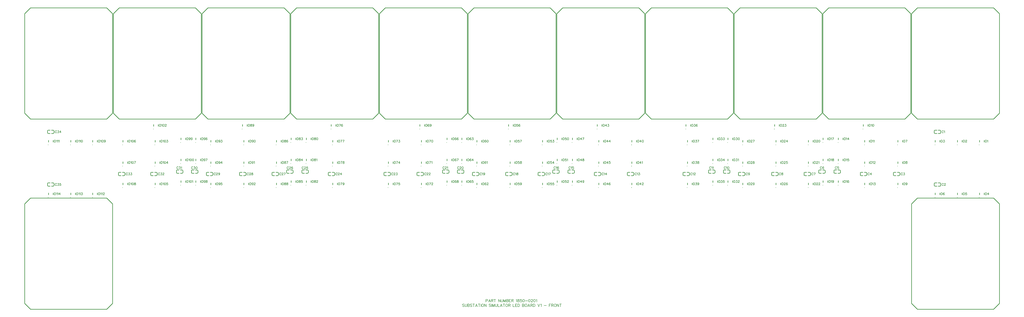
<source format=gto>
G04 Layer: TopSilkscreenLayer*
G04 EasyEDA v6.5.34, 2023-08-24 10:08:58*
G04 37586862595d49128824a1d9db5d89c9,5a6b42c53f6a479593ecc07194224c93,10*
G04 Gerber Generator version 0.2*
G04 Scale: 100 percent, Rotated: No, Reflected: No *
G04 Dimensions in millimeters *
G04 leading zeros omitted , absolute positions ,4 integer and 5 decimal *
%FSLAX45Y45*%
%MOMM*%

%ADD10C,0.2032*%
%ADD11C,0.1524*%
%ADD12C,0.2540*%

%LPD*%
D10*
X21171154Y244347D02*
G01*
X21160231Y255270D01*
X21143722Y260857D01*
X21121877Y260857D01*
X21105622Y255270D01*
X21094700Y244347D01*
X21094700Y233426D01*
X21100034Y222504D01*
X21105622Y217170D01*
X21116543Y211581D01*
X21149309Y200913D01*
X21160231Y195326D01*
X21165566Y189992D01*
X21171154Y179070D01*
X21171154Y162560D01*
X21160231Y151637D01*
X21143722Y146304D01*
X21121877Y146304D01*
X21105622Y151637D01*
X21094700Y162560D01*
X21206968Y260857D02*
G01*
X21206968Y179070D01*
X21212556Y162560D01*
X21223477Y151637D01*
X21239734Y146304D01*
X21250656Y146304D01*
X21267166Y151637D01*
X21278088Y162560D01*
X21283422Y179070D01*
X21283422Y260857D01*
X21319490Y260857D02*
G01*
X21319490Y146304D01*
X21319490Y260857D02*
G01*
X21368511Y260857D01*
X21384768Y255270D01*
X21390356Y249936D01*
X21395690Y239013D01*
X21395690Y228092D01*
X21390356Y217170D01*
X21384768Y211581D01*
X21368511Y206247D01*
X21319490Y206247D02*
G01*
X21368511Y206247D01*
X21384768Y200913D01*
X21390356Y195326D01*
X21395690Y184404D01*
X21395690Y168147D01*
X21390356Y157226D01*
X21384768Y151637D01*
X21368511Y146304D01*
X21319490Y146304D01*
X21508211Y244347D02*
G01*
X21497290Y255270D01*
X21480779Y260857D01*
X21458936Y260857D01*
X21442679Y255270D01*
X21431758Y244347D01*
X21431758Y233426D01*
X21437345Y222504D01*
X21442679Y217170D01*
X21453602Y211581D01*
X21486368Y200913D01*
X21497290Y195326D01*
X21502624Y189992D01*
X21508211Y179070D01*
X21508211Y162560D01*
X21497290Y151637D01*
X21480779Y146304D01*
X21458936Y146304D01*
X21442679Y151637D01*
X21431758Y162560D01*
X21582379Y260857D02*
G01*
X21582379Y146304D01*
X21544279Y260857D02*
G01*
X21620479Y260857D01*
X21700236Y260857D02*
G01*
X21656548Y146304D01*
X21700236Y260857D02*
G01*
X21743670Y146304D01*
X21672804Y184404D02*
G01*
X21727413Y184404D01*
X21818091Y260857D02*
G01*
X21818091Y146304D01*
X21779738Y260857D02*
G01*
X21856191Y260857D01*
X21892259Y260857D02*
G01*
X21892259Y146304D01*
X21960840Y260857D02*
G01*
X21949918Y255270D01*
X21938995Y244347D01*
X21933661Y233426D01*
X21928074Y217170D01*
X21928074Y189992D01*
X21933661Y173481D01*
X21938995Y162560D01*
X21949918Y151637D01*
X21960840Y146304D01*
X21982684Y146304D01*
X21993606Y151637D01*
X22004527Y162560D01*
X22009861Y173481D01*
X22015450Y189992D01*
X22015450Y217170D01*
X22009861Y233426D01*
X22004527Y244347D01*
X21993606Y255270D01*
X21982684Y260857D01*
X21960840Y260857D01*
X22051518Y260857D02*
G01*
X22051518Y146304D01*
X22051518Y260857D02*
G01*
X22127718Y146304D01*
X22127718Y260857D02*
G01*
X22127718Y146304D01*
X22324059Y244347D02*
G01*
X22313138Y255270D01*
X22296881Y260857D01*
X22275038Y260857D01*
X22258781Y255270D01*
X22247859Y244347D01*
X22247859Y233426D01*
X22253193Y222504D01*
X22258781Y217170D01*
X22269704Y211581D01*
X22302216Y200913D01*
X22313138Y195326D01*
X22318725Y189992D01*
X22324059Y179070D01*
X22324059Y162560D01*
X22313138Y151637D01*
X22296881Y146304D01*
X22275038Y146304D01*
X22258781Y151637D01*
X22247859Y162560D01*
X22360127Y260857D02*
G01*
X22360127Y146304D01*
X22396195Y260857D02*
G01*
X22396195Y146304D01*
X22396195Y260857D02*
G01*
X22439884Y146304D01*
X22483318Y260857D02*
G01*
X22439884Y146304D01*
X22483318Y260857D02*
G01*
X22483318Y146304D01*
X22519386Y260857D02*
G01*
X22519386Y179070D01*
X22524974Y162560D01*
X22535895Y151637D01*
X22552152Y146304D01*
X22563074Y146304D01*
X22579329Y151637D01*
X22590252Y162560D01*
X22595840Y179070D01*
X22595840Y260857D01*
X22631908Y260857D02*
G01*
X22631908Y146304D01*
X22631908Y146304D02*
G01*
X22697186Y146304D01*
X22776941Y260857D02*
G01*
X22733254Y146304D01*
X22776941Y260857D02*
G01*
X22820629Y146304D01*
X22749509Y184404D02*
G01*
X22804120Y184404D01*
X22894798Y260857D02*
G01*
X22894798Y146304D01*
X22856443Y260857D02*
G01*
X22932898Y260857D01*
X23001731Y260857D02*
G01*
X22990809Y255270D01*
X22979888Y244347D01*
X22974300Y233426D01*
X22968966Y217170D01*
X22968966Y189992D01*
X22974300Y173481D01*
X22979888Y162560D01*
X22990809Y151637D01*
X23001731Y146304D01*
X23023322Y146304D01*
X23034243Y151637D01*
X23045166Y162560D01*
X23050754Y173481D01*
X23056088Y189992D01*
X23056088Y217170D01*
X23050754Y233426D01*
X23045166Y244347D01*
X23034243Y255270D01*
X23023322Y260857D01*
X23001731Y260857D01*
X23092156Y260857D02*
G01*
X23092156Y146304D01*
X23092156Y260857D02*
G01*
X23141177Y260857D01*
X23157688Y255270D01*
X23163022Y249936D01*
X23168609Y239013D01*
X23168609Y228092D01*
X23163022Y217170D01*
X23157688Y211581D01*
X23141177Y206247D01*
X23092156Y206247D01*
X23130256Y206247D02*
G01*
X23168609Y146304D01*
X23288498Y260857D02*
G01*
X23288498Y146304D01*
X23288498Y146304D02*
G01*
X23354029Y146304D01*
X23389843Y260857D02*
G01*
X23389843Y146304D01*
X23389843Y260857D02*
G01*
X23460963Y260857D01*
X23389843Y206247D02*
G01*
X23433531Y206247D01*
X23389843Y146304D02*
G01*
X23460963Y146304D01*
X23496777Y260857D02*
G01*
X23496777Y146304D01*
X23496777Y260857D02*
G01*
X23535131Y260857D01*
X23551388Y255270D01*
X23562309Y244347D01*
X23567898Y233426D01*
X23573231Y217170D01*
X23573231Y189992D01*
X23567898Y173481D01*
X23562309Y162560D01*
X23551388Y151637D01*
X23535131Y146304D01*
X23496777Y146304D01*
X23693120Y260857D02*
G01*
X23693120Y146304D01*
X23693120Y260857D02*
G01*
X23742395Y260857D01*
X23758652Y255270D01*
X23764240Y249936D01*
X23769574Y239013D01*
X23769574Y228092D01*
X23764240Y217170D01*
X23758652Y211581D01*
X23742395Y206247D01*
X23693120Y206247D02*
G01*
X23742395Y206247D01*
X23758652Y200913D01*
X23764240Y195326D01*
X23769574Y184404D01*
X23769574Y168147D01*
X23764240Y157226D01*
X23758652Y151637D01*
X23742395Y146304D01*
X23693120Y146304D01*
X23838408Y260857D02*
G01*
X23827486Y255270D01*
X23816563Y244347D01*
X23810975Y233426D01*
X23805641Y217170D01*
X23805641Y189992D01*
X23810975Y173481D01*
X23816563Y162560D01*
X23827486Y151637D01*
X23838408Y146304D01*
X23860252Y146304D01*
X23871174Y151637D01*
X23881841Y162560D01*
X23887429Y173481D01*
X23892763Y189992D01*
X23892763Y217170D01*
X23887429Y233426D01*
X23881841Y244347D01*
X23871174Y255270D01*
X23860252Y260857D01*
X23838408Y260857D01*
X23972520Y260857D02*
G01*
X23928831Y146304D01*
X23972520Y260857D02*
G01*
X24016208Y146304D01*
X23945341Y184404D02*
G01*
X23999698Y184404D01*
X24052022Y260857D02*
G01*
X24052022Y146304D01*
X24052022Y260857D02*
G01*
X24101298Y260857D01*
X24117554Y255270D01*
X24123141Y249936D01*
X24128475Y239013D01*
X24128475Y228092D01*
X24123141Y217170D01*
X24117554Y211581D01*
X24101298Y206247D01*
X24052022Y206247D01*
X24090375Y206247D02*
G01*
X24128475Y146304D01*
X24164543Y260857D02*
G01*
X24164543Y146304D01*
X24164543Y260857D02*
G01*
X24202643Y260857D01*
X24219154Y255270D01*
X24230075Y244347D01*
X24235409Y233426D01*
X24240998Y217170D01*
X24240998Y189992D01*
X24235409Y173481D01*
X24230075Y162560D01*
X24219154Y151637D01*
X24202643Y146304D01*
X24164543Y146304D01*
X24360886Y260857D02*
G01*
X24404574Y146304D01*
X24448261Y260857D02*
G01*
X24404574Y146304D01*
X24484075Y239013D02*
G01*
X24494998Y244347D01*
X24511508Y260857D01*
X24511508Y146304D01*
X24631395Y195326D02*
G01*
X24729693Y195326D01*
X24849581Y260857D02*
G01*
X24849581Y146304D01*
X24849581Y260857D02*
G01*
X24920448Y260857D01*
X24849581Y206247D02*
G01*
X24893270Y206247D01*
X24956516Y260857D02*
G01*
X24956516Y146304D01*
X24956516Y260857D02*
G01*
X25005538Y260857D01*
X25022048Y255270D01*
X25027381Y249936D01*
X25032970Y239013D01*
X25032970Y228092D01*
X25027381Y217170D01*
X25022048Y211581D01*
X25005538Y206247D01*
X24956516Y206247D01*
X24994616Y206247D02*
G01*
X25032970Y146304D01*
X25101550Y260857D02*
G01*
X25090627Y255270D01*
X25079706Y244347D01*
X25074372Y233426D01*
X25068784Y217170D01*
X25068784Y189992D01*
X25074372Y173481D01*
X25079706Y162560D01*
X25090627Y151637D01*
X25101550Y146304D01*
X25123393Y146304D01*
X25134316Y151637D01*
X25145238Y162560D01*
X25150572Y173481D01*
X25156159Y189992D01*
X25156159Y217170D01*
X25150572Y233426D01*
X25145238Y244347D01*
X25134316Y255270D01*
X25123393Y260857D01*
X25101550Y260857D01*
X25192227Y260857D02*
G01*
X25192227Y146304D01*
X25192227Y260857D02*
G01*
X25268427Y146304D01*
X25268427Y260857D02*
G01*
X25268427Y146304D01*
X25342595Y260857D02*
G01*
X25342595Y146304D01*
X25304495Y260857D02*
G01*
X25380950Y260857D01*
X22110700Y463989D02*
G01*
X22110700Y349445D01*
X22110700Y463989D02*
G01*
X22159790Y463989D01*
X22176153Y458536D01*
X22181609Y453082D01*
X22187062Y442173D01*
X22187062Y425808D01*
X22181609Y414898D01*
X22176153Y409445D01*
X22159790Y403989D01*
X22110700Y403989D01*
X22266699Y463989D02*
G01*
X22223064Y349445D01*
X22266699Y463989D02*
G01*
X22310336Y349445D01*
X22239427Y387626D02*
G01*
X22293971Y387626D01*
X22346335Y463989D02*
G01*
X22346335Y349445D01*
X22346335Y463989D02*
G01*
X22395426Y463989D01*
X22411789Y458536D01*
X22417244Y453082D01*
X22422698Y442173D01*
X22422698Y431264D01*
X22417244Y420354D01*
X22411789Y414898D01*
X22395426Y409445D01*
X22346335Y409445D01*
X22384517Y409445D02*
G01*
X22422698Y349445D01*
X22496881Y463989D02*
G01*
X22496881Y349445D01*
X22458700Y463989D02*
G01*
X22535062Y463989D01*
X22655062Y463989D02*
G01*
X22655062Y349445D01*
X22655062Y463989D02*
G01*
X22731425Y349445D01*
X22731425Y463989D02*
G01*
X22731425Y349445D01*
X22767427Y463989D02*
G01*
X22767427Y382173D01*
X22772880Y365808D01*
X22783789Y354898D01*
X22800152Y349445D01*
X22811061Y349445D01*
X22827427Y354898D01*
X22838333Y365808D01*
X22843789Y382173D01*
X22843789Y463989D01*
X22879789Y463989D02*
G01*
X22879789Y349445D01*
X22879789Y463989D02*
G01*
X22923426Y349445D01*
X22967061Y463989D02*
G01*
X22923426Y349445D01*
X22967061Y463989D02*
G01*
X22967061Y349445D01*
X23003062Y463989D02*
G01*
X23003062Y349445D01*
X23003062Y463989D02*
G01*
X23052153Y463989D01*
X23068516Y458536D01*
X23073969Y453082D01*
X23079425Y442173D01*
X23079425Y431264D01*
X23073969Y420354D01*
X23068516Y414898D01*
X23052153Y409445D01*
X23003062Y409445D02*
G01*
X23052153Y409445D01*
X23068516Y403989D01*
X23073969Y398536D01*
X23079425Y387626D01*
X23079425Y371264D01*
X23073969Y360354D01*
X23068516Y354898D01*
X23052153Y349445D01*
X23003062Y349445D01*
X23115424Y463989D02*
G01*
X23115424Y349445D01*
X23115424Y463989D02*
G01*
X23186334Y463989D01*
X23115424Y409445D02*
G01*
X23159062Y409445D01*
X23115424Y349445D02*
G01*
X23186334Y349445D01*
X23222333Y463989D02*
G01*
X23222333Y349445D01*
X23222333Y463989D02*
G01*
X23271424Y463989D01*
X23287789Y458536D01*
X23293242Y453082D01*
X23298698Y442173D01*
X23298698Y431264D01*
X23293242Y420354D01*
X23287789Y414898D01*
X23271424Y409445D01*
X23222333Y409445D01*
X23260514Y409445D02*
G01*
X23298698Y349445D01*
X23418698Y442173D02*
G01*
X23429607Y447626D01*
X23445970Y463989D01*
X23445970Y349445D01*
X23509241Y463989D02*
G01*
X23492879Y458536D01*
X23487425Y447626D01*
X23487425Y436717D01*
X23492879Y425808D01*
X23503788Y420354D01*
X23525606Y414898D01*
X23541969Y409445D01*
X23552878Y398536D01*
X23558332Y387626D01*
X23558332Y371264D01*
X23552878Y360354D01*
X23547425Y354898D01*
X23531060Y349445D01*
X23509241Y349445D01*
X23492879Y354898D01*
X23487425Y360354D01*
X23481969Y371264D01*
X23481969Y387626D01*
X23487425Y398536D01*
X23498332Y409445D01*
X23514697Y414898D01*
X23536516Y420354D01*
X23547425Y425808D01*
X23552878Y436717D01*
X23552878Y447626D01*
X23547425Y458536D01*
X23531060Y463989D01*
X23509241Y463989D01*
X23659787Y463989D02*
G01*
X23605243Y463989D01*
X23599787Y414898D01*
X23605243Y420354D01*
X23621606Y425808D01*
X23637968Y425808D01*
X23654334Y420354D01*
X23665243Y409445D01*
X23670696Y393082D01*
X23670696Y382173D01*
X23665243Y365808D01*
X23654334Y354898D01*
X23637968Y349445D01*
X23621606Y349445D01*
X23605243Y354898D01*
X23599787Y360354D01*
X23594334Y371264D01*
X23739424Y463989D02*
G01*
X23723061Y458536D01*
X23712152Y442173D01*
X23706696Y414898D01*
X23706696Y398536D01*
X23712152Y371264D01*
X23723061Y354898D01*
X23739424Y349445D01*
X23750333Y349445D01*
X23766696Y354898D01*
X23777605Y371264D01*
X23783061Y398536D01*
X23783061Y414898D01*
X23777605Y442173D01*
X23766696Y458536D01*
X23750333Y463989D01*
X23739424Y463989D01*
X23819060Y398536D02*
G01*
X23917241Y398536D01*
X23985969Y463989D02*
G01*
X23969606Y458536D01*
X23958697Y442173D01*
X23953241Y414898D01*
X23953241Y398536D01*
X23958697Y371264D01*
X23969606Y354898D01*
X23985969Y349445D01*
X23996878Y349445D01*
X24013241Y354898D01*
X24024150Y371264D01*
X24029606Y398536D01*
X24029606Y414898D01*
X24024150Y442173D01*
X24013241Y458536D01*
X23996878Y463989D01*
X23985969Y463989D01*
X24071059Y436717D02*
G01*
X24071059Y442173D01*
X24076515Y453082D01*
X24081968Y458536D01*
X24092877Y463989D01*
X24114696Y463989D01*
X24125605Y458536D01*
X24131059Y453082D01*
X24136515Y442173D01*
X24136515Y431264D01*
X24131059Y420354D01*
X24120149Y403989D01*
X24065605Y349445D01*
X24141968Y349445D01*
X24210695Y463989D02*
G01*
X24194333Y458536D01*
X24183423Y442173D01*
X24177967Y414898D01*
X24177967Y398536D01*
X24183423Y371264D01*
X24194333Y354898D01*
X24210695Y349445D01*
X24221605Y349445D01*
X24237967Y354898D01*
X24248877Y371264D01*
X24254333Y398536D01*
X24254333Y414898D01*
X24248877Y442173D01*
X24237967Y458536D01*
X24221605Y463989D01*
X24210695Y463989D01*
X24290332Y442173D02*
G01*
X24301241Y447626D01*
X24317604Y463989D01*
X24317604Y349445D01*
D11*
X13559668Y6197033D02*
G01*
X13555350Y6206177D01*
X13546206Y6215067D01*
X13537062Y6219639D01*
X13518774Y6219639D01*
X13509884Y6215067D01*
X13500740Y6206177D01*
X13496168Y6197033D01*
X13491596Y6183317D01*
X13491596Y6160711D01*
X13496168Y6146995D01*
X13500740Y6137851D01*
X13509884Y6128707D01*
X13518774Y6124135D01*
X13537062Y6124135D01*
X13546206Y6128707D01*
X13555350Y6137851D01*
X13559668Y6146995D01*
X13594212Y6197033D02*
G01*
X13594212Y6201605D01*
X13598784Y6210495D01*
X13603356Y6215067D01*
X13612500Y6219639D01*
X13630788Y6219639D01*
X13639678Y6215067D01*
X13644250Y6210495D01*
X13648822Y6201605D01*
X13648822Y6192461D01*
X13644250Y6183317D01*
X13635106Y6169601D01*
X13589894Y6124135D01*
X13653394Y6124135D01*
X13737976Y6206177D02*
G01*
X13733404Y6215067D01*
X13719688Y6219639D01*
X13710798Y6219639D01*
X13697082Y6215067D01*
X13687938Y6201605D01*
X13683366Y6178745D01*
X13683366Y6156139D01*
X13687938Y6137851D01*
X13697082Y6128707D01*
X13710798Y6124135D01*
X13715116Y6124135D01*
X13728832Y6128707D01*
X13737976Y6137851D01*
X13742548Y6151567D01*
X13742548Y6156139D01*
X13737976Y6169601D01*
X13728832Y6178745D01*
X13715116Y6183317D01*
X13710798Y6183317D01*
X13697082Y6178745D01*
X13687938Y6169601D01*
X13683366Y6156139D01*
X14207368Y6197033D02*
G01*
X14203050Y6206177D01*
X14193906Y6215067D01*
X14184762Y6219639D01*
X14166474Y6219639D01*
X14157584Y6215067D01*
X14148440Y6206177D01*
X14143868Y6197033D01*
X14139296Y6183317D01*
X14139296Y6160711D01*
X14143868Y6146995D01*
X14148440Y6137851D01*
X14157584Y6128707D01*
X14166474Y6124135D01*
X14184762Y6124135D01*
X14193906Y6128707D01*
X14203050Y6137851D01*
X14207368Y6146995D01*
X14241912Y6197033D02*
G01*
X14241912Y6201605D01*
X14246484Y6210495D01*
X14251056Y6215067D01*
X14260200Y6219639D01*
X14278488Y6219639D01*
X14287378Y6215067D01*
X14291950Y6210495D01*
X14296522Y6201605D01*
X14296522Y6192461D01*
X14291950Y6183317D01*
X14282806Y6169601D01*
X14237594Y6124135D01*
X14301094Y6124135D01*
X14385676Y6219639D02*
G01*
X14340210Y6219639D01*
X14335638Y6178745D01*
X14340210Y6183317D01*
X14353926Y6187889D01*
X14367388Y6187889D01*
X14381104Y6183317D01*
X14390248Y6174173D01*
X14394820Y6160711D01*
X14394820Y6151567D01*
X14390248Y6137851D01*
X14381104Y6128707D01*
X14367388Y6124135D01*
X14353926Y6124135D01*
X14340210Y6128707D01*
X14335638Y6133279D01*
X14331066Y6142423D01*
X15676372Y5932931D02*
G01*
X15672054Y5942076D01*
X15662909Y5950965D01*
X15653766Y5955537D01*
X15635477Y5955537D01*
X15626588Y5950965D01*
X15617443Y5942076D01*
X15612872Y5932931D01*
X15608300Y5919215D01*
X15608300Y5896610D01*
X15612872Y5882894D01*
X15617443Y5873750D01*
X15626588Y5864605D01*
X15635477Y5860034D01*
X15653766Y5860034D01*
X15662909Y5864605D01*
X15672054Y5873750D01*
X15676372Y5882894D01*
X15710916Y5932931D02*
G01*
X15710916Y5937504D01*
X15715488Y5946394D01*
X15720059Y5950965D01*
X15729204Y5955537D01*
X15747491Y5955537D01*
X15756381Y5950965D01*
X15760954Y5946394D01*
X15765525Y5937504D01*
X15765525Y5928360D01*
X15760954Y5919215D01*
X15751809Y5905500D01*
X15706597Y5860034D01*
X15770097Y5860034D01*
X15845536Y5955537D02*
G01*
X15800070Y5892037D01*
X15868395Y5892037D01*
X15845536Y5955537D02*
G01*
X15845536Y5860034D01*
X15722600Y6450837D02*
G01*
X15722600Y6355587D01*
X15722600Y6450837D02*
G01*
X15754350Y6450837D01*
X15768066Y6446265D01*
X15777209Y6437376D01*
X15781781Y6428231D01*
X15786354Y6414515D01*
X15786354Y6391910D01*
X15781781Y6378194D01*
X15777209Y6369050D01*
X15768066Y6359905D01*
X15754350Y6355587D01*
X15722600Y6355587D01*
X15879825Y6450837D02*
G01*
X15834359Y6355587D01*
X15816325Y6450837D02*
G01*
X15879825Y6450837D01*
X15932658Y6450837D02*
G01*
X15918941Y6446265D01*
X15914370Y6437376D01*
X15914370Y6428231D01*
X15918941Y6419087D01*
X15928086Y6414515D01*
X15946120Y6409944D01*
X15959836Y6405371D01*
X15968979Y6396481D01*
X15973552Y6387337D01*
X15973552Y6373621D01*
X15968979Y6364478D01*
X15964408Y6359905D01*
X15950691Y6355587D01*
X15932658Y6355587D01*
X15918941Y6359905D01*
X15914370Y6364478D01*
X15909797Y6373621D01*
X15909797Y6387337D01*
X15914370Y6396481D01*
X15923513Y6405371D01*
X15937229Y6409944D01*
X15955263Y6414515D01*
X15964408Y6419087D01*
X15968979Y6428231D01*
X15968979Y6437376D01*
X15964408Y6446265D01*
X15950691Y6450837D01*
X15932658Y6450837D01*
X15722600Y7377937D02*
G01*
X15722600Y7282687D01*
X15722600Y7377937D02*
G01*
X15754350Y7377937D01*
X15768066Y7373365D01*
X15777209Y7364476D01*
X15781781Y7355331D01*
X15786354Y7341615D01*
X15786354Y7319010D01*
X15781781Y7305294D01*
X15777209Y7296150D01*
X15768066Y7287005D01*
X15754350Y7282687D01*
X15722600Y7282687D01*
X15879825Y7377937D02*
G01*
X15834359Y7282687D01*
X15816325Y7377937D02*
G01*
X15879825Y7377937D01*
X15973552Y7377937D02*
G01*
X15928086Y7282687D01*
X15909797Y7377937D02*
G01*
X15973552Y7377937D01*
X15659100Y8063737D02*
G01*
X15659100Y7968487D01*
X15659100Y8063737D02*
G01*
X15690850Y8063737D01*
X15704566Y8059165D01*
X15713709Y8050276D01*
X15718281Y8041131D01*
X15722854Y8027415D01*
X15722854Y8004810D01*
X15718281Y7991094D01*
X15713709Y7981950D01*
X15704566Y7972805D01*
X15690850Y7968487D01*
X15659100Y7968487D01*
X15816325Y8063737D02*
G01*
X15770859Y7968487D01*
X15752825Y8063737D02*
G01*
X15816325Y8063737D01*
X15900908Y8050276D02*
G01*
X15896336Y8059165D01*
X15882620Y8063737D01*
X15873729Y8063737D01*
X15860013Y8059165D01*
X15850870Y8045704D01*
X15846297Y8022844D01*
X15846297Y8000237D01*
X15850870Y7981950D01*
X15860013Y7972805D01*
X15873729Y7968487D01*
X15878302Y7968487D01*
X15891763Y7972805D01*
X15900908Y7981950D01*
X15905479Y7995665D01*
X15905479Y8000237D01*
X15900908Y8013700D01*
X15891763Y8022844D01*
X15878302Y8027415D01*
X15873729Y8027415D01*
X15860013Y8022844D01*
X15850870Y8013700D01*
X15846297Y8000237D01*
X15722600Y5523737D02*
G01*
X15722600Y5428487D01*
X15722600Y5523737D02*
G01*
X15754350Y5523737D01*
X15768066Y5519165D01*
X15777209Y5510276D01*
X15781781Y5501131D01*
X15786354Y5487415D01*
X15786354Y5464810D01*
X15781781Y5451094D01*
X15777209Y5441950D01*
X15768066Y5432805D01*
X15754350Y5428487D01*
X15722600Y5428487D01*
X15879825Y5523737D02*
G01*
X15834359Y5428487D01*
X15816325Y5523737D02*
G01*
X15879825Y5523737D01*
X15968979Y5491987D02*
G01*
X15964408Y5478271D01*
X15955263Y5469381D01*
X15941802Y5464810D01*
X15937229Y5464810D01*
X15923513Y5469381D01*
X15914370Y5478271D01*
X15909797Y5491987D01*
X15909797Y5496560D01*
X15914370Y5510276D01*
X15923513Y5519165D01*
X15937229Y5523737D01*
X15941802Y5523737D01*
X15955263Y5519165D01*
X15964408Y5510276D01*
X15968979Y5491987D01*
X15968979Y5469381D01*
X15964408Y5446521D01*
X15955263Y5432805D01*
X15941802Y5428487D01*
X15932658Y5428487D01*
X15918941Y5432805D01*
X15914370Y5441950D01*
X19519645Y5932931D02*
G01*
X19515074Y5942076D01*
X19505929Y5950965D01*
X19497040Y5955537D01*
X19478752Y5955537D01*
X19469608Y5950965D01*
X19460463Y5942076D01*
X19456145Y5932931D01*
X19451574Y5919215D01*
X19451574Y5896610D01*
X19456145Y5882894D01*
X19460463Y5873750D01*
X19469608Y5864605D01*
X19478752Y5860034D01*
X19497040Y5860034D01*
X19505929Y5864605D01*
X19515074Y5873750D01*
X19519645Y5882894D01*
X19554190Y5932931D02*
G01*
X19554190Y5937504D01*
X19558761Y5946394D01*
X19563334Y5950965D01*
X19572477Y5955537D01*
X19590511Y5955537D01*
X19599656Y5950965D01*
X19604227Y5946394D01*
X19608800Y5937504D01*
X19608800Y5928360D01*
X19604227Y5919215D01*
X19595084Y5905500D01*
X19549618Y5860034D01*
X19613372Y5860034D01*
X19647916Y5932931D02*
G01*
X19647916Y5937504D01*
X19652488Y5946394D01*
X19657059Y5950965D01*
X19665950Y5955537D01*
X19684238Y5955537D01*
X19693381Y5950965D01*
X19697954Y5946394D01*
X19702525Y5937504D01*
X19702525Y5928360D01*
X19697954Y5919215D01*
X19688809Y5905500D01*
X19643343Y5860034D01*
X19706843Y5860034D01*
X19565874Y6450837D02*
G01*
X19565874Y6355587D01*
X19565874Y6450837D02*
G01*
X19597624Y6450837D01*
X19611340Y6446265D01*
X19620229Y6437376D01*
X19624802Y6428231D01*
X19629374Y6414515D01*
X19629374Y6391910D01*
X19624802Y6378194D01*
X19620229Y6369050D01*
X19611340Y6359905D01*
X19597624Y6355587D01*
X19565874Y6355587D01*
X19723100Y6450837D02*
G01*
X19677634Y6355587D01*
X19659345Y6450837D02*
G01*
X19723100Y6450837D01*
X19753072Y6432804D02*
G01*
X19762216Y6437376D01*
X19775931Y6450837D01*
X19775931Y6355587D01*
X19565874Y7377937D02*
G01*
X19565874Y7282687D01*
X19565874Y7377937D02*
G01*
X19597624Y7377937D01*
X19611340Y7373365D01*
X19620229Y7364476D01*
X19624802Y7355331D01*
X19629374Y7341615D01*
X19629374Y7319010D01*
X19624802Y7305294D01*
X19620229Y7296150D01*
X19611340Y7287005D01*
X19597624Y7282687D01*
X19565874Y7282687D01*
X19723100Y7377937D02*
G01*
X19677634Y7282687D01*
X19659345Y7377937D02*
G01*
X19723100Y7377937D01*
X19780250Y7377937D02*
G01*
X19766788Y7373365D01*
X19757643Y7359904D01*
X19753072Y7337044D01*
X19753072Y7323581D01*
X19757643Y7300721D01*
X19766788Y7287005D01*
X19780250Y7282687D01*
X19789393Y7282687D01*
X19803109Y7287005D01*
X19812254Y7300721D01*
X19816825Y7323581D01*
X19816825Y7337044D01*
X19812254Y7359904D01*
X19803109Y7373365D01*
X19789393Y7377937D01*
X19780250Y7377937D01*
X19502374Y8063737D02*
G01*
X19502374Y7968487D01*
X19502374Y8063737D02*
G01*
X19534124Y8063737D01*
X19547840Y8059165D01*
X19556729Y8050276D01*
X19561302Y8041131D01*
X19565874Y8027415D01*
X19565874Y8004810D01*
X19561302Y7991094D01*
X19556729Y7981950D01*
X19547840Y7972805D01*
X19534124Y7968487D01*
X19502374Y7968487D01*
X19650456Y8050276D02*
G01*
X19645884Y8059165D01*
X19632422Y8063737D01*
X19623277Y8063737D01*
X19609561Y8059165D01*
X19600418Y8045704D01*
X19595845Y8022844D01*
X19595845Y8000237D01*
X19600418Y7981950D01*
X19609561Y7972805D01*
X19623277Y7968487D01*
X19627850Y7968487D01*
X19641311Y7972805D01*
X19650456Y7981950D01*
X19655027Y7995665D01*
X19655027Y8000237D01*
X19650456Y8013700D01*
X19641311Y8022844D01*
X19627850Y8027415D01*
X19623277Y8027415D01*
X19609561Y8022844D01*
X19600418Y8013700D01*
X19595845Y8000237D01*
X19744181Y8031987D02*
G01*
X19739609Y8018271D01*
X19730466Y8009381D01*
X19716750Y8004810D01*
X19712431Y8004810D01*
X19698716Y8009381D01*
X19689572Y8018271D01*
X19685000Y8031987D01*
X19685000Y8036560D01*
X19689572Y8050276D01*
X19698716Y8059165D01*
X19712431Y8063737D01*
X19716750Y8063737D01*
X19730466Y8059165D01*
X19739609Y8050276D01*
X19744181Y8031987D01*
X19744181Y8009381D01*
X19739609Y7986521D01*
X19730466Y7972805D01*
X19716750Y7968487D01*
X19707859Y7968487D01*
X19694143Y7972805D01*
X19689572Y7981950D01*
X19565874Y5523737D02*
G01*
X19565874Y5428487D01*
X19565874Y5523737D02*
G01*
X19597624Y5523737D01*
X19611340Y5519165D01*
X19620229Y5510276D01*
X19624802Y5501131D01*
X19629374Y5487415D01*
X19629374Y5464810D01*
X19624802Y5451094D01*
X19620229Y5441950D01*
X19611340Y5432805D01*
X19597624Y5428487D01*
X19565874Y5428487D01*
X19723100Y5523737D02*
G01*
X19677634Y5428487D01*
X19659345Y5523737D02*
G01*
X19723100Y5523737D01*
X19757643Y5501131D02*
G01*
X19757643Y5505704D01*
X19762216Y5514847D01*
X19766788Y5519165D01*
X19775931Y5523737D01*
X19793966Y5523737D01*
X19803109Y5519165D01*
X19807681Y5514847D01*
X19812254Y5505704D01*
X19812254Y5496560D01*
X19807681Y5487415D01*
X19798538Y5473700D01*
X19753072Y5428487D01*
X19816825Y5428487D01*
X18135600Y7377937D02*
G01*
X18135600Y7282687D01*
X18135600Y7377937D02*
G01*
X18167350Y7377937D01*
X18181066Y7373365D01*
X18190209Y7364476D01*
X18194781Y7355331D01*
X18199354Y7341615D01*
X18199354Y7319010D01*
X18194781Y7305294D01*
X18190209Y7296150D01*
X18181066Y7287005D01*
X18167350Y7282687D01*
X18135600Y7282687D01*
X18292825Y7377937D02*
G01*
X18247359Y7282687D01*
X18229325Y7377937D02*
G01*
X18292825Y7377937D01*
X18331941Y7377937D02*
G01*
X18381979Y7377937D01*
X18354802Y7341615D01*
X18368263Y7341615D01*
X18377408Y7337044D01*
X18381979Y7332471D01*
X18386552Y7319010D01*
X18386552Y7309865D01*
X18381979Y7296150D01*
X18372836Y7287005D01*
X18359120Y7282687D01*
X18345658Y7282687D01*
X18331941Y7287005D01*
X18327370Y7291578D01*
X18322798Y7300721D01*
X18135600Y6450837D02*
G01*
X18135600Y6355587D01*
X18135600Y6450837D02*
G01*
X18167350Y6450837D01*
X18181066Y6446265D01*
X18190209Y6437376D01*
X18194781Y6428231D01*
X18199354Y6414515D01*
X18199354Y6391910D01*
X18194781Y6378194D01*
X18190209Y6369050D01*
X18181066Y6359905D01*
X18167350Y6355587D01*
X18135600Y6355587D01*
X18292825Y6450837D02*
G01*
X18247359Y6355587D01*
X18229325Y6450837D02*
G01*
X18292825Y6450837D01*
X18368263Y6450837D02*
G01*
X18322798Y6387337D01*
X18391124Y6387337D01*
X18368263Y6450837D02*
G01*
X18368263Y6355587D01*
X18135600Y5523737D02*
G01*
X18135600Y5428487D01*
X18135600Y5523737D02*
G01*
X18167350Y5523737D01*
X18181066Y5519165D01*
X18190209Y5510276D01*
X18194781Y5501131D01*
X18199354Y5487415D01*
X18199354Y5464810D01*
X18194781Y5451094D01*
X18190209Y5441950D01*
X18181066Y5432805D01*
X18167350Y5428487D01*
X18135600Y5428487D01*
X18292825Y5523737D02*
G01*
X18247359Y5428487D01*
X18229325Y5523737D02*
G01*
X18292825Y5523737D01*
X18377408Y5523737D02*
G01*
X18331941Y5523737D01*
X18327370Y5482844D01*
X18331941Y5487415D01*
X18345658Y5491987D01*
X18359120Y5491987D01*
X18372836Y5487415D01*
X18381979Y5478271D01*
X18386552Y5464810D01*
X18386552Y5455665D01*
X18381979Y5441950D01*
X18372836Y5432805D01*
X18359120Y5428487D01*
X18345658Y5428487D01*
X18331941Y5432805D01*
X18327370Y5437378D01*
X18322798Y5446521D01*
X18089372Y5932931D02*
G01*
X18085054Y5942076D01*
X18075909Y5950965D01*
X18066766Y5955537D01*
X18048477Y5955537D01*
X18039588Y5950965D01*
X18030443Y5942076D01*
X18025872Y5932931D01*
X18021300Y5919215D01*
X18021300Y5896610D01*
X18025872Y5882894D01*
X18030443Y5873750D01*
X18039588Y5864605D01*
X18048477Y5860034D01*
X18066766Y5860034D01*
X18075909Y5864605D01*
X18085054Y5873750D01*
X18089372Y5882894D01*
X18123916Y5932931D02*
G01*
X18123916Y5937504D01*
X18128488Y5946394D01*
X18133059Y5950965D01*
X18142204Y5955537D01*
X18160491Y5955537D01*
X18169381Y5950965D01*
X18173954Y5946394D01*
X18178525Y5937504D01*
X18178525Y5928360D01*
X18173954Y5919215D01*
X18164809Y5905500D01*
X18119598Y5860034D01*
X18183098Y5860034D01*
X18222213Y5955537D02*
G01*
X18272252Y5955537D01*
X18244820Y5919215D01*
X18258536Y5919215D01*
X18267679Y5914644D01*
X18272252Y5910071D01*
X18276824Y5896610D01*
X18276824Y5887465D01*
X18272252Y5873750D01*
X18263108Y5864605D01*
X18249391Y5860034D01*
X18235929Y5860034D01*
X18222213Y5864605D01*
X18217641Y5869178D01*
X18213070Y5878321D01*
X21968968Y5523737D02*
G01*
X21968968Y5428487D01*
X21968968Y5523737D02*
G01*
X22000718Y5523737D01*
X22014434Y5519165D01*
X22023577Y5510276D01*
X22028150Y5501131D01*
X22032722Y5487415D01*
X22032722Y5464810D01*
X22028150Y5451094D01*
X22023577Y5441950D01*
X22014434Y5432805D01*
X22000718Y5428487D01*
X21968968Y5428487D01*
X22117304Y5510276D02*
G01*
X22112731Y5519165D01*
X22099016Y5523737D01*
X22089872Y5523737D01*
X22076156Y5519165D01*
X22067266Y5505704D01*
X22062693Y5482844D01*
X22062693Y5460237D01*
X22067266Y5441950D01*
X22076156Y5432805D01*
X22089872Y5428487D01*
X22094443Y5428487D01*
X22108159Y5432805D01*
X22117304Y5441950D01*
X22121622Y5455665D01*
X22121622Y5460237D01*
X22117304Y5473700D01*
X22108159Y5482844D01*
X22094443Y5487415D01*
X22089872Y5487415D01*
X22076156Y5482844D01*
X22067266Y5473700D01*
X22062693Y5460237D01*
X22156166Y5501131D02*
G01*
X22156166Y5505704D01*
X22160738Y5514847D01*
X22165309Y5519165D01*
X22174454Y5523737D01*
X22192741Y5523737D01*
X22201631Y5519165D01*
X22206204Y5514847D01*
X22210775Y5505704D01*
X22210775Y5496560D01*
X22206204Y5487415D01*
X22197059Y5473700D01*
X22151848Y5428487D01*
X22215348Y5428487D01*
X21968968Y6450837D02*
G01*
X21968968Y6355587D01*
X21968968Y6450837D02*
G01*
X22000718Y6450837D01*
X22014434Y6446265D01*
X22023577Y6437376D01*
X22028150Y6428231D01*
X22032722Y6414515D01*
X22032722Y6391910D01*
X22028150Y6378194D01*
X22023577Y6369050D01*
X22014434Y6359905D01*
X22000718Y6355587D01*
X21968968Y6355587D01*
X22117304Y6437376D02*
G01*
X22112731Y6446265D01*
X22099016Y6450837D01*
X22089872Y6450837D01*
X22076156Y6446265D01*
X22067266Y6432804D01*
X22062693Y6409944D01*
X22062693Y6387337D01*
X22067266Y6369050D01*
X22076156Y6359905D01*
X22089872Y6355587D01*
X22094443Y6355587D01*
X22108159Y6359905D01*
X22117304Y6369050D01*
X22121622Y6382765D01*
X22121622Y6387337D01*
X22117304Y6400800D01*
X22108159Y6409944D01*
X22094443Y6414515D01*
X22089872Y6414515D01*
X22076156Y6409944D01*
X22067266Y6400800D01*
X22062693Y6387337D01*
X22151848Y6432804D02*
G01*
X22160738Y6437376D01*
X22174454Y6450837D01*
X22174454Y6355587D01*
X21968968Y7377937D02*
G01*
X21968968Y7282687D01*
X21968968Y7377937D02*
G01*
X22000718Y7377937D01*
X22014434Y7373365D01*
X22023577Y7364476D01*
X22028150Y7355331D01*
X22032722Y7341615D01*
X22032722Y7319010D01*
X22028150Y7305294D01*
X22023577Y7296150D01*
X22014434Y7287005D01*
X22000718Y7282687D01*
X21968968Y7282687D01*
X22117304Y7364476D02*
G01*
X22112731Y7373365D01*
X22099016Y7377937D01*
X22089872Y7377937D01*
X22076156Y7373365D01*
X22067266Y7359904D01*
X22062693Y7337044D01*
X22062693Y7314437D01*
X22067266Y7296150D01*
X22076156Y7287005D01*
X22089872Y7282687D01*
X22094443Y7282687D01*
X22108159Y7287005D01*
X22117304Y7296150D01*
X22121622Y7309865D01*
X22121622Y7314437D01*
X22117304Y7327900D01*
X22108159Y7337044D01*
X22094443Y7341615D01*
X22089872Y7341615D01*
X22076156Y7337044D01*
X22067266Y7327900D01*
X22062693Y7314437D01*
X22179025Y7377937D02*
G01*
X22165309Y7373365D01*
X22156166Y7359904D01*
X22151848Y7337044D01*
X22151848Y7323581D01*
X22156166Y7300721D01*
X22165309Y7287005D01*
X22179025Y7282687D01*
X22188170Y7282687D01*
X22201631Y7287005D01*
X22210775Y7300721D01*
X22215348Y7323581D01*
X22215348Y7337044D01*
X22210775Y7359904D01*
X22201631Y7373365D01*
X22188170Y7377937D01*
X22179025Y7377937D01*
X21922993Y5932931D02*
G01*
X21918422Y5942076D01*
X21909277Y5950965D01*
X21900134Y5955537D01*
X21881845Y5955537D01*
X21872956Y5950965D01*
X21863811Y5942076D01*
X21859240Y5932931D01*
X21854668Y5919215D01*
X21854668Y5896610D01*
X21859240Y5882894D01*
X21863811Y5873750D01*
X21872956Y5864605D01*
X21881845Y5860034D01*
X21900134Y5860034D01*
X21909277Y5864605D01*
X21918422Y5873750D01*
X21922993Y5882894D01*
X21952966Y5937504D02*
G01*
X21961856Y5942076D01*
X21975572Y5955537D01*
X21975572Y5860034D01*
X22064725Y5923787D02*
G01*
X22060154Y5910071D01*
X22051009Y5901181D01*
X22037293Y5896610D01*
X22032975Y5896610D01*
X22019259Y5901181D01*
X22010116Y5910071D01*
X22005543Y5923787D01*
X22005543Y5928360D01*
X22010116Y5942076D01*
X22019259Y5950965D01*
X22032975Y5955537D01*
X22037293Y5955537D01*
X22051009Y5950965D01*
X22060154Y5942076D01*
X22064725Y5923787D01*
X22064725Y5901181D01*
X22060154Y5878321D01*
X22051009Y5864605D01*
X22037293Y5860034D01*
X22028404Y5860034D01*
X22014688Y5864605D01*
X22010116Y5873750D01*
X20945093Y6199631D02*
G01*
X20940522Y6208776D01*
X20931377Y6217665D01*
X20922234Y6222237D01*
X20903945Y6222237D01*
X20895056Y6217665D01*
X20885911Y6208776D01*
X20881340Y6199631D01*
X20876768Y6185915D01*
X20876768Y6163310D01*
X20881340Y6149594D01*
X20885911Y6140450D01*
X20895056Y6131305D01*
X20903945Y6126734D01*
X20922234Y6126734D01*
X20931377Y6131305D01*
X20940522Y6140450D01*
X20945093Y6149594D01*
X20979638Y6199631D02*
G01*
X20979638Y6204204D01*
X20983956Y6213094D01*
X20988527Y6217665D01*
X20997672Y6222237D01*
X21015959Y6222237D01*
X21024850Y6217665D01*
X21029422Y6213094D01*
X21033993Y6204204D01*
X21033993Y6195060D01*
X21029422Y6185915D01*
X21020531Y6172200D01*
X20975066Y6126734D01*
X21038566Y6126734D01*
X21095970Y6222237D02*
G01*
X21082254Y6217665D01*
X21073109Y6204204D01*
X21068538Y6181344D01*
X21068538Y6167881D01*
X21073109Y6145021D01*
X21082254Y6131305D01*
X21095970Y6126734D01*
X21104859Y6126734D01*
X21118575Y6131305D01*
X21127720Y6145021D01*
X21132291Y6167881D01*
X21132291Y6181344D01*
X21127720Y6204204D01*
X21118575Y6217665D01*
X21104859Y6222237D01*
X21095970Y6222237D01*
X20310093Y6199631D02*
G01*
X20305522Y6208776D01*
X20296377Y6217665D01*
X20287234Y6222237D01*
X20268945Y6222237D01*
X20260056Y6217665D01*
X20250911Y6208776D01*
X20246340Y6199631D01*
X20241768Y6185915D01*
X20241768Y6163310D01*
X20246340Y6149594D01*
X20250911Y6140450D01*
X20260056Y6131305D01*
X20268945Y6126734D01*
X20287234Y6126734D01*
X20296377Y6131305D01*
X20305522Y6140450D01*
X20310093Y6149594D01*
X20344638Y6199631D02*
G01*
X20344638Y6204204D01*
X20348956Y6213094D01*
X20353527Y6217665D01*
X20362672Y6222237D01*
X20380959Y6222237D01*
X20389850Y6217665D01*
X20394422Y6213094D01*
X20398993Y6204204D01*
X20398993Y6195060D01*
X20394422Y6185915D01*
X20385531Y6172200D01*
X20340066Y6126734D01*
X20403566Y6126734D01*
X20433538Y6204204D02*
G01*
X20442681Y6208776D01*
X20456398Y6222237D01*
X20456398Y6126734D01*
X21321268Y7479537D02*
G01*
X21321268Y7384287D01*
X21321268Y7479537D02*
G01*
X21353018Y7479537D01*
X21366734Y7474965D01*
X21375877Y7466076D01*
X21380450Y7456931D01*
X21385022Y7443215D01*
X21385022Y7420610D01*
X21380450Y7406894D01*
X21375877Y7397750D01*
X21366734Y7388605D01*
X21353018Y7384287D01*
X21321268Y7384287D01*
X21469604Y7466076D02*
G01*
X21465031Y7474965D01*
X21451316Y7479537D01*
X21442172Y7479537D01*
X21428456Y7474965D01*
X21419566Y7461504D01*
X21414993Y7438644D01*
X21414993Y7416037D01*
X21419566Y7397750D01*
X21428456Y7388605D01*
X21442172Y7384287D01*
X21446743Y7384287D01*
X21460459Y7388605D01*
X21469604Y7397750D01*
X21473922Y7411465D01*
X21473922Y7416037D01*
X21469604Y7429500D01*
X21460459Y7438644D01*
X21446743Y7443215D01*
X21442172Y7443215D01*
X21428456Y7438644D01*
X21419566Y7429500D01*
X21414993Y7416037D01*
X21513038Y7479537D02*
G01*
X21563075Y7479537D01*
X21535898Y7443215D01*
X21549359Y7443215D01*
X21558504Y7438644D01*
X21563075Y7434071D01*
X21567648Y7420610D01*
X21567648Y7411465D01*
X21563075Y7397750D01*
X21553931Y7388605D01*
X21540470Y7384287D01*
X21526754Y7384287D01*
X21513038Y7388605D01*
X21508466Y7393178D01*
X21504148Y7402321D01*
X21321268Y6565137D02*
G01*
X21321268Y6469887D01*
X21321268Y6565137D02*
G01*
X21353018Y6565137D01*
X21366734Y6560565D01*
X21375877Y6551676D01*
X21380450Y6542531D01*
X21385022Y6528815D01*
X21385022Y6506210D01*
X21380450Y6492494D01*
X21375877Y6483350D01*
X21366734Y6474205D01*
X21353018Y6469887D01*
X21321268Y6469887D01*
X21469604Y6551676D02*
G01*
X21465031Y6560565D01*
X21451316Y6565137D01*
X21442172Y6565137D01*
X21428456Y6560565D01*
X21419566Y6547104D01*
X21414993Y6524244D01*
X21414993Y6501637D01*
X21419566Y6483350D01*
X21428456Y6474205D01*
X21442172Y6469887D01*
X21446743Y6469887D01*
X21460459Y6474205D01*
X21469604Y6483350D01*
X21473922Y6497065D01*
X21473922Y6501637D01*
X21469604Y6515100D01*
X21460459Y6524244D01*
X21446743Y6528815D01*
X21442172Y6528815D01*
X21428456Y6524244D01*
X21419566Y6515100D01*
X21414993Y6501637D01*
X21549359Y6565137D02*
G01*
X21504148Y6501637D01*
X21572220Y6501637D01*
X21549359Y6565137D02*
G01*
X21549359Y6469887D01*
X21321268Y5625337D02*
G01*
X21321268Y5530087D01*
X21321268Y5625337D02*
G01*
X21353018Y5625337D01*
X21366734Y5620765D01*
X21375877Y5611876D01*
X21380450Y5602731D01*
X21385022Y5589015D01*
X21385022Y5566410D01*
X21380450Y5552694D01*
X21375877Y5543550D01*
X21366734Y5534405D01*
X21353018Y5530087D01*
X21321268Y5530087D01*
X21469604Y5611876D02*
G01*
X21465031Y5620765D01*
X21451316Y5625337D01*
X21442172Y5625337D01*
X21428456Y5620765D01*
X21419566Y5607304D01*
X21414993Y5584444D01*
X21414993Y5561837D01*
X21419566Y5543550D01*
X21428456Y5534405D01*
X21442172Y5530087D01*
X21446743Y5530087D01*
X21460459Y5534405D01*
X21469604Y5543550D01*
X21473922Y5557265D01*
X21473922Y5561837D01*
X21469604Y5575300D01*
X21460459Y5584444D01*
X21446743Y5589015D01*
X21442172Y5589015D01*
X21428456Y5584444D01*
X21419566Y5575300D01*
X21414993Y5561837D01*
X21558504Y5625337D02*
G01*
X21513038Y5625337D01*
X21508466Y5584444D01*
X21513038Y5589015D01*
X21526754Y5593587D01*
X21540470Y5593587D01*
X21553931Y5589015D01*
X21563075Y5579871D01*
X21567648Y5566410D01*
X21567648Y5557265D01*
X21563075Y5543550D01*
X21553931Y5534405D01*
X21540470Y5530087D01*
X21526754Y5530087D01*
X21513038Y5534405D01*
X21508466Y5538978D01*
X21504148Y5548121D01*
X20673568Y7479537D02*
G01*
X20673568Y7384287D01*
X20673568Y7479537D02*
G01*
X20705318Y7479537D01*
X20719034Y7474965D01*
X20728177Y7466076D01*
X20732750Y7456931D01*
X20737322Y7443215D01*
X20737322Y7420610D01*
X20732750Y7406894D01*
X20728177Y7397750D01*
X20719034Y7388605D01*
X20705318Y7384287D01*
X20673568Y7384287D01*
X20821904Y7466076D02*
G01*
X20817331Y7474965D01*
X20803616Y7479537D01*
X20794472Y7479537D01*
X20780756Y7474965D01*
X20771866Y7461504D01*
X20767293Y7438644D01*
X20767293Y7416037D01*
X20771866Y7397750D01*
X20780756Y7388605D01*
X20794472Y7384287D01*
X20799043Y7384287D01*
X20812759Y7388605D01*
X20821904Y7397750D01*
X20826222Y7411465D01*
X20826222Y7416037D01*
X20821904Y7429500D01*
X20812759Y7438644D01*
X20799043Y7443215D01*
X20794472Y7443215D01*
X20780756Y7438644D01*
X20771866Y7429500D01*
X20767293Y7416037D01*
X20910804Y7466076D02*
G01*
X20906231Y7474965D01*
X20892770Y7479537D01*
X20883625Y7479537D01*
X20869909Y7474965D01*
X20860766Y7461504D01*
X20856448Y7438644D01*
X20856448Y7416037D01*
X20860766Y7397750D01*
X20869909Y7388605D01*
X20883625Y7384287D01*
X20888198Y7384287D01*
X20901659Y7388605D01*
X20910804Y7397750D01*
X20915375Y7411465D01*
X20915375Y7416037D01*
X20910804Y7429500D01*
X20901659Y7438644D01*
X20888198Y7443215D01*
X20883625Y7443215D01*
X20869909Y7438644D01*
X20860766Y7429500D01*
X20856448Y7416037D01*
X20673568Y6565137D02*
G01*
X20673568Y6469887D01*
X20673568Y6565137D02*
G01*
X20705318Y6565137D01*
X20719034Y6560565D01*
X20728177Y6551676D01*
X20732750Y6542531D01*
X20737322Y6528815D01*
X20737322Y6506210D01*
X20732750Y6492494D01*
X20728177Y6483350D01*
X20719034Y6474205D01*
X20705318Y6469887D01*
X20673568Y6469887D01*
X20821904Y6551676D02*
G01*
X20817331Y6560565D01*
X20803616Y6565137D01*
X20794472Y6565137D01*
X20780756Y6560565D01*
X20771866Y6547104D01*
X20767293Y6524244D01*
X20767293Y6501637D01*
X20771866Y6483350D01*
X20780756Y6474205D01*
X20794472Y6469887D01*
X20799043Y6469887D01*
X20812759Y6474205D01*
X20821904Y6483350D01*
X20826222Y6497065D01*
X20826222Y6501637D01*
X20821904Y6515100D01*
X20812759Y6524244D01*
X20799043Y6528815D01*
X20794472Y6528815D01*
X20780756Y6524244D01*
X20771866Y6515100D01*
X20767293Y6501637D01*
X20919948Y6565137D02*
G01*
X20874481Y6469887D01*
X20856448Y6565137D02*
G01*
X20919948Y6565137D01*
X20673568Y5625337D02*
G01*
X20673568Y5530087D01*
X20673568Y5625337D02*
G01*
X20705318Y5625337D01*
X20719034Y5620765D01*
X20728177Y5611876D01*
X20732750Y5602731D01*
X20737322Y5589015D01*
X20737322Y5566410D01*
X20732750Y5552694D01*
X20728177Y5543550D01*
X20719034Y5534405D01*
X20705318Y5530087D01*
X20673568Y5530087D01*
X20821904Y5611876D02*
G01*
X20817331Y5620765D01*
X20803616Y5625337D01*
X20794472Y5625337D01*
X20780756Y5620765D01*
X20771866Y5607304D01*
X20767293Y5584444D01*
X20767293Y5561837D01*
X20771866Y5543550D01*
X20780756Y5534405D01*
X20794472Y5530087D01*
X20799043Y5530087D01*
X20812759Y5534405D01*
X20821904Y5543550D01*
X20826222Y5557265D01*
X20826222Y5561837D01*
X20821904Y5575300D01*
X20812759Y5584444D01*
X20799043Y5589015D01*
X20794472Y5589015D01*
X20780756Y5584444D01*
X20771866Y5575300D01*
X20767293Y5561837D01*
X20879054Y5625337D02*
G01*
X20865338Y5620765D01*
X20860766Y5611876D01*
X20860766Y5602731D01*
X20865338Y5593587D01*
X20874481Y5589015D01*
X20892770Y5584444D01*
X20906231Y5579871D01*
X20915375Y5570981D01*
X20919948Y5561837D01*
X20919948Y5548121D01*
X20915375Y5538978D01*
X20910804Y5534405D01*
X20897341Y5530087D01*
X20879054Y5530087D01*
X20865338Y5534405D01*
X20860766Y5538978D01*
X20856448Y5548121D01*
X20856448Y5561837D01*
X20860766Y5570981D01*
X20869909Y5579871D01*
X20883625Y5584444D01*
X20901659Y5589015D01*
X20910804Y5593587D01*
X20915375Y5602731D01*
X20915375Y5611876D01*
X20910804Y5620765D01*
X20897341Y5625337D01*
X20879054Y5625337D01*
X23409148Y5523737D02*
G01*
X23409148Y5428487D01*
X23409148Y5523737D02*
G01*
X23440898Y5523737D01*
X23454359Y5519165D01*
X23463504Y5510276D01*
X23468075Y5501131D01*
X23472648Y5487415D01*
X23472648Y5464810D01*
X23468075Y5451094D01*
X23463504Y5441950D01*
X23454359Y5432805D01*
X23440898Y5428487D01*
X23409148Y5428487D01*
X23557229Y5523737D02*
G01*
X23511763Y5523737D01*
X23507191Y5482844D01*
X23511763Y5487415D01*
X23525479Y5491987D01*
X23538941Y5491987D01*
X23552658Y5487415D01*
X23561802Y5478271D01*
X23566374Y5464810D01*
X23566374Y5455665D01*
X23561802Y5441950D01*
X23552658Y5432805D01*
X23538941Y5428487D01*
X23525479Y5428487D01*
X23511763Y5432805D01*
X23507191Y5437378D01*
X23502620Y5446521D01*
X23655274Y5491987D02*
G01*
X23650956Y5478271D01*
X23641811Y5469381D01*
X23628095Y5464810D01*
X23623524Y5464810D01*
X23610061Y5469381D01*
X23600918Y5478271D01*
X23596345Y5491987D01*
X23596345Y5496560D01*
X23600918Y5510276D01*
X23610061Y5519165D01*
X23623524Y5523737D01*
X23628095Y5523737D01*
X23641811Y5519165D01*
X23650956Y5510276D01*
X23655274Y5491987D01*
X23655274Y5469381D01*
X23650956Y5446521D01*
X23641811Y5432805D01*
X23628095Y5428487D01*
X23618952Y5428487D01*
X23605490Y5432805D01*
X23600918Y5441950D01*
X23345648Y8063737D02*
G01*
X23345648Y7968487D01*
X23345648Y8063737D02*
G01*
X23377398Y8063737D01*
X23390859Y8059165D01*
X23400004Y8050276D01*
X23404575Y8041131D01*
X23409148Y8027415D01*
X23409148Y8004810D01*
X23404575Y7991094D01*
X23400004Y7981950D01*
X23390859Y7972805D01*
X23377398Y7968487D01*
X23345648Y7968487D01*
X23493729Y8063737D02*
G01*
X23448263Y8063737D01*
X23443691Y8022844D01*
X23448263Y8027415D01*
X23461979Y8031987D01*
X23475441Y8031987D01*
X23489158Y8027415D01*
X23498302Y8018271D01*
X23502874Y8004810D01*
X23502874Y7995665D01*
X23498302Y7981950D01*
X23489158Y7972805D01*
X23475441Y7968487D01*
X23461979Y7968487D01*
X23448263Y7972805D01*
X23443691Y7977378D01*
X23439120Y7986521D01*
X23587456Y8050276D02*
G01*
X23582884Y8059165D01*
X23569168Y8063737D01*
X23560024Y8063737D01*
X23546561Y8059165D01*
X23537418Y8045704D01*
X23532845Y8022844D01*
X23532845Y8000237D01*
X23537418Y7981950D01*
X23546561Y7972805D01*
X23560024Y7968487D01*
X23564595Y7968487D01*
X23578311Y7972805D01*
X23587456Y7981950D01*
X23591774Y7995665D01*
X23591774Y8000237D01*
X23587456Y8013700D01*
X23578311Y8022844D01*
X23564595Y8027415D01*
X23560024Y8027415D01*
X23546561Y8022844D01*
X23537418Y8013700D01*
X23532845Y8000237D01*
X23409148Y7377937D02*
G01*
X23409148Y7282687D01*
X23409148Y7377937D02*
G01*
X23440898Y7377937D01*
X23454359Y7373365D01*
X23463504Y7364476D01*
X23468075Y7355331D01*
X23472648Y7341615D01*
X23472648Y7319010D01*
X23468075Y7305294D01*
X23463504Y7296150D01*
X23454359Y7287005D01*
X23440898Y7282687D01*
X23409148Y7282687D01*
X23557229Y7377937D02*
G01*
X23511763Y7377937D01*
X23507191Y7337044D01*
X23511763Y7341615D01*
X23525479Y7346187D01*
X23538941Y7346187D01*
X23552658Y7341615D01*
X23561802Y7332471D01*
X23566374Y7319010D01*
X23566374Y7309865D01*
X23561802Y7296150D01*
X23552658Y7287005D01*
X23538941Y7282687D01*
X23525479Y7282687D01*
X23511763Y7287005D01*
X23507191Y7291578D01*
X23502620Y7300721D01*
X23659845Y7377937D02*
G01*
X23614379Y7282687D01*
X23596345Y7377937D02*
G01*
X23659845Y7377937D01*
X23409148Y6450837D02*
G01*
X23409148Y6355587D01*
X23409148Y6450837D02*
G01*
X23440898Y6450837D01*
X23454359Y6446265D01*
X23463504Y6437376D01*
X23468075Y6428231D01*
X23472648Y6414515D01*
X23472648Y6391910D01*
X23468075Y6378194D01*
X23463504Y6369050D01*
X23454359Y6359905D01*
X23440898Y6355587D01*
X23409148Y6355587D01*
X23557229Y6450837D02*
G01*
X23511763Y6450837D01*
X23507191Y6409944D01*
X23511763Y6414515D01*
X23525479Y6419087D01*
X23538941Y6419087D01*
X23552658Y6414515D01*
X23561802Y6405371D01*
X23566374Y6391910D01*
X23566374Y6382765D01*
X23561802Y6369050D01*
X23552658Y6359905D01*
X23538941Y6355587D01*
X23525479Y6355587D01*
X23511763Y6359905D01*
X23507191Y6364478D01*
X23502620Y6373621D01*
X23618952Y6450837D02*
G01*
X23605490Y6446265D01*
X23600918Y6437376D01*
X23600918Y6428231D01*
X23605490Y6419087D01*
X23614379Y6414515D01*
X23632668Y6409944D01*
X23646384Y6405371D01*
X23655274Y6396481D01*
X23659845Y6387337D01*
X23659845Y6373621D01*
X23655274Y6364478D01*
X23650956Y6359905D01*
X23637240Y6355587D01*
X23618952Y6355587D01*
X23605490Y6359905D01*
X23600918Y6364478D01*
X23596345Y6373621D01*
X23596345Y6387337D01*
X23600918Y6396481D01*
X23610061Y6405371D01*
X23623524Y6409944D01*
X23641811Y6414515D01*
X23650956Y6419087D01*
X23655274Y6428231D01*
X23655274Y6437376D01*
X23650956Y6446265D01*
X23637240Y6450837D01*
X23618952Y6450837D01*
X23362920Y5932931D02*
G01*
X23358348Y5942076D01*
X23349204Y5950965D01*
X23340059Y5955537D01*
X23322025Y5955537D01*
X23312881Y5950965D01*
X23303738Y5942076D01*
X23299166Y5932931D01*
X23294848Y5919215D01*
X23294848Y5896610D01*
X23299166Y5882894D01*
X23303738Y5873750D01*
X23312881Y5864605D01*
X23322025Y5860034D01*
X23340059Y5860034D01*
X23349204Y5864605D01*
X23358348Y5873750D01*
X23362920Y5882894D01*
X23392891Y5937504D02*
G01*
X23402036Y5942076D01*
X23415752Y5955537D01*
X23415752Y5860034D01*
X23468329Y5955537D02*
G01*
X23454613Y5950965D01*
X23450295Y5942076D01*
X23450295Y5932931D01*
X23454613Y5923787D01*
X23463758Y5919215D01*
X23482045Y5914644D01*
X23495508Y5910071D01*
X23504652Y5901181D01*
X23509224Y5892037D01*
X23509224Y5878321D01*
X23504652Y5869178D01*
X23500079Y5864605D01*
X23486618Y5860034D01*
X23468329Y5860034D01*
X23454613Y5864605D01*
X23450295Y5869178D01*
X23445724Y5878321D01*
X23445724Y5892037D01*
X23450295Y5901181D01*
X23459186Y5910071D01*
X23472902Y5914644D01*
X23491190Y5919215D01*
X23500079Y5923787D01*
X23504652Y5932931D01*
X23504652Y5942076D01*
X23500079Y5950965D01*
X23486618Y5955537D01*
X23468329Y5955537D01*
X27252168Y5523737D02*
G01*
X27252168Y5428487D01*
X27252168Y5523737D02*
G01*
X27284172Y5523737D01*
X27297634Y5519165D01*
X27306777Y5510276D01*
X27311350Y5501131D01*
X27315922Y5487415D01*
X27315922Y5464810D01*
X27311350Y5451094D01*
X27306777Y5441950D01*
X27297634Y5432805D01*
X27284172Y5428487D01*
X27252168Y5428487D01*
X27391359Y5523737D02*
G01*
X27345893Y5460237D01*
X27413965Y5460237D01*
X27391359Y5523737D02*
G01*
X27391359Y5428487D01*
X27498548Y5510276D02*
G01*
X27493975Y5519165D01*
X27480513Y5523737D01*
X27471370Y5523737D01*
X27457654Y5519165D01*
X27448509Y5505704D01*
X27443938Y5482844D01*
X27443938Y5460237D01*
X27448509Y5441950D01*
X27457654Y5432805D01*
X27471370Y5428487D01*
X27475941Y5428487D01*
X27489404Y5432805D01*
X27498548Y5441950D01*
X27503120Y5455665D01*
X27503120Y5460237D01*
X27498548Y5473700D01*
X27489404Y5482844D01*
X27475941Y5487415D01*
X27471370Y5487415D01*
X27457654Y5482844D01*
X27448509Y5473700D01*
X27443938Y5460237D01*
X27188668Y8063737D02*
G01*
X27188668Y7968487D01*
X27188668Y8063737D02*
G01*
X27220672Y8063737D01*
X27234134Y8059165D01*
X27243277Y8050276D01*
X27247850Y8041131D01*
X27252422Y8027415D01*
X27252422Y8004810D01*
X27247850Y7991094D01*
X27243277Y7981950D01*
X27234134Y7972805D01*
X27220672Y7968487D01*
X27188668Y7968487D01*
X27327859Y8063737D02*
G01*
X27282393Y8000237D01*
X27350465Y8000237D01*
X27327859Y8063737D02*
G01*
X27327859Y7968487D01*
X27389582Y8063737D02*
G01*
X27439620Y8063737D01*
X27412441Y8027415D01*
X27425904Y8027415D01*
X27435048Y8022844D01*
X27439620Y8018271D01*
X27444191Y8004810D01*
X27444191Y7995665D01*
X27439620Y7981950D01*
X27430475Y7972805D01*
X27417013Y7968487D01*
X27403298Y7968487D01*
X27389582Y7972805D01*
X27385009Y7977378D01*
X27380438Y7986521D01*
X27252168Y7377937D02*
G01*
X27252168Y7282687D01*
X27252168Y7377937D02*
G01*
X27284172Y7377937D01*
X27297634Y7373365D01*
X27306777Y7364476D01*
X27311350Y7355331D01*
X27315922Y7341615D01*
X27315922Y7319010D01*
X27311350Y7305294D01*
X27306777Y7296150D01*
X27297634Y7287005D01*
X27284172Y7282687D01*
X27252168Y7282687D01*
X27391359Y7377937D02*
G01*
X27345893Y7314437D01*
X27413965Y7314437D01*
X27391359Y7377937D02*
G01*
X27391359Y7282687D01*
X27489404Y7377937D02*
G01*
X27443938Y7314437D01*
X27512263Y7314437D01*
X27489404Y7377937D02*
G01*
X27489404Y7282687D01*
X27252168Y6450837D02*
G01*
X27252168Y6355587D01*
X27252168Y6450837D02*
G01*
X27284172Y6450837D01*
X27297634Y6446265D01*
X27306777Y6437376D01*
X27311350Y6428231D01*
X27315922Y6414515D01*
X27315922Y6391910D01*
X27311350Y6378194D01*
X27306777Y6369050D01*
X27297634Y6359905D01*
X27284172Y6355587D01*
X27252168Y6355587D01*
X27391359Y6450837D02*
G01*
X27345893Y6387337D01*
X27413965Y6387337D01*
X27391359Y6450837D02*
G01*
X27391359Y6355587D01*
X27498548Y6450837D02*
G01*
X27453082Y6450837D01*
X27448509Y6409944D01*
X27453082Y6414515D01*
X27466798Y6419087D01*
X27480513Y6419087D01*
X27493975Y6414515D01*
X27503120Y6405371D01*
X27507691Y6391910D01*
X27507691Y6382765D01*
X27503120Y6369050D01*
X27493975Y6359905D01*
X27480513Y6355587D01*
X27466798Y6355587D01*
X27453082Y6359905D01*
X27448509Y6364478D01*
X27443938Y6373621D01*
X27206193Y5932931D02*
G01*
X27201622Y5942076D01*
X27192477Y5950965D01*
X27183334Y5955537D01*
X27165300Y5955537D01*
X27156156Y5950965D01*
X27147011Y5942076D01*
X27142440Y5932931D01*
X27137868Y5919215D01*
X27137868Y5896610D01*
X27142440Y5882894D01*
X27147011Y5873750D01*
X27156156Y5864605D01*
X27165300Y5860034D01*
X27183334Y5860034D01*
X27192477Y5864605D01*
X27201622Y5873750D01*
X27206193Y5882894D01*
X27236165Y5937504D02*
G01*
X27245309Y5942076D01*
X27258772Y5955537D01*
X27258772Y5860034D01*
X27334209Y5955537D02*
G01*
X27288743Y5892037D01*
X27357070Y5892037D01*
X27334209Y5955537D02*
G01*
X27334209Y5860034D01*
X24767793Y5932931D02*
G01*
X24763222Y5942076D01*
X24754077Y5950965D01*
X24744934Y5955537D01*
X24726900Y5955537D01*
X24717756Y5950965D01*
X24708611Y5942076D01*
X24704040Y5932931D01*
X24699468Y5919215D01*
X24699468Y5896610D01*
X24704040Y5882894D01*
X24708611Y5873750D01*
X24717756Y5864605D01*
X24726900Y5860034D01*
X24744934Y5860034D01*
X24754077Y5864605D01*
X24763222Y5873750D01*
X24767793Y5882894D01*
X24797766Y5937504D02*
G01*
X24806909Y5942076D01*
X24820372Y5955537D01*
X24820372Y5860034D01*
X24914098Y5955537D02*
G01*
X24868631Y5860034D01*
X24850343Y5955537D02*
G01*
X24914098Y5955537D01*
X24813768Y7377937D02*
G01*
X24813768Y7282687D01*
X24813768Y7377937D02*
G01*
X24845772Y7377937D01*
X24859234Y7373365D01*
X24868377Y7364476D01*
X24872950Y7355331D01*
X24877522Y7341615D01*
X24877522Y7319010D01*
X24872950Y7305294D01*
X24868377Y7296150D01*
X24859234Y7287005D01*
X24845772Y7282687D01*
X24813768Y7282687D01*
X24962104Y7377937D02*
G01*
X24916638Y7377937D01*
X24912066Y7337044D01*
X24916638Y7341615D01*
X24930100Y7346187D01*
X24943816Y7346187D01*
X24957531Y7341615D01*
X24966675Y7332471D01*
X24970993Y7319010D01*
X24970993Y7309865D01*
X24966675Y7296150D01*
X24957531Y7287005D01*
X24943816Y7282687D01*
X24930100Y7282687D01*
X24916638Y7287005D01*
X24912066Y7291578D01*
X24907493Y7300721D01*
X25010109Y7377937D02*
G01*
X25060148Y7377937D01*
X25032970Y7341615D01*
X25046431Y7341615D01*
X25055575Y7337044D01*
X25060148Y7332471D01*
X25064720Y7319010D01*
X25064720Y7309865D01*
X25060148Y7296150D01*
X25051004Y7287005D01*
X25037541Y7282687D01*
X25023825Y7282687D01*
X25010109Y7287005D01*
X25005538Y7291578D01*
X25001220Y7300721D01*
X24813768Y6450837D02*
G01*
X24813768Y6355587D01*
X24813768Y6450837D02*
G01*
X24845772Y6450837D01*
X24859234Y6446265D01*
X24868377Y6437376D01*
X24872950Y6428231D01*
X24877522Y6414515D01*
X24877522Y6391910D01*
X24872950Y6378194D01*
X24868377Y6369050D01*
X24859234Y6359905D01*
X24845772Y6355587D01*
X24813768Y6355587D01*
X24962104Y6450837D02*
G01*
X24916638Y6450837D01*
X24912066Y6409944D01*
X24916638Y6414515D01*
X24930100Y6419087D01*
X24943816Y6419087D01*
X24957531Y6414515D01*
X24966675Y6405371D01*
X24970993Y6391910D01*
X24970993Y6382765D01*
X24966675Y6369050D01*
X24957531Y6359905D01*
X24943816Y6355587D01*
X24930100Y6355587D01*
X24916638Y6359905D01*
X24912066Y6364478D01*
X24907493Y6373621D01*
X25046431Y6450837D02*
G01*
X25001220Y6387337D01*
X25069291Y6387337D01*
X25046431Y6450837D02*
G01*
X25046431Y6355587D01*
X24813768Y5523737D02*
G01*
X24813768Y5428487D01*
X24813768Y5523737D02*
G01*
X24845772Y5523737D01*
X24859234Y5519165D01*
X24868377Y5510276D01*
X24872950Y5501131D01*
X24877522Y5487415D01*
X24877522Y5464810D01*
X24872950Y5451094D01*
X24868377Y5441950D01*
X24859234Y5432805D01*
X24845772Y5428487D01*
X24813768Y5428487D01*
X24962104Y5523737D02*
G01*
X24916638Y5523737D01*
X24912066Y5482844D01*
X24916638Y5487415D01*
X24930100Y5491987D01*
X24943816Y5491987D01*
X24957531Y5487415D01*
X24966675Y5478271D01*
X24970993Y5464810D01*
X24970993Y5455665D01*
X24966675Y5441950D01*
X24957531Y5432805D01*
X24943816Y5428487D01*
X24930100Y5428487D01*
X24916638Y5432805D01*
X24912066Y5437378D01*
X24907493Y5446521D01*
X25055575Y5523737D02*
G01*
X25010109Y5523737D01*
X25005538Y5482844D01*
X25010109Y5487415D01*
X25023825Y5491987D01*
X25037541Y5491987D01*
X25051004Y5487415D01*
X25060148Y5478271D01*
X25064720Y5464810D01*
X25064720Y5455665D01*
X25060148Y5441950D01*
X25051004Y5432805D01*
X25037541Y5428487D01*
X25023825Y5428487D01*
X25010109Y5432805D01*
X25005538Y5437378D01*
X25001220Y5446521D01*
X26109168Y5625337D02*
G01*
X26109168Y5530087D01*
X26109168Y5625337D02*
G01*
X26141172Y5625337D01*
X26154634Y5620765D01*
X26163777Y5611876D01*
X26168350Y5602731D01*
X26172922Y5589015D01*
X26172922Y5566410D01*
X26168350Y5552694D01*
X26163777Y5543550D01*
X26154634Y5534405D01*
X26141172Y5530087D01*
X26109168Y5530087D01*
X26248359Y5625337D02*
G01*
X26202893Y5561837D01*
X26270965Y5561837D01*
X26248359Y5625337D02*
G01*
X26248359Y5530087D01*
X26360120Y5593587D02*
G01*
X26355548Y5579871D01*
X26346404Y5570981D01*
X26332941Y5566410D01*
X26328370Y5566410D01*
X26314654Y5570981D01*
X26305509Y5579871D01*
X26300938Y5593587D01*
X26300938Y5598160D01*
X26305509Y5611876D01*
X26314654Y5620765D01*
X26328370Y5625337D01*
X26332941Y5625337D01*
X26346404Y5620765D01*
X26355548Y5611876D01*
X26360120Y5593587D01*
X26360120Y5570981D01*
X26355548Y5548121D01*
X26346404Y5534405D01*
X26332941Y5530087D01*
X26323798Y5530087D01*
X26310082Y5534405D01*
X26305509Y5543550D01*
X26109168Y6565137D02*
G01*
X26109168Y6469887D01*
X26109168Y6565137D02*
G01*
X26141172Y6565137D01*
X26154634Y6560565D01*
X26163777Y6551676D01*
X26168350Y6542531D01*
X26172922Y6528815D01*
X26172922Y6506210D01*
X26168350Y6492494D01*
X26163777Y6483350D01*
X26154634Y6474205D01*
X26141172Y6469887D01*
X26109168Y6469887D01*
X26248359Y6565137D02*
G01*
X26202893Y6501637D01*
X26270965Y6501637D01*
X26248359Y6565137D02*
G01*
X26248359Y6469887D01*
X26323798Y6565137D02*
G01*
X26310082Y6560565D01*
X26305509Y6551676D01*
X26305509Y6542531D01*
X26310082Y6533387D01*
X26319225Y6528815D01*
X26337513Y6524244D01*
X26350975Y6519671D01*
X26360120Y6510781D01*
X26364691Y6501637D01*
X26364691Y6487921D01*
X26360120Y6478778D01*
X26355548Y6474205D01*
X26341832Y6469887D01*
X26323798Y6469887D01*
X26310082Y6474205D01*
X26305509Y6478778D01*
X26300938Y6487921D01*
X26300938Y6501637D01*
X26305509Y6510781D01*
X26314654Y6519671D01*
X26328370Y6524244D01*
X26346404Y6528815D01*
X26355548Y6533387D01*
X26360120Y6542531D01*
X26360120Y6551676D01*
X26355548Y6560565D01*
X26341832Y6565137D01*
X26323798Y6565137D01*
X26109168Y7479537D02*
G01*
X26109168Y7384287D01*
X26109168Y7479537D02*
G01*
X26141172Y7479537D01*
X26154634Y7474965D01*
X26163777Y7466076D01*
X26168350Y7456931D01*
X26172922Y7443215D01*
X26172922Y7420610D01*
X26168350Y7406894D01*
X26163777Y7397750D01*
X26154634Y7388605D01*
X26141172Y7384287D01*
X26109168Y7384287D01*
X26248359Y7479537D02*
G01*
X26202893Y7416037D01*
X26270965Y7416037D01*
X26248359Y7479537D02*
G01*
X26248359Y7384287D01*
X26364691Y7479537D02*
G01*
X26319225Y7384287D01*
X26300938Y7479537D02*
G01*
X26364691Y7479537D01*
X25448768Y5625337D02*
G01*
X25448768Y5530087D01*
X25448768Y5625337D02*
G01*
X25480772Y5625337D01*
X25494234Y5620765D01*
X25503377Y5611876D01*
X25507950Y5602731D01*
X25512522Y5589015D01*
X25512522Y5566410D01*
X25507950Y5552694D01*
X25503377Y5543550D01*
X25494234Y5534405D01*
X25480772Y5530087D01*
X25448768Y5530087D01*
X25597104Y5625337D02*
G01*
X25551638Y5625337D01*
X25547066Y5584444D01*
X25551638Y5589015D01*
X25565100Y5593587D01*
X25578816Y5593587D01*
X25592531Y5589015D01*
X25601675Y5579871D01*
X25605993Y5566410D01*
X25605993Y5557265D01*
X25601675Y5543550D01*
X25592531Y5534405D01*
X25578816Y5530087D01*
X25565100Y5530087D01*
X25551638Y5534405D01*
X25547066Y5538978D01*
X25542493Y5548121D01*
X25640538Y5602731D02*
G01*
X25640538Y5607304D01*
X25645109Y5616447D01*
X25649681Y5620765D01*
X25658825Y5625337D01*
X25677113Y5625337D01*
X25686004Y5620765D01*
X25690575Y5616447D01*
X25695148Y5607304D01*
X25695148Y5598160D01*
X25690575Y5589015D01*
X25681431Y5575300D01*
X25636220Y5530087D01*
X25699720Y5530087D01*
X25448768Y6565137D02*
G01*
X25448768Y6469887D01*
X25448768Y6565137D02*
G01*
X25480772Y6565137D01*
X25494234Y6560565D01*
X25503377Y6551676D01*
X25507950Y6542531D01*
X25512522Y6528815D01*
X25512522Y6506210D01*
X25507950Y6492494D01*
X25503377Y6483350D01*
X25494234Y6474205D01*
X25480772Y6469887D01*
X25448768Y6469887D01*
X25597104Y6565137D02*
G01*
X25551638Y6565137D01*
X25547066Y6524244D01*
X25551638Y6528815D01*
X25565100Y6533387D01*
X25578816Y6533387D01*
X25592531Y6528815D01*
X25601675Y6519671D01*
X25605993Y6506210D01*
X25605993Y6497065D01*
X25601675Y6483350D01*
X25592531Y6474205D01*
X25578816Y6469887D01*
X25565100Y6469887D01*
X25551638Y6474205D01*
X25547066Y6478778D01*
X25542493Y6487921D01*
X25636220Y6547104D02*
G01*
X25645109Y6551676D01*
X25658825Y6565137D01*
X25658825Y6469887D01*
X25448768Y7479537D02*
G01*
X25448768Y7384287D01*
X25448768Y7479537D02*
G01*
X25480772Y7479537D01*
X25494234Y7474965D01*
X25503377Y7466076D01*
X25507950Y7456931D01*
X25512522Y7443215D01*
X25512522Y7420610D01*
X25507950Y7406894D01*
X25503377Y7397750D01*
X25494234Y7388605D01*
X25480772Y7384287D01*
X25448768Y7384287D01*
X25597104Y7479537D02*
G01*
X25551638Y7479537D01*
X25547066Y7438644D01*
X25551638Y7443215D01*
X25565100Y7447787D01*
X25578816Y7447787D01*
X25592531Y7443215D01*
X25601675Y7434071D01*
X25605993Y7420610D01*
X25605993Y7411465D01*
X25601675Y7397750D01*
X25592531Y7388605D01*
X25578816Y7384287D01*
X25565100Y7384287D01*
X25551638Y7388605D01*
X25547066Y7393178D01*
X25542493Y7402321D01*
X25663398Y7479537D02*
G01*
X25649681Y7474965D01*
X25640538Y7461504D01*
X25636220Y7438644D01*
X25636220Y7425181D01*
X25640538Y7402321D01*
X25649681Y7388605D01*
X25663398Y7384287D01*
X25672541Y7384287D01*
X25686004Y7388605D01*
X25695148Y7402321D01*
X25699720Y7425181D01*
X25699720Y7438644D01*
X25695148Y7461504D01*
X25686004Y7474965D01*
X25672541Y7479537D01*
X25663398Y7479537D01*
X25772943Y6199690D02*
G01*
X25768371Y6208580D01*
X25759227Y6217724D01*
X25750337Y6222296D01*
X25732049Y6222296D01*
X25722905Y6217724D01*
X25714015Y6208580D01*
X25709443Y6199690D01*
X25704871Y6185974D01*
X25704871Y6163114D01*
X25709443Y6149652D01*
X25714015Y6140508D01*
X25722905Y6131364D01*
X25732049Y6126792D01*
X25750337Y6126792D01*
X25759227Y6131364D01*
X25768371Y6140508D01*
X25772943Y6149652D01*
X25802915Y6204008D02*
G01*
X25812059Y6208580D01*
X25825775Y6222296D01*
X25825775Y6126792D01*
X25910357Y6222296D02*
G01*
X25864891Y6222296D01*
X25860319Y6181402D01*
X25864891Y6185974D01*
X25878353Y6190546D01*
X25892069Y6190546D01*
X25905785Y6185974D01*
X25914675Y6176830D01*
X25919247Y6163114D01*
X25919247Y6154224D01*
X25914675Y6140508D01*
X25905785Y6131364D01*
X25892069Y6126792D01*
X25878353Y6126792D01*
X25864891Y6131364D01*
X25860319Y6135936D01*
X25855747Y6145080D01*
X25125243Y6199690D02*
G01*
X25120671Y6208580D01*
X25111527Y6217724D01*
X25102637Y6222296D01*
X25084349Y6222296D01*
X25075205Y6217724D01*
X25066315Y6208580D01*
X25061743Y6199690D01*
X25057171Y6185974D01*
X25057171Y6163114D01*
X25061743Y6149652D01*
X25066315Y6140508D01*
X25075205Y6131364D01*
X25084349Y6126792D01*
X25102637Y6126792D01*
X25111527Y6131364D01*
X25120671Y6140508D01*
X25125243Y6149652D01*
X25155215Y6204008D02*
G01*
X25164359Y6208580D01*
X25178075Y6222296D01*
X25178075Y6126792D01*
X25262657Y6208580D02*
G01*
X25258085Y6217724D01*
X25244369Y6222296D01*
X25235225Y6222296D01*
X25221763Y6217724D01*
X25212619Y6204008D01*
X25208047Y6181402D01*
X25208047Y6158796D01*
X25212619Y6140508D01*
X25221763Y6131364D01*
X25235225Y6126792D01*
X25239797Y6126792D01*
X25253513Y6131364D01*
X25262657Y6140508D01*
X25266975Y6154224D01*
X25266975Y6158796D01*
X25262657Y6172258D01*
X25253513Y6181402D01*
X25239797Y6185974D01*
X25235225Y6185974D01*
X25221763Y6181402D01*
X25212619Y6172258D01*
X25208047Y6158796D01*
X28640277Y5932931D02*
G01*
X28635706Y5942076D01*
X28626561Y5950965D01*
X28617672Y5955537D01*
X28599384Y5955537D01*
X28590240Y5950965D01*
X28581095Y5942076D01*
X28576524Y5932931D01*
X28572206Y5919215D01*
X28572206Y5896610D01*
X28576524Y5882894D01*
X28581095Y5873750D01*
X28590240Y5864605D01*
X28599384Y5860034D01*
X28617672Y5860034D01*
X28626561Y5864605D01*
X28635706Y5873750D01*
X28640277Y5882894D01*
X28670250Y5937504D02*
G01*
X28679393Y5942076D01*
X28693109Y5955537D01*
X28693109Y5860034D01*
X28732225Y5955537D02*
G01*
X28782009Y5955537D01*
X28754832Y5919215D01*
X28768548Y5919215D01*
X28777438Y5914644D01*
X28782009Y5910071D01*
X28786582Y5896610D01*
X28786582Y5887465D01*
X28782009Y5873750D01*
X28773120Y5864605D01*
X28759404Y5860034D01*
X28745688Y5860034D01*
X28732225Y5864605D01*
X28727654Y5869178D01*
X28723082Y5878321D01*
X28686506Y5523737D02*
G01*
X28686506Y5428487D01*
X28686506Y5523737D02*
G01*
X28718256Y5523737D01*
X28731972Y5519165D01*
X28740861Y5510276D01*
X28745434Y5501131D01*
X28750006Y5487415D01*
X28750006Y5464810D01*
X28745434Y5451094D01*
X28740861Y5441950D01*
X28731972Y5432805D01*
X28718256Y5428487D01*
X28686506Y5428487D01*
X28825443Y5523737D02*
G01*
X28779977Y5460237D01*
X28848304Y5460237D01*
X28825443Y5523737D02*
G01*
X28825443Y5428487D01*
X28882848Y5501131D02*
G01*
X28882848Y5505704D01*
X28887420Y5514847D01*
X28891991Y5519165D01*
X28900882Y5523737D01*
X28919170Y5523737D01*
X28928313Y5519165D01*
X28932886Y5514847D01*
X28937204Y5505704D01*
X28937204Y5496560D01*
X28932886Y5487415D01*
X28923741Y5473700D01*
X28878275Y5428487D01*
X28941775Y5428487D01*
X28686506Y6450837D02*
G01*
X28686506Y6355587D01*
X28686506Y6450837D02*
G01*
X28718256Y6450837D01*
X28731972Y6446265D01*
X28740861Y6437376D01*
X28745434Y6428231D01*
X28750006Y6414515D01*
X28750006Y6391910D01*
X28745434Y6378194D01*
X28740861Y6369050D01*
X28731972Y6359905D01*
X28718256Y6355587D01*
X28686506Y6355587D01*
X28825443Y6450837D02*
G01*
X28779977Y6387337D01*
X28848304Y6387337D01*
X28825443Y6450837D02*
G01*
X28825443Y6355587D01*
X28878275Y6432804D02*
G01*
X28887420Y6437376D01*
X28900882Y6450837D01*
X28900882Y6355587D01*
X28686506Y7377937D02*
G01*
X28686506Y7282687D01*
X28686506Y7377937D02*
G01*
X28718256Y7377937D01*
X28731972Y7373365D01*
X28740861Y7364476D01*
X28745434Y7355331D01*
X28750006Y7341615D01*
X28750006Y7319010D01*
X28745434Y7305294D01*
X28740861Y7296150D01*
X28731972Y7287005D01*
X28718256Y7282687D01*
X28686506Y7282687D01*
X28825443Y7377937D02*
G01*
X28779977Y7314437D01*
X28848304Y7314437D01*
X28825443Y7377937D02*
G01*
X28825443Y7282687D01*
X28905454Y7377937D02*
G01*
X28891991Y7373365D01*
X28882848Y7359904D01*
X28878275Y7337044D01*
X28878275Y7323581D01*
X28882848Y7300721D01*
X28891991Y7287005D01*
X28905454Y7282687D01*
X28914598Y7282687D01*
X28928313Y7287005D01*
X28937204Y7300721D01*
X28941775Y7323581D01*
X28941775Y7337044D01*
X28937204Y7359904D01*
X28928313Y7373365D01*
X28914598Y7377937D01*
X28905454Y7377937D01*
X31095441Y5523737D02*
G01*
X31095441Y5428487D01*
X31095441Y5523737D02*
G01*
X31127191Y5523737D01*
X31140908Y5519165D01*
X31150052Y5510276D01*
X31154624Y5501131D01*
X31158941Y5487415D01*
X31158941Y5464810D01*
X31154624Y5451094D01*
X31150052Y5441950D01*
X31140908Y5432805D01*
X31127191Y5428487D01*
X31095441Y5428487D01*
X31198058Y5523737D02*
G01*
X31248095Y5523737D01*
X31220918Y5487415D01*
X31234634Y5487415D01*
X31243524Y5482844D01*
X31248095Y5478271D01*
X31252668Y5464810D01*
X31252668Y5455665D01*
X31248095Y5441950D01*
X31238952Y5432805D01*
X31225490Y5428487D01*
X31211774Y5428487D01*
X31198058Y5432805D01*
X31193486Y5437378D01*
X31189168Y5446521D01*
X31341822Y5491987D02*
G01*
X31337250Y5478271D01*
X31328106Y5469381D01*
X31314643Y5464810D01*
X31310072Y5464810D01*
X31296356Y5469381D01*
X31287211Y5478271D01*
X31282640Y5491987D01*
X31282640Y5496560D01*
X31287211Y5510276D01*
X31296356Y5519165D01*
X31310072Y5523737D01*
X31314643Y5523737D01*
X31328106Y5519165D01*
X31337250Y5510276D01*
X31341822Y5491987D01*
X31341822Y5469381D01*
X31337250Y5446521D01*
X31328106Y5432805D01*
X31314643Y5428487D01*
X31305500Y5428487D01*
X31291784Y5432805D01*
X31287211Y5441950D01*
X31031941Y8063737D02*
G01*
X31031941Y7968487D01*
X31031941Y8063737D02*
G01*
X31063691Y8063737D01*
X31077408Y8059165D01*
X31086552Y8050276D01*
X31091124Y8041131D01*
X31095441Y8027415D01*
X31095441Y8004810D01*
X31091124Y7991094D01*
X31086552Y7981950D01*
X31077408Y7972805D01*
X31063691Y7968487D01*
X31031941Y7968487D01*
X31134558Y8063737D02*
G01*
X31184595Y8063737D01*
X31157418Y8027415D01*
X31171134Y8027415D01*
X31180024Y8022844D01*
X31184595Y8018271D01*
X31189168Y8004810D01*
X31189168Y7995665D01*
X31184595Y7981950D01*
X31175452Y7972805D01*
X31161990Y7968487D01*
X31148274Y7968487D01*
X31134558Y7972805D01*
X31129986Y7977378D01*
X31125668Y7986521D01*
X31273750Y8050276D02*
G01*
X31269177Y8059165D01*
X31255461Y8063737D01*
X31246572Y8063737D01*
X31232856Y8059165D01*
X31223711Y8045704D01*
X31219140Y8022844D01*
X31219140Y8000237D01*
X31223711Y7981950D01*
X31232856Y7972805D01*
X31246572Y7968487D01*
X31251143Y7968487D01*
X31264606Y7972805D01*
X31273750Y7981950D01*
X31278322Y7995665D01*
X31278322Y8000237D01*
X31273750Y8013700D01*
X31264606Y8022844D01*
X31251143Y8027415D01*
X31246572Y8027415D01*
X31232856Y8022844D01*
X31223711Y8013700D01*
X31219140Y8000237D01*
X31095441Y7377937D02*
G01*
X31095441Y7282687D01*
X31095441Y7377937D02*
G01*
X31127191Y7377937D01*
X31140908Y7373365D01*
X31150052Y7364476D01*
X31154624Y7355331D01*
X31158941Y7341615D01*
X31158941Y7319010D01*
X31154624Y7305294D01*
X31150052Y7296150D01*
X31140908Y7287005D01*
X31127191Y7282687D01*
X31095441Y7282687D01*
X31198058Y7377937D02*
G01*
X31248095Y7377937D01*
X31220918Y7341615D01*
X31234634Y7341615D01*
X31243524Y7337044D01*
X31248095Y7332471D01*
X31252668Y7319010D01*
X31252668Y7309865D01*
X31248095Y7296150D01*
X31238952Y7287005D01*
X31225490Y7282687D01*
X31211774Y7282687D01*
X31198058Y7287005D01*
X31193486Y7291578D01*
X31189168Y7300721D01*
X31346393Y7377937D02*
G01*
X31300927Y7282687D01*
X31282640Y7377937D02*
G01*
X31346393Y7377937D01*
X31095441Y6450837D02*
G01*
X31095441Y6355587D01*
X31095441Y6450837D02*
G01*
X31127191Y6450837D01*
X31140908Y6446265D01*
X31150052Y6437376D01*
X31154624Y6428231D01*
X31158941Y6414515D01*
X31158941Y6391910D01*
X31154624Y6378194D01*
X31150052Y6369050D01*
X31140908Y6359905D01*
X31127191Y6355587D01*
X31095441Y6355587D01*
X31198058Y6450837D02*
G01*
X31248095Y6450837D01*
X31220918Y6414515D01*
X31234634Y6414515D01*
X31243524Y6409944D01*
X31248095Y6405371D01*
X31252668Y6391910D01*
X31252668Y6382765D01*
X31248095Y6369050D01*
X31238952Y6359905D01*
X31225490Y6355587D01*
X31211774Y6355587D01*
X31198058Y6359905D01*
X31193486Y6364478D01*
X31189168Y6373621D01*
X31305500Y6450837D02*
G01*
X31291784Y6446265D01*
X31287211Y6437376D01*
X31287211Y6428231D01*
X31291784Y6419087D01*
X31300927Y6414515D01*
X31318961Y6409944D01*
X31332677Y6405371D01*
X31341822Y6396481D01*
X31346393Y6387337D01*
X31346393Y6373621D01*
X31341822Y6364478D01*
X31337250Y6359905D01*
X31323534Y6355587D01*
X31305500Y6355587D01*
X31291784Y6359905D01*
X31287211Y6364478D01*
X31282640Y6373621D01*
X31282640Y6387337D01*
X31287211Y6396481D01*
X31296356Y6405371D01*
X31310072Y6409944D01*
X31328106Y6414515D01*
X31337250Y6419087D01*
X31341822Y6428231D01*
X31341822Y6437376D01*
X31337250Y6446265D01*
X31323534Y6450837D01*
X31305500Y6450837D01*
X31049213Y5932931D02*
G01*
X31044641Y5942076D01*
X31035752Y5950965D01*
X31026608Y5955537D01*
X31008320Y5955537D01*
X30999175Y5950965D01*
X30990286Y5942076D01*
X30985713Y5932931D01*
X30981141Y5919215D01*
X30981141Y5896610D01*
X30985713Y5882894D01*
X30990286Y5873750D01*
X30999175Y5864605D01*
X31008320Y5860034D01*
X31026608Y5860034D01*
X31035752Y5864605D01*
X31044641Y5873750D01*
X31049213Y5882894D01*
X31079186Y5937504D02*
G01*
X31088329Y5942076D01*
X31102045Y5955537D01*
X31102045Y5860034D01*
X31136590Y5932931D02*
G01*
X31136590Y5937504D01*
X31141161Y5946394D01*
X31145734Y5950965D01*
X31154877Y5955537D01*
X31172911Y5955537D01*
X31182056Y5950965D01*
X31186627Y5946394D01*
X31191200Y5937504D01*
X31191200Y5928360D01*
X31186627Y5919215D01*
X31177484Y5905500D01*
X31132018Y5860034D01*
X31195772Y5860034D01*
X32203136Y5625337D02*
G01*
X32203136Y5530087D01*
X32203136Y5625337D02*
G01*
X32235140Y5625337D01*
X32248602Y5620765D01*
X32257745Y5611876D01*
X32262318Y5602731D01*
X32266890Y5589015D01*
X32266890Y5566410D01*
X32262318Y5552694D01*
X32257745Y5543550D01*
X32248602Y5534405D01*
X32235140Y5530087D01*
X32203136Y5530087D01*
X32306006Y5625337D02*
G01*
X32356043Y5625337D01*
X32328611Y5589015D01*
X32342327Y5589015D01*
X32351472Y5584444D01*
X32356043Y5579871D01*
X32360615Y5566410D01*
X32360615Y5557265D01*
X32356043Y5543550D01*
X32346900Y5534405D01*
X32333184Y5530087D01*
X32319468Y5530087D01*
X32306006Y5534405D01*
X32301434Y5538978D01*
X32296861Y5548121D01*
X32444943Y5625337D02*
G01*
X32399477Y5625337D01*
X32395159Y5584444D01*
X32399477Y5589015D01*
X32413193Y5593587D01*
X32426909Y5593587D01*
X32440372Y5589015D01*
X32449515Y5579871D01*
X32454088Y5566410D01*
X32454088Y5557265D01*
X32449515Y5543550D01*
X32440372Y5534405D01*
X32426909Y5530087D01*
X32413193Y5530087D01*
X32399477Y5534405D01*
X32395159Y5538978D01*
X32390588Y5548121D01*
X32203136Y6565137D02*
G01*
X32203136Y6469887D01*
X32203136Y6565137D02*
G01*
X32235140Y6565137D01*
X32248602Y6560565D01*
X32257745Y6551676D01*
X32262318Y6542531D01*
X32266890Y6528815D01*
X32266890Y6506210D01*
X32262318Y6492494D01*
X32257745Y6483350D01*
X32248602Y6474205D01*
X32235140Y6469887D01*
X32203136Y6469887D01*
X32306006Y6565137D02*
G01*
X32356043Y6565137D01*
X32328611Y6528815D01*
X32342327Y6528815D01*
X32351472Y6524244D01*
X32356043Y6519671D01*
X32360615Y6506210D01*
X32360615Y6497065D01*
X32356043Y6483350D01*
X32346900Y6474205D01*
X32333184Y6469887D01*
X32319468Y6469887D01*
X32306006Y6474205D01*
X32301434Y6478778D01*
X32296861Y6487921D01*
X32436054Y6565137D02*
G01*
X32390588Y6501637D01*
X32458659Y6501637D01*
X32436054Y6565137D02*
G01*
X32436054Y6469887D01*
X32203136Y7479537D02*
G01*
X32203136Y7384287D01*
X32203136Y7479537D02*
G01*
X32235140Y7479537D01*
X32248602Y7474965D01*
X32257745Y7466076D01*
X32262318Y7456931D01*
X32266890Y7443215D01*
X32266890Y7420610D01*
X32262318Y7406894D01*
X32257745Y7397750D01*
X32248602Y7388605D01*
X32235140Y7384287D01*
X32203136Y7384287D01*
X32306006Y7479537D02*
G01*
X32356043Y7479537D01*
X32328611Y7443215D01*
X32342327Y7443215D01*
X32351472Y7438644D01*
X32356043Y7434071D01*
X32360615Y7420610D01*
X32360615Y7411465D01*
X32356043Y7397750D01*
X32346900Y7388605D01*
X32333184Y7384287D01*
X32319468Y7384287D01*
X32306006Y7388605D01*
X32301434Y7393178D01*
X32296861Y7402321D01*
X32399477Y7479537D02*
G01*
X32449515Y7479537D01*
X32422338Y7443215D01*
X32436054Y7443215D01*
X32444943Y7438644D01*
X32449515Y7434071D01*
X32454088Y7420610D01*
X32454088Y7411465D01*
X32449515Y7397750D01*
X32440372Y7388605D01*
X32426909Y7384287D01*
X32413193Y7384287D01*
X32399477Y7388605D01*
X32395159Y7393178D01*
X32390588Y7402321D01*
X32850836Y5625337D02*
G01*
X32850836Y5530087D01*
X32850836Y5625337D02*
G01*
X32882840Y5625337D01*
X32896302Y5620765D01*
X32905445Y5611876D01*
X32910018Y5602731D01*
X32914590Y5589015D01*
X32914590Y5566410D01*
X32910018Y5552694D01*
X32905445Y5543550D01*
X32896302Y5534405D01*
X32882840Y5530087D01*
X32850836Y5530087D01*
X32953706Y5625337D02*
G01*
X33003743Y5625337D01*
X32976311Y5589015D01*
X32990027Y5589015D01*
X32999172Y5584444D01*
X33003743Y5579871D01*
X33008315Y5566410D01*
X33008315Y5557265D01*
X33003743Y5543550D01*
X32994600Y5534405D01*
X32980884Y5530087D01*
X32967168Y5530087D01*
X32953706Y5534405D01*
X32949134Y5538978D01*
X32944561Y5548121D01*
X33042859Y5602731D02*
G01*
X33042859Y5607304D01*
X33047177Y5616447D01*
X33051750Y5620765D01*
X33060893Y5625337D01*
X33079182Y5625337D01*
X33088072Y5620765D01*
X33092643Y5616447D01*
X33097215Y5607304D01*
X33097215Y5598160D01*
X33092643Y5589015D01*
X33083754Y5575300D01*
X33038288Y5530087D01*
X33101788Y5530087D01*
X32850836Y6565137D02*
G01*
X32850836Y6469887D01*
X32850836Y6565137D02*
G01*
X32882840Y6565137D01*
X32896302Y6560565D01*
X32905445Y6551676D01*
X32910018Y6542531D01*
X32914590Y6528815D01*
X32914590Y6506210D01*
X32910018Y6492494D01*
X32905445Y6483350D01*
X32896302Y6474205D01*
X32882840Y6469887D01*
X32850836Y6469887D01*
X32953706Y6565137D02*
G01*
X33003743Y6565137D01*
X32976311Y6528815D01*
X32990027Y6528815D01*
X32999172Y6524244D01*
X33003743Y6519671D01*
X33008315Y6506210D01*
X33008315Y6497065D01*
X33003743Y6483350D01*
X32994600Y6474205D01*
X32980884Y6469887D01*
X32967168Y6469887D01*
X32953706Y6474205D01*
X32949134Y6478778D01*
X32944561Y6487921D01*
X33038288Y6547104D02*
G01*
X33047177Y6551676D01*
X33060893Y6565137D01*
X33060893Y6469887D01*
X32850836Y7479537D02*
G01*
X32850836Y7384287D01*
X32850836Y7479537D02*
G01*
X32882840Y7479537D01*
X32896302Y7474965D01*
X32905445Y7466076D01*
X32910018Y7456931D01*
X32914590Y7443215D01*
X32914590Y7420610D01*
X32910018Y7406894D01*
X32905445Y7397750D01*
X32896302Y7388605D01*
X32882840Y7384287D01*
X32850836Y7384287D01*
X32953706Y7479537D02*
G01*
X33003743Y7479537D01*
X32976311Y7443215D01*
X32990027Y7443215D01*
X32999172Y7438644D01*
X33003743Y7434071D01*
X33008315Y7420610D01*
X33008315Y7411465D01*
X33003743Y7397750D01*
X32994600Y7388605D01*
X32980884Y7384287D01*
X32967168Y7384287D01*
X32953706Y7388605D01*
X32949134Y7393178D01*
X32944561Y7402321D01*
X33065465Y7479537D02*
G01*
X33051750Y7474965D01*
X33042859Y7461504D01*
X33038288Y7438644D01*
X33038288Y7425181D01*
X33042859Y7402321D01*
X33051750Y7388605D01*
X33065465Y7384287D01*
X33074609Y7384287D01*
X33088072Y7388605D01*
X33097215Y7402321D01*
X33101788Y7425181D01*
X33101788Y7438644D01*
X33097215Y7461504D01*
X33088072Y7474965D01*
X33074609Y7479537D01*
X33065465Y7479537D01*
X31869049Y6199631D02*
G01*
X31864477Y6208776D01*
X31855333Y6217665D01*
X31846189Y6222237D01*
X31828155Y6222237D01*
X31819011Y6217665D01*
X31809867Y6208776D01*
X31805295Y6199631D01*
X31800723Y6185915D01*
X31800723Y6163310D01*
X31805295Y6149594D01*
X31809867Y6140450D01*
X31819011Y6131305D01*
X31828155Y6126734D01*
X31846189Y6126734D01*
X31855333Y6131305D01*
X31864477Y6140450D01*
X31869049Y6149594D01*
X31899021Y6204204D02*
G01*
X31908165Y6208776D01*
X31921627Y6222237D01*
X31921627Y6126734D01*
X31951599Y6204204D02*
G01*
X31960743Y6208776D01*
X31974459Y6222237D01*
X31974459Y6126734D01*
X32504049Y6199631D02*
G01*
X32499477Y6208776D01*
X32490333Y6217665D01*
X32481189Y6222237D01*
X32463155Y6222237D01*
X32454011Y6217665D01*
X32444867Y6208776D01*
X32440295Y6199631D01*
X32435723Y6185915D01*
X32435723Y6163310D01*
X32440295Y6149594D01*
X32444867Y6140450D01*
X32454011Y6131305D01*
X32463155Y6126734D01*
X32481189Y6126734D01*
X32490333Y6131305D01*
X32499477Y6140450D01*
X32504049Y6149594D01*
X32534021Y6204204D02*
G01*
X32543165Y6208776D01*
X32556627Y6222237D01*
X32556627Y6126734D01*
X32614031Y6222237D02*
G01*
X32600315Y6217665D01*
X32591171Y6204204D01*
X32586599Y6181344D01*
X32586599Y6167881D01*
X32591171Y6145021D01*
X32600315Y6131305D01*
X32614031Y6126734D01*
X32623175Y6126734D01*
X32636637Y6131305D01*
X32645781Y6145021D01*
X32650353Y6167881D01*
X32650353Y6181344D01*
X32645781Y6204204D01*
X32636637Y6217665D01*
X32623175Y6222237D01*
X32614031Y6222237D01*
X33452561Y5932931D02*
G01*
X33447990Y5942076D01*
X33438845Y5950965D01*
X33429702Y5955537D01*
X33411668Y5955537D01*
X33402524Y5950965D01*
X33393379Y5942076D01*
X33388808Y5932931D01*
X33384236Y5919215D01*
X33384236Y5896610D01*
X33388808Y5882894D01*
X33393379Y5873750D01*
X33402524Y5864605D01*
X33411668Y5860034D01*
X33429702Y5860034D01*
X33438845Y5864605D01*
X33447990Y5873750D01*
X33452561Y5882894D01*
X33541461Y5923787D02*
G01*
X33537143Y5910071D01*
X33528000Y5901181D01*
X33514284Y5896610D01*
X33509711Y5896610D01*
X33496250Y5901181D01*
X33487106Y5910071D01*
X33482534Y5923787D01*
X33482534Y5928360D01*
X33487106Y5942076D01*
X33496250Y5950965D01*
X33509711Y5955537D01*
X33514284Y5955537D01*
X33528000Y5950965D01*
X33537143Y5942076D01*
X33541461Y5923787D01*
X33541461Y5901181D01*
X33537143Y5878321D01*
X33528000Y5864605D01*
X33514284Y5860034D01*
X33505140Y5860034D01*
X33491677Y5864605D01*
X33487106Y5873750D01*
X33498536Y7377937D02*
G01*
X33498536Y7282687D01*
X33498536Y7377937D02*
G01*
X33530540Y7377937D01*
X33544002Y7373365D01*
X33553145Y7364476D01*
X33557718Y7355331D01*
X33562290Y7341615D01*
X33562290Y7319010D01*
X33557718Y7305294D01*
X33553145Y7296150D01*
X33544002Y7287005D01*
X33530540Y7282687D01*
X33498536Y7282687D01*
X33596834Y7355331D02*
G01*
X33596834Y7359904D01*
X33601406Y7369047D01*
X33605977Y7373365D01*
X33614868Y7377937D01*
X33633156Y7377937D01*
X33642300Y7373365D01*
X33646872Y7369047D01*
X33651443Y7359904D01*
X33651443Y7350760D01*
X33646872Y7341615D01*
X33637727Y7327900D01*
X33592261Y7282687D01*
X33656016Y7282687D01*
X33749488Y7377937D02*
G01*
X33704022Y7282687D01*
X33685988Y7377937D02*
G01*
X33749488Y7377937D01*
X33498536Y6450837D02*
G01*
X33498536Y6355587D01*
X33498536Y6450837D02*
G01*
X33530540Y6450837D01*
X33544002Y6446265D01*
X33553145Y6437376D01*
X33557718Y6428231D01*
X33562290Y6414515D01*
X33562290Y6391910D01*
X33557718Y6378194D01*
X33553145Y6369050D01*
X33544002Y6359905D01*
X33530540Y6355587D01*
X33498536Y6355587D01*
X33596834Y6428231D02*
G01*
X33596834Y6432804D01*
X33601406Y6441947D01*
X33605977Y6446265D01*
X33614868Y6450837D01*
X33633156Y6450837D01*
X33642300Y6446265D01*
X33646872Y6441947D01*
X33651443Y6432804D01*
X33651443Y6423660D01*
X33646872Y6414515D01*
X33637727Y6400800D01*
X33592261Y6355587D01*
X33656016Y6355587D01*
X33708593Y6450837D02*
G01*
X33694877Y6446265D01*
X33690559Y6437376D01*
X33690559Y6428231D01*
X33694877Y6419087D01*
X33704022Y6414515D01*
X33722309Y6409944D01*
X33735772Y6405371D01*
X33744916Y6396481D01*
X33749488Y6387337D01*
X33749488Y6373621D01*
X33744916Y6364478D01*
X33740343Y6359905D01*
X33726882Y6355587D01*
X33708593Y6355587D01*
X33694877Y6359905D01*
X33690559Y6364478D01*
X33685988Y6373621D01*
X33685988Y6387337D01*
X33690559Y6396481D01*
X33699450Y6405371D01*
X33713166Y6409944D01*
X33731454Y6414515D01*
X33740343Y6419087D01*
X33744916Y6428231D01*
X33744916Y6437376D01*
X33740343Y6446265D01*
X33726882Y6450837D01*
X33708593Y6450837D01*
X33498536Y5523737D02*
G01*
X33498536Y5428487D01*
X33498536Y5523737D02*
G01*
X33530540Y5523737D01*
X33544002Y5519165D01*
X33553145Y5510276D01*
X33557718Y5501131D01*
X33562290Y5487415D01*
X33562290Y5464810D01*
X33557718Y5451094D01*
X33553145Y5441950D01*
X33544002Y5432805D01*
X33530540Y5428487D01*
X33498536Y5428487D01*
X33596834Y5501131D02*
G01*
X33596834Y5505704D01*
X33601406Y5514847D01*
X33605977Y5519165D01*
X33614868Y5523737D01*
X33633156Y5523737D01*
X33642300Y5519165D01*
X33646872Y5514847D01*
X33651443Y5505704D01*
X33651443Y5496560D01*
X33646872Y5487415D01*
X33637727Y5473700D01*
X33592261Y5428487D01*
X33656016Y5428487D01*
X33744916Y5491987D02*
G01*
X33740343Y5478271D01*
X33731454Y5469381D01*
X33717738Y5464810D01*
X33713166Y5464810D01*
X33699450Y5469381D01*
X33690559Y5478271D01*
X33685988Y5491987D01*
X33685988Y5496560D01*
X33690559Y5510276D01*
X33699450Y5519165D01*
X33713166Y5523737D01*
X33717738Y5523737D01*
X33731454Y5519165D01*
X33740343Y5510276D01*
X33744916Y5491987D01*
X33744916Y5469381D01*
X33740343Y5446521D01*
X33731454Y5432805D01*
X33717738Y5428487D01*
X33708593Y5428487D01*
X33694877Y5432805D01*
X33690559Y5441950D01*
X34892488Y5932931D02*
G01*
X34887916Y5942076D01*
X34878772Y5950965D01*
X34869882Y5955537D01*
X34851593Y5955537D01*
X34842450Y5950965D01*
X34833306Y5942076D01*
X34828734Y5932931D01*
X34824416Y5919215D01*
X34824416Y5896610D01*
X34828734Y5882894D01*
X34833306Y5873750D01*
X34842450Y5864605D01*
X34851593Y5860034D01*
X34869882Y5860034D01*
X34878772Y5864605D01*
X34887916Y5873750D01*
X34892488Y5882894D01*
X34945320Y5955537D02*
G01*
X34931604Y5950965D01*
X34927032Y5942076D01*
X34927032Y5932931D01*
X34931604Y5923787D01*
X34940748Y5919215D01*
X34958782Y5914644D01*
X34972498Y5910071D01*
X34981641Y5901181D01*
X34986213Y5892037D01*
X34986213Y5878321D01*
X34981641Y5869178D01*
X34977070Y5864605D01*
X34963354Y5860034D01*
X34945320Y5860034D01*
X34931604Y5864605D01*
X34927032Y5869178D01*
X34922459Y5878321D01*
X34922459Y5892037D01*
X34927032Y5901181D01*
X34936175Y5910071D01*
X34949891Y5914644D01*
X34967925Y5919215D01*
X34977070Y5923787D01*
X34981641Y5932931D01*
X34981641Y5942076D01*
X34977070Y5950965D01*
X34963354Y5955537D01*
X34945320Y5955537D01*
X34938716Y6450837D02*
G01*
X34938716Y6355587D01*
X34938716Y6450837D02*
G01*
X34970466Y6450837D01*
X34984182Y6446265D01*
X34993072Y6437376D01*
X34997643Y6428231D01*
X35002216Y6414515D01*
X35002216Y6391910D01*
X34997643Y6378194D01*
X34993072Y6369050D01*
X34984182Y6359905D01*
X34970466Y6355587D01*
X34938716Y6355587D01*
X35036759Y6428231D02*
G01*
X35036759Y6432804D01*
X35041332Y6441947D01*
X35045904Y6446265D01*
X35055048Y6450837D01*
X35073082Y6450837D01*
X35082225Y6446265D01*
X35086798Y6441947D01*
X35091370Y6432804D01*
X35091370Y6423660D01*
X35086798Y6414515D01*
X35077654Y6400800D01*
X35032188Y6355587D01*
X35095941Y6355587D01*
X35180524Y6450837D02*
G01*
X35135058Y6450837D01*
X35130486Y6409944D01*
X35135058Y6414515D01*
X35148520Y6419087D01*
X35162236Y6419087D01*
X35175952Y6414515D01*
X35185096Y6405371D01*
X35189413Y6391910D01*
X35189413Y6382765D01*
X35185096Y6369050D01*
X35175952Y6359905D01*
X35162236Y6355587D01*
X35148520Y6355587D01*
X35135058Y6359905D01*
X35130486Y6364478D01*
X35125913Y6373621D01*
X34938716Y7377937D02*
G01*
X34938716Y7282687D01*
X34938716Y7377937D02*
G01*
X34970466Y7377937D01*
X34984182Y7373365D01*
X34993072Y7364476D01*
X34997643Y7355331D01*
X35002216Y7341615D01*
X35002216Y7319010D01*
X34997643Y7305294D01*
X34993072Y7296150D01*
X34984182Y7287005D01*
X34970466Y7282687D01*
X34938716Y7282687D01*
X35036759Y7355331D02*
G01*
X35036759Y7359904D01*
X35041332Y7369047D01*
X35045904Y7373365D01*
X35055048Y7377937D01*
X35073082Y7377937D01*
X35082225Y7373365D01*
X35086798Y7369047D01*
X35091370Y7359904D01*
X35091370Y7350760D01*
X35086798Y7341615D01*
X35077654Y7327900D01*
X35032188Y7282687D01*
X35095941Y7282687D01*
X35171379Y7377937D02*
G01*
X35125913Y7314437D01*
X35193986Y7314437D01*
X35171379Y7377937D02*
G01*
X35171379Y7282687D01*
X34875216Y8063737D02*
G01*
X34875216Y7968487D01*
X34875216Y8063737D02*
G01*
X34906966Y8063737D01*
X34920682Y8059165D01*
X34929572Y8050276D01*
X34934143Y8041131D01*
X34938716Y8027415D01*
X34938716Y8004810D01*
X34934143Y7991094D01*
X34929572Y7981950D01*
X34920682Y7972805D01*
X34906966Y7968487D01*
X34875216Y7968487D01*
X34973259Y8041131D02*
G01*
X34973259Y8045704D01*
X34977832Y8054847D01*
X34982404Y8059165D01*
X34991548Y8063737D01*
X35009582Y8063737D01*
X35018725Y8059165D01*
X35023298Y8054847D01*
X35027870Y8045704D01*
X35027870Y8036560D01*
X35023298Y8027415D01*
X35014154Y8013700D01*
X34968688Y7968487D01*
X35032441Y7968487D01*
X35071558Y8063737D02*
G01*
X35121596Y8063737D01*
X35094163Y8027415D01*
X35107879Y8027415D01*
X35117024Y8022844D01*
X35121596Y8018271D01*
X35125913Y8004810D01*
X35125913Y7995665D01*
X35121596Y7981950D01*
X35112452Y7972805D01*
X35098736Y7968487D01*
X35085020Y7968487D01*
X35071558Y7972805D01*
X35066986Y7977378D01*
X35062413Y7986521D01*
X34938716Y5523737D02*
G01*
X34938716Y5428487D01*
X34938716Y5523737D02*
G01*
X34970466Y5523737D01*
X34984182Y5519165D01*
X34993072Y5510276D01*
X34997643Y5501131D01*
X35002216Y5487415D01*
X35002216Y5464810D01*
X34997643Y5451094D01*
X34993072Y5441950D01*
X34984182Y5432805D01*
X34970466Y5428487D01*
X34938716Y5428487D01*
X35036759Y5501131D02*
G01*
X35036759Y5505704D01*
X35041332Y5514847D01*
X35045904Y5519165D01*
X35055048Y5523737D01*
X35073082Y5523737D01*
X35082225Y5519165D01*
X35086798Y5514847D01*
X35091370Y5505704D01*
X35091370Y5496560D01*
X35086798Y5487415D01*
X35077654Y5473700D01*
X35032188Y5428487D01*
X35095941Y5428487D01*
X35180524Y5510276D02*
G01*
X35175952Y5519165D01*
X35162236Y5523737D01*
X35153091Y5523737D01*
X35139629Y5519165D01*
X35130486Y5505704D01*
X35125913Y5482844D01*
X35125913Y5460237D01*
X35130486Y5441950D01*
X35139629Y5432805D01*
X35153091Y5428487D01*
X35157663Y5428487D01*
X35171379Y5432805D01*
X35180524Y5441950D01*
X35185096Y5455665D01*
X35185096Y5460237D01*
X35180524Y5473700D01*
X35171379Y5482844D01*
X35157663Y5487415D01*
X35153091Y5487415D01*
X35139629Y5482844D01*
X35130486Y5473700D01*
X35125913Y5460237D01*
X36343336Y5523737D02*
G01*
X36343336Y5428487D01*
X36343336Y5523737D02*
G01*
X36375340Y5523737D01*
X36388802Y5519165D01*
X36397946Y5510276D01*
X36402518Y5501131D01*
X36407090Y5487415D01*
X36407090Y5464810D01*
X36402518Y5451094D01*
X36397946Y5441950D01*
X36388802Y5432805D01*
X36375340Y5428487D01*
X36343336Y5428487D01*
X36441634Y5501131D02*
G01*
X36441634Y5505704D01*
X36446206Y5514847D01*
X36450777Y5519165D01*
X36459668Y5523737D01*
X36477956Y5523737D01*
X36487100Y5519165D01*
X36491672Y5514847D01*
X36496243Y5505704D01*
X36496243Y5496560D01*
X36491672Y5487415D01*
X36482527Y5473700D01*
X36437061Y5428487D01*
X36500816Y5428487D01*
X36535359Y5501131D02*
G01*
X36535359Y5505704D01*
X36539677Y5514847D01*
X36544250Y5519165D01*
X36553393Y5523737D01*
X36571682Y5523737D01*
X36580572Y5519165D01*
X36585143Y5514847D01*
X36589716Y5505704D01*
X36589716Y5496560D01*
X36585143Y5487415D01*
X36576254Y5473700D01*
X36530788Y5428487D01*
X36594288Y5428487D01*
X36343336Y6450837D02*
G01*
X36343336Y6355587D01*
X36343336Y6450837D02*
G01*
X36375340Y6450837D01*
X36388802Y6446265D01*
X36397946Y6437376D01*
X36402518Y6428231D01*
X36407090Y6414515D01*
X36407090Y6391910D01*
X36402518Y6378194D01*
X36397946Y6369050D01*
X36388802Y6359905D01*
X36375340Y6355587D01*
X36343336Y6355587D01*
X36441634Y6428231D02*
G01*
X36441634Y6432804D01*
X36446206Y6441947D01*
X36450777Y6446265D01*
X36459668Y6450837D01*
X36477956Y6450837D01*
X36487100Y6446265D01*
X36491672Y6441947D01*
X36496243Y6432804D01*
X36496243Y6423660D01*
X36491672Y6414515D01*
X36482527Y6400800D01*
X36437061Y6355587D01*
X36500816Y6355587D01*
X36530788Y6432804D02*
G01*
X36539677Y6437376D01*
X36553393Y6450837D01*
X36553393Y6355587D01*
X36343336Y7377937D02*
G01*
X36343336Y7282687D01*
X36343336Y7377937D02*
G01*
X36375340Y7377937D01*
X36388802Y7373365D01*
X36397946Y7364476D01*
X36402518Y7355331D01*
X36407090Y7341615D01*
X36407090Y7319010D01*
X36402518Y7305294D01*
X36397946Y7296150D01*
X36388802Y7287005D01*
X36375340Y7282687D01*
X36343336Y7282687D01*
X36441634Y7355331D02*
G01*
X36441634Y7359904D01*
X36446206Y7369047D01*
X36450777Y7373365D01*
X36459668Y7377937D01*
X36477956Y7377937D01*
X36487100Y7373365D01*
X36491672Y7369047D01*
X36496243Y7359904D01*
X36496243Y7350760D01*
X36491672Y7341615D01*
X36482527Y7327900D01*
X36437061Y7282687D01*
X36500816Y7282687D01*
X36557966Y7377937D02*
G01*
X36544250Y7373365D01*
X36535359Y7359904D01*
X36530788Y7337044D01*
X36530788Y7323581D01*
X36535359Y7300721D01*
X36544250Y7287005D01*
X36557966Y7282687D01*
X36567109Y7282687D01*
X36580572Y7287005D01*
X36589716Y7300721D01*
X36594288Y7323581D01*
X36594288Y7337044D01*
X36589716Y7359904D01*
X36580572Y7373365D01*
X36567109Y7377937D01*
X36557966Y7377937D01*
X36297361Y5932931D02*
G01*
X36292790Y5942076D01*
X36283646Y5950965D01*
X36274502Y5955537D01*
X36256468Y5955537D01*
X36247324Y5950965D01*
X36238179Y5942076D01*
X36233608Y5932931D01*
X36229036Y5919215D01*
X36229036Y5896610D01*
X36233608Y5882894D01*
X36238179Y5873750D01*
X36247324Y5864605D01*
X36256468Y5860034D01*
X36274502Y5860034D01*
X36283646Y5864605D01*
X36292790Y5873750D01*
X36297361Y5882894D01*
X36390834Y5955537D02*
G01*
X36345368Y5860034D01*
X36327334Y5955537D02*
G01*
X36390834Y5955537D01*
X36669517Y6199690D02*
G01*
X36664945Y6208580D01*
X36656055Y6217724D01*
X36646911Y6222296D01*
X36628623Y6222296D01*
X36619479Y6217724D01*
X36610589Y6208580D01*
X36606017Y6199690D01*
X36601445Y6185974D01*
X36601445Y6163114D01*
X36606017Y6149652D01*
X36610589Y6140508D01*
X36619479Y6131364D01*
X36628623Y6126792D01*
X36646911Y6126792D01*
X36656055Y6131364D01*
X36664945Y6140508D01*
X36669517Y6149652D01*
X36754099Y6208580D02*
G01*
X36749527Y6217724D01*
X36736065Y6222296D01*
X36726921Y6222296D01*
X36713205Y6217724D01*
X36704061Y6204008D01*
X36699489Y6181402D01*
X36699489Y6158796D01*
X36704061Y6140508D01*
X36713205Y6131364D01*
X36726921Y6126792D01*
X36731493Y6126792D01*
X36744955Y6131364D01*
X36754099Y6140508D01*
X36758671Y6154224D01*
X36758671Y6158796D01*
X36754099Y6172258D01*
X36744955Y6181402D01*
X36731493Y6185974D01*
X36726921Y6185974D01*
X36713205Y6181402D01*
X36704061Y6172258D01*
X36699489Y6158796D01*
X37317217Y6199690D02*
G01*
X37312645Y6208580D01*
X37303755Y6217724D01*
X37294611Y6222296D01*
X37276323Y6222296D01*
X37267179Y6217724D01*
X37258289Y6208580D01*
X37253717Y6199690D01*
X37249145Y6185974D01*
X37249145Y6163114D01*
X37253717Y6149652D01*
X37258289Y6140508D01*
X37267179Y6131364D01*
X37276323Y6126792D01*
X37294611Y6126792D01*
X37303755Y6131364D01*
X37312645Y6140508D01*
X37317217Y6149652D01*
X37401799Y6222296D02*
G01*
X37356333Y6222296D01*
X37351761Y6181402D01*
X37356333Y6185974D01*
X37370049Y6190546D01*
X37383765Y6190546D01*
X37397227Y6185974D01*
X37406371Y6176830D01*
X37410943Y6163114D01*
X37410943Y6154224D01*
X37406371Y6140508D01*
X37397227Y6131364D01*
X37383765Y6126792D01*
X37370049Y6126792D01*
X37356333Y6131364D01*
X37351761Y6135936D01*
X37347189Y6145080D01*
X36978336Y7479537D02*
G01*
X36978336Y7384287D01*
X36978336Y7479537D02*
G01*
X37010340Y7479537D01*
X37023802Y7474965D01*
X37032946Y7466076D01*
X37037518Y7456931D01*
X37042090Y7443215D01*
X37042090Y7420610D01*
X37037518Y7406894D01*
X37032946Y7397750D01*
X37023802Y7388605D01*
X37010340Y7384287D01*
X36978336Y7384287D01*
X37072061Y7461504D02*
G01*
X37081206Y7466076D01*
X37094668Y7479537D01*
X37094668Y7384287D01*
X37188393Y7479537D02*
G01*
X37142927Y7384287D01*
X37124893Y7479537D02*
G01*
X37188393Y7479537D01*
X36978336Y6565137D02*
G01*
X36978336Y6469887D01*
X36978336Y6565137D02*
G01*
X37010340Y6565137D01*
X37023802Y6560565D01*
X37032946Y6551676D01*
X37037518Y6542531D01*
X37042090Y6528815D01*
X37042090Y6506210D01*
X37037518Y6492494D01*
X37032946Y6483350D01*
X37023802Y6474205D01*
X37010340Y6469887D01*
X36978336Y6469887D01*
X37072061Y6547104D02*
G01*
X37081206Y6551676D01*
X37094668Y6565137D01*
X37094668Y6469887D01*
X37147500Y6565137D02*
G01*
X37133784Y6560565D01*
X37129211Y6551676D01*
X37129211Y6542531D01*
X37133784Y6533387D01*
X37142927Y6528815D01*
X37161216Y6524244D01*
X37174677Y6519671D01*
X37183822Y6510781D01*
X37188393Y6501637D01*
X37188393Y6487921D01*
X37183822Y6478778D01*
X37179250Y6474205D01*
X37165788Y6469887D01*
X37147500Y6469887D01*
X37133784Y6474205D01*
X37129211Y6478778D01*
X37124893Y6487921D01*
X37124893Y6501637D01*
X37129211Y6510781D01*
X37138356Y6519671D01*
X37152072Y6524244D01*
X37170359Y6528815D01*
X37179250Y6533387D01*
X37183822Y6542531D01*
X37183822Y6551676D01*
X37179250Y6560565D01*
X37165788Y6565137D01*
X37147500Y6565137D01*
X36978336Y5625337D02*
G01*
X36978336Y5530087D01*
X36978336Y5625337D02*
G01*
X37010340Y5625337D01*
X37023802Y5620765D01*
X37032946Y5611876D01*
X37037518Y5602731D01*
X37042090Y5589015D01*
X37042090Y5566410D01*
X37037518Y5552694D01*
X37032946Y5543550D01*
X37023802Y5534405D01*
X37010340Y5530087D01*
X36978336Y5530087D01*
X37072061Y5607304D02*
G01*
X37081206Y5611876D01*
X37094668Y5625337D01*
X37094668Y5530087D01*
X37183822Y5593587D02*
G01*
X37179250Y5579871D01*
X37170359Y5570981D01*
X37156643Y5566410D01*
X37152072Y5566410D01*
X37138356Y5570981D01*
X37129211Y5579871D01*
X37124893Y5593587D01*
X37124893Y5598160D01*
X37129211Y5611876D01*
X37138356Y5620765D01*
X37152072Y5625337D01*
X37156643Y5625337D01*
X37170359Y5620765D01*
X37179250Y5611876D01*
X37183822Y5593587D01*
X37183822Y5570981D01*
X37179250Y5548121D01*
X37170359Y5534405D01*
X37156643Y5530087D01*
X37147500Y5530087D01*
X37133784Y5534405D01*
X37129211Y5543550D01*
X37638736Y7479537D02*
G01*
X37638736Y7384287D01*
X37638736Y7479537D02*
G01*
X37670740Y7479537D01*
X37684202Y7474965D01*
X37693346Y7466076D01*
X37697918Y7456931D01*
X37702490Y7443215D01*
X37702490Y7420610D01*
X37697918Y7406894D01*
X37693346Y7397750D01*
X37684202Y7388605D01*
X37670740Y7384287D01*
X37638736Y7384287D01*
X37732461Y7461504D02*
G01*
X37741606Y7466076D01*
X37755068Y7479537D01*
X37755068Y7384287D01*
X37830759Y7479537D02*
G01*
X37785293Y7416037D01*
X37853366Y7416037D01*
X37830759Y7479537D02*
G01*
X37830759Y7384287D01*
X37638736Y6565137D02*
G01*
X37638736Y6469887D01*
X37638736Y6565137D02*
G01*
X37670740Y6565137D01*
X37684202Y6560565D01*
X37693346Y6551676D01*
X37697918Y6542531D01*
X37702490Y6528815D01*
X37702490Y6506210D01*
X37697918Y6492494D01*
X37693346Y6483350D01*
X37684202Y6474205D01*
X37670740Y6469887D01*
X37638736Y6469887D01*
X37732461Y6547104D02*
G01*
X37741606Y6551676D01*
X37755068Y6565137D01*
X37755068Y6469887D01*
X37839650Y6565137D02*
G01*
X37794184Y6565137D01*
X37789611Y6524244D01*
X37794184Y6528815D01*
X37807900Y6533387D01*
X37821616Y6533387D01*
X37835077Y6528815D01*
X37844222Y6519671D01*
X37848793Y6506210D01*
X37848793Y6497065D01*
X37844222Y6483350D01*
X37835077Y6474205D01*
X37821616Y6469887D01*
X37807900Y6469887D01*
X37794184Y6474205D01*
X37789611Y6478778D01*
X37785293Y6487921D01*
X37638736Y5625337D02*
G01*
X37638736Y5530087D01*
X37638736Y5625337D02*
G01*
X37670740Y5625337D01*
X37684202Y5620765D01*
X37693346Y5611876D01*
X37697918Y5602731D01*
X37702490Y5589015D01*
X37702490Y5566410D01*
X37697918Y5552694D01*
X37693346Y5543550D01*
X37684202Y5534405D01*
X37670740Y5530087D01*
X37638736Y5530087D01*
X37732461Y5607304D02*
G01*
X37741606Y5611876D01*
X37755068Y5625337D01*
X37755068Y5530087D01*
X37839650Y5611876D02*
G01*
X37835077Y5620765D01*
X37821616Y5625337D01*
X37812472Y5625337D01*
X37798756Y5620765D01*
X37789611Y5607304D01*
X37785293Y5584444D01*
X37785293Y5561837D01*
X37789611Y5543550D01*
X37798756Y5534405D01*
X37812472Y5530087D01*
X37817043Y5530087D01*
X37830759Y5534405D01*
X37839650Y5543550D01*
X37844222Y5557265D01*
X37844222Y5561837D01*
X37839650Y5575300D01*
X37830759Y5584444D01*
X37817043Y5589015D01*
X37812472Y5589015D01*
X37798756Y5584444D01*
X37789611Y5575300D01*
X37785293Y5561837D01*
X38781736Y5523737D02*
G01*
X38781736Y5428487D01*
X38781736Y5523737D02*
G01*
X38813740Y5523737D01*
X38827202Y5519165D01*
X38836346Y5510276D01*
X38840918Y5501131D01*
X38845490Y5487415D01*
X38845490Y5464810D01*
X38840918Y5451094D01*
X38836346Y5441950D01*
X38827202Y5432805D01*
X38813740Y5428487D01*
X38781736Y5428487D01*
X38875461Y5505704D02*
G01*
X38884606Y5510276D01*
X38898068Y5523737D01*
X38898068Y5428487D01*
X38937184Y5523737D02*
G01*
X38987222Y5523737D01*
X38960043Y5487415D01*
X38973759Y5487415D01*
X38982650Y5482844D01*
X38987222Y5478271D01*
X38991793Y5464810D01*
X38991793Y5455665D01*
X38987222Y5441950D01*
X38978077Y5432805D01*
X38964616Y5428487D01*
X38950900Y5428487D01*
X38937184Y5432805D01*
X38932611Y5437378D01*
X38928293Y5446521D01*
X38718236Y8063737D02*
G01*
X38718236Y7968487D01*
X38718236Y8063737D02*
G01*
X38750240Y8063737D01*
X38763702Y8059165D01*
X38772846Y8050276D01*
X38777418Y8041131D01*
X38781990Y8027415D01*
X38781990Y8004810D01*
X38777418Y7991094D01*
X38772846Y7981950D01*
X38763702Y7972805D01*
X38750240Y7968487D01*
X38718236Y7968487D01*
X38811961Y8045704D02*
G01*
X38821106Y8050276D01*
X38834568Y8063737D01*
X38834568Y7968487D01*
X38891972Y8063737D02*
G01*
X38878256Y8059165D01*
X38869111Y8045704D01*
X38864793Y8022844D01*
X38864793Y8009381D01*
X38869111Y7986521D01*
X38878256Y7972805D01*
X38891972Y7968487D01*
X38901116Y7968487D01*
X38914577Y7972805D01*
X38923722Y7986521D01*
X38928293Y8009381D01*
X38928293Y8022844D01*
X38923722Y8045704D01*
X38914577Y8059165D01*
X38901116Y8063737D01*
X38891972Y8063737D01*
X38781736Y7377937D02*
G01*
X38781736Y7282687D01*
X38781736Y7377937D02*
G01*
X38813740Y7377937D01*
X38827202Y7373365D01*
X38836346Y7364476D01*
X38840918Y7355331D01*
X38845490Y7341615D01*
X38845490Y7319010D01*
X38840918Y7305294D01*
X38836346Y7296150D01*
X38827202Y7287005D01*
X38813740Y7282687D01*
X38781736Y7282687D01*
X38875461Y7359904D02*
G01*
X38884606Y7364476D01*
X38898068Y7377937D01*
X38898068Y7282687D01*
X38928293Y7359904D02*
G01*
X38937184Y7364476D01*
X38950900Y7377937D01*
X38950900Y7282687D01*
X38781736Y6450837D02*
G01*
X38781736Y6355587D01*
X38781736Y6450837D02*
G01*
X38813740Y6450837D01*
X38827202Y6446265D01*
X38836346Y6437376D01*
X38840918Y6428231D01*
X38845490Y6414515D01*
X38845490Y6391910D01*
X38840918Y6378194D01*
X38836346Y6369050D01*
X38827202Y6359905D01*
X38813740Y6355587D01*
X38781736Y6355587D01*
X38875461Y6432804D02*
G01*
X38884606Y6437376D01*
X38898068Y6450837D01*
X38898068Y6355587D01*
X38932611Y6428231D02*
G01*
X38932611Y6432804D01*
X38937184Y6441947D01*
X38941756Y6446265D01*
X38950900Y6450837D01*
X38969188Y6450837D01*
X38978077Y6446265D01*
X38982650Y6441947D01*
X38987222Y6432804D01*
X38987222Y6423660D01*
X38982650Y6414515D01*
X38973759Y6400800D01*
X38928293Y6355587D01*
X38991793Y6355587D01*
X38735761Y5932931D02*
G01*
X38731190Y5942076D01*
X38722046Y5950965D01*
X38712902Y5955537D01*
X38694868Y5955537D01*
X38685724Y5950965D01*
X38676579Y5942076D01*
X38672008Y5932931D01*
X38667436Y5919215D01*
X38667436Y5896610D01*
X38672008Y5882894D01*
X38676579Y5873750D01*
X38685724Y5864605D01*
X38694868Y5860034D01*
X38712902Y5860034D01*
X38722046Y5864605D01*
X38731190Y5873750D01*
X38735761Y5882894D01*
X38811200Y5955537D02*
G01*
X38765734Y5892037D01*
X38833806Y5892037D01*
X38811200Y5955537D02*
G01*
X38811200Y5860034D01*
X40169846Y5932931D02*
G01*
X40165274Y5942076D01*
X40156129Y5950965D01*
X40147240Y5955537D01*
X40128952Y5955537D01*
X40119808Y5950965D01*
X40110663Y5942076D01*
X40106346Y5932931D01*
X40101774Y5919215D01*
X40101774Y5896610D01*
X40106346Y5882894D01*
X40110663Y5873750D01*
X40119808Y5864605D01*
X40128952Y5860034D01*
X40147240Y5860034D01*
X40156129Y5864605D01*
X40165274Y5873750D01*
X40169846Y5882894D01*
X40208961Y5955537D02*
G01*
X40259000Y5955537D01*
X40231822Y5919215D01*
X40245284Y5919215D01*
X40254427Y5914644D01*
X40259000Y5910071D01*
X40263572Y5896610D01*
X40263572Y5887465D01*
X40259000Y5873750D01*
X40249856Y5864605D01*
X40236140Y5860034D01*
X40222677Y5860034D01*
X40208961Y5864605D01*
X40204390Y5869178D01*
X40199818Y5878321D01*
X40216074Y5523737D02*
G01*
X40216074Y5428487D01*
X40216074Y5523737D02*
G01*
X40247824Y5523737D01*
X40261540Y5519165D01*
X40270429Y5510276D01*
X40275002Y5501131D01*
X40279574Y5487415D01*
X40279574Y5464810D01*
X40275002Y5451094D01*
X40270429Y5441950D01*
X40261540Y5432805D01*
X40247824Y5428487D01*
X40216074Y5428487D01*
X40368727Y5491987D02*
G01*
X40364156Y5478271D01*
X40355011Y5469381D01*
X40341550Y5464810D01*
X40336977Y5464810D01*
X40323261Y5469381D01*
X40314118Y5478271D01*
X40309546Y5491987D01*
X40309546Y5496560D01*
X40314118Y5510276D01*
X40323261Y5519165D01*
X40336977Y5523737D01*
X40341550Y5523737D01*
X40355011Y5519165D01*
X40364156Y5510276D01*
X40368727Y5491987D01*
X40368727Y5469381D01*
X40364156Y5446521D01*
X40355011Y5432805D01*
X40341550Y5428487D01*
X40332406Y5428487D01*
X40318690Y5432805D01*
X40314118Y5441950D01*
X40216074Y6450837D02*
G01*
X40216074Y6355587D01*
X40216074Y6450837D02*
G01*
X40247824Y6450837D01*
X40261540Y6446265D01*
X40270429Y6437376D01*
X40275002Y6428231D01*
X40279574Y6414515D01*
X40279574Y6391910D01*
X40275002Y6378194D01*
X40270429Y6369050D01*
X40261540Y6359905D01*
X40247824Y6355587D01*
X40216074Y6355587D01*
X40332406Y6450837D02*
G01*
X40318690Y6446265D01*
X40314118Y6437376D01*
X40314118Y6428231D01*
X40318690Y6419087D01*
X40327834Y6414515D01*
X40346122Y6409944D01*
X40359584Y6405371D01*
X40368727Y6396481D01*
X40373300Y6387337D01*
X40373300Y6373621D01*
X40368727Y6364478D01*
X40364156Y6359905D01*
X40350440Y6355587D01*
X40332406Y6355587D01*
X40318690Y6359905D01*
X40314118Y6364478D01*
X40309546Y6373621D01*
X40309546Y6387337D01*
X40314118Y6396481D01*
X40323261Y6405371D01*
X40336977Y6409944D01*
X40355011Y6414515D01*
X40364156Y6419087D01*
X40368727Y6428231D01*
X40368727Y6437376D01*
X40364156Y6446265D01*
X40350440Y6450837D01*
X40332406Y6450837D01*
X40216074Y7377937D02*
G01*
X40216074Y7282687D01*
X40216074Y7377937D02*
G01*
X40247824Y7377937D01*
X40261540Y7373365D01*
X40270429Y7364476D01*
X40275002Y7355331D01*
X40279574Y7341615D01*
X40279574Y7319010D01*
X40275002Y7305294D01*
X40270429Y7296150D01*
X40261540Y7287005D01*
X40247824Y7282687D01*
X40216074Y7282687D01*
X40373300Y7377937D02*
G01*
X40327834Y7282687D01*
X40309546Y7377937D02*
G01*
X40373300Y7377937D01*
X43753277Y5091937D02*
G01*
X43753277Y4996687D01*
X43753277Y5091937D02*
G01*
X43785027Y5091937D01*
X43798743Y5087365D01*
X43807888Y5078476D01*
X43812459Y5069331D01*
X43817032Y5055615D01*
X43817032Y5033010D01*
X43812459Y5019294D01*
X43807888Y5010150D01*
X43798743Y5001005D01*
X43785027Y4996687D01*
X43753277Y4996687D01*
X43892470Y5091937D02*
G01*
X43847004Y5028437D01*
X43915075Y5028437D01*
X43892470Y5091937D02*
G01*
X43892470Y4996687D01*
X42800777Y5091937D02*
G01*
X42800777Y4996687D01*
X42800777Y5091937D02*
G01*
X42832527Y5091937D01*
X42846243Y5087365D01*
X42855388Y5078476D01*
X42859959Y5069331D01*
X42864532Y5055615D01*
X42864532Y5033010D01*
X42859959Y5019294D01*
X42855388Y5010150D01*
X42846243Y5001005D01*
X42832527Y4996687D01*
X42800777Y4996687D01*
X42949113Y5091937D02*
G01*
X42903648Y5091937D01*
X42899075Y5051044D01*
X42903648Y5055615D01*
X42917109Y5060187D01*
X42930825Y5060187D01*
X42944541Y5055615D01*
X42953432Y5046471D01*
X42958004Y5033010D01*
X42958004Y5023865D01*
X42953432Y5010150D01*
X42944541Y5001005D01*
X42930825Y4996687D01*
X42917109Y4996687D01*
X42903648Y5001005D01*
X42899075Y5005578D01*
X42894504Y5014721D01*
X41942004Y5475731D02*
G01*
X41937432Y5484876D01*
X41928288Y5493765D01*
X41919143Y5498337D01*
X41900856Y5498337D01*
X41891966Y5493765D01*
X41882822Y5484876D01*
X41878250Y5475731D01*
X41873677Y5462015D01*
X41873677Y5439410D01*
X41878250Y5425694D01*
X41882822Y5416550D01*
X41891966Y5407405D01*
X41900856Y5402834D01*
X41919143Y5402834D01*
X41928288Y5407405D01*
X41937432Y5416550D01*
X41942004Y5425694D01*
X41976548Y5475731D02*
G01*
X41976548Y5480304D01*
X41980866Y5489194D01*
X41985438Y5493765D01*
X41994582Y5498337D01*
X42012870Y5498337D01*
X42021759Y5493765D01*
X42026332Y5489194D01*
X42030904Y5480304D01*
X42030904Y5471160D01*
X42026332Y5462015D01*
X42017441Y5448300D01*
X41971975Y5402834D01*
X42035475Y5402834D01*
X41835577Y5091937D02*
G01*
X41835577Y4996687D01*
X41835577Y5091937D02*
G01*
X41867327Y5091937D01*
X41881043Y5087365D01*
X41890188Y5078476D01*
X41894759Y5069331D01*
X41899332Y5055615D01*
X41899332Y5033010D01*
X41894759Y5019294D01*
X41890188Y5010150D01*
X41881043Y5001005D01*
X41867327Y4996687D01*
X41835577Y4996687D01*
X41983913Y5078476D02*
G01*
X41979341Y5087365D01*
X41965625Y5091937D01*
X41956482Y5091937D01*
X41942766Y5087365D01*
X41933875Y5073904D01*
X41929304Y5051044D01*
X41929304Y5028437D01*
X41933875Y5010150D01*
X41942766Y5001005D01*
X41956482Y4996687D01*
X41961054Y4996687D01*
X41974770Y5001005D01*
X41983913Y5010150D01*
X41988232Y5023865D01*
X41988232Y5028437D01*
X41983913Y5041900D01*
X41974770Y5051044D01*
X41961054Y5055615D01*
X41956482Y5055615D01*
X41942766Y5051044D01*
X41933875Y5041900D01*
X41929304Y5028437D01*
X41942004Y7761731D02*
G01*
X41937432Y7770876D01*
X41928288Y7779765D01*
X41919143Y7784337D01*
X41900856Y7784337D01*
X41891966Y7779765D01*
X41882822Y7770876D01*
X41878250Y7761731D01*
X41873677Y7748015D01*
X41873677Y7725410D01*
X41878250Y7711694D01*
X41882822Y7702550D01*
X41891966Y7693405D01*
X41900856Y7688834D01*
X41919143Y7688834D01*
X41928288Y7693405D01*
X41937432Y7702550D01*
X41942004Y7711694D01*
X41971975Y7766304D02*
G01*
X41980866Y7770876D01*
X41994582Y7784337D01*
X41994582Y7688834D01*
X43753277Y7377937D02*
G01*
X43753277Y7282687D01*
X43753277Y7377937D02*
G01*
X43785027Y7377937D01*
X43798743Y7373365D01*
X43807888Y7364476D01*
X43812459Y7355331D01*
X43817032Y7341615D01*
X43817032Y7319010D01*
X43812459Y7305294D01*
X43807888Y7296150D01*
X43798743Y7287005D01*
X43785027Y7282687D01*
X43753277Y7282687D01*
X43847004Y7359904D02*
G01*
X43856148Y7364476D01*
X43869609Y7377937D01*
X43869609Y7282687D01*
X42800777Y7377937D02*
G01*
X42800777Y7282687D01*
X42800777Y7377937D02*
G01*
X42832527Y7377937D01*
X42846243Y7373365D01*
X42855388Y7364476D01*
X42859959Y7355331D01*
X42864532Y7341615D01*
X42864532Y7319010D01*
X42859959Y7305294D01*
X42855388Y7296150D01*
X42846243Y7287005D01*
X42832527Y7282687D01*
X42800777Y7282687D01*
X42899075Y7355331D02*
G01*
X42899075Y7359904D01*
X42903648Y7369047D01*
X42907966Y7373365D01*
X42917109Y7377937D01*
X42935398Y7377937D01*
X42944541Y7373365D01*
X42949113Y7369047D01*
X42953432Y7359904D01*
X42953432Y7350760D01*
X42949113Y7341615D01*
X42939970Y7327900D01*
X42894504Y7282687D01*
X42958004Y7282687D01*
X41835577Y7377937D02*
G01*
X41835577Y7282687D01*
X41835577Y7377937D02*
G01*
X41867327Y7377937D01*
X41881043Y7373365D01*
X41890188Y7364476D01*
X41894759Y7355331D01*
X41899332Y7341615D01*
X41899332Y7319010D01*
X41894759Y7305294D01*
X41890188Y7296150D01*
X41881043Y7287005D01*
X41867327Y7282687D01*
X41835577Y7282687D01*
X41938448Y7377937D02*
G01*
X41988232Y7377937D01*
X41961054Y7341615D01*
X41974770Y7341615D01*
X41983913Y7337044D01*
X41988232Y7332471D01*
X41992804Y7319010D01*
X41992804Y7309865D01*
X41988232Y7296150D01*
X41979341Y7287005D01*
X41965625Y7282687D01*
X41951909Y7282687D01*
X41938448Y7287005D01*
X41933875Y7291578D01*
X41929304Y7300721D01*
X13284200Y5523737D02*
G01*
X13284200Y5428487D01*
X13284200Y5523737D02*
G01*
X13315950Y5523737D01*
X13329666Y5519165D01*
X13338809Y5510276D01*
X13343381Y5501131D01*
X13347954Y5487415D01*
X13347954Y5464810D01*
X13343381Y5451094D01*
X13338809Y5441950D01*
X13329666Y5432805D01*
X13315950Y5428487D01*
X13284200Y5428487D01*
X13400531Y5523737D02*
G01*
X13386816Y5519165D01*
X13382497Y5510276D01*
X13382497Y5501131D01*
X13386816Y5491987D01*
X13395959Y5487415D01*
X13414247Y5482844D01*
X13427963Y5478271D01*
X13436854Y5469381D01*
X13441425Y5460237D01*
X13441425Y5446521D01*
X13436854Y5437378D01*
X13432281Y5432805D01*
X13418820Y5428487D01*
X13400531Y5428487D01*
X13386816Y5432805D01*
X13382497Y5437378D01*
X13377925Y5446521D01*
X13377925Y5460237D01*
X13382497Y5469381D01*
X13391388Y5478271D01*
X13405104Y5482844D01*
X13423391Y5487415D01*
X13432281Y5491987D01*
X13436854Y5501131D01*
X13436854Y5510276D01*
X13432281Y5519165D01*
X13418820Y5523737D01*
X13400531Y5523737D01*
X13494258Y5523737D02*
G01*
X13480541Y5519165D01*
X13475970Y5510276D01*
X13475970Y5501131D01*
X13480541Y5491987D01*
X13489686Y5487415D01*
X13507720Y5482844D01*
X13521436Y5478271D01*
X13530579Y5469381D01*
X13535152Y5460237D01*
X13535152Y5446521D01*
X13530579Y5437378D01*
X13526008Y5432805D01*
X13512291Y5428487D01*
X13494258Y5428487D01*
X13480541Y5432805D01*
X13475970Y5437378D01*
X13471397Y5446521D01*
X13471397Y5460237D01*
X13475970Y5469381D01*
X13485113Y5478271D01*
X13498829Y5482844D01*
X13516863Y5487415D01*
X13526008Y5491987D01*
X13530579Y5501131D01*
X13530579Y5510276D01*
X13526008Y5519165D01*
X13512291Y5523737D01*
X13494258Y5523737D01*
X13284200Y6450837D02*
G01*
X13284200Y6355587D01*
X13284200Y6450837D02*
G01*
X13315950Y6450837D01*
X13329666Y6446265D01*
X13338809Y6437376D01*
X13343381Y6428231D01*
X13347954Y6414515D01*
X13347954Y6391910D01*
X13343381Y6378194D01*
X13338809Y6369050D01*
X13329666Y6359905D01*
X13315950Y6355587D01*
X13284200Y6355587D01*
X13400531Y6450837D02*
G01*
X13386816Y6446265D01*
X13382497Y6437376D01*
X13382497Y6428231D01*
X13386816Y6419087D01*
X13395959Y6414515D01*
X13414247Y6409944D01*
X13427963Y6405371D01*
X13436854Y6396481D01*
X13441425Y6387337D01*
X13441425Y6373621D01*
X13436854Y6364478D01*
X13432281Y6359905D01*
X13418820Y6355587D01*
X13400531Y6355587D01*
X13386816Y6359905D01*
X13382497Y6364478D01*
X13377925Y6373621D01*
X13377925Y6387337D01*
X13382497Y6396481D01*
X13391388Y6405371D01*
X13405104Y6409944D01*
X13423391Y6414515D01*
X13432281Y6419087D01*
X13436854Y6428231D01*
X13436854Y6437376D01*
X13432281Y6446265D01*
X13418820Y6450837D01*
X13400531Y6450837D01*
X13535152Y6450837D02*
G01*
X13489686Y6355587D01*
X13471397Y6450837D02*
G01*
X13535152Y6450837D01*
X13284200Y7377937D02*
G01*
X13284200Y7282687D01*
X13284200Y7377937D02*
G01*
X13315950Y7377937D01*
X13329666Y7373365D01*
X13338809Y7364476D01*
X13343381Y7355331D01*
X13347954Y7341615D01*
X13347954Y7319010D01*
X13343381Y7305294D01*
X13338809Y7296150D01*
X13329666Y7287005D01*
X13315950Y7282687D01*
X13284200Y7282687D01*
X13400531Y7377937D02*
G01*
X13386816Y7373365D01*
X13382497Y7364476D01*
X13382497Y7355331D01*
X13386816Y7346187D01*
X13395959Y7341615D01*
X13414247Y7337044D01*
X13427963Y7332471D01*
X13436854Y7323581D01*
X13441425Y7314437D01*
X13441425Y7300721D01*
X13436854Y7291578D01*
X13432281Y7287005D01*
X13418820Y7282687D01*
X13400531Y7282687D01*
X13386816Y7287005D01*
X13382497Y7291578D01*
X13377925Y7300721D01*
X13377925Y7314437D01*
X13382497Y7323581D01*
X13391388Y7332471D01*
X13405104Y7337044D01*
X13423391Y7341615D01*
X13432281Y7346187D01*
X13436854Y7355331D01*
X13436854Y7364476D01*
X13432281Y7373365D01*
X13418820Y7377937D01*
X13400531Y7377937D01*
X13526008Y7364476D02*
G01*
X13521436Y7373365D01*
X13507720Y7377937D01*
X13498829Y7377937D01*
X13485113Y7373365D01*
X13475970Y7359904D01*
X13471397Y7337044D01*
X13471397Y7314437D01*
X13475970Y7296150D01*
X13485113Y7287005D01*
X13498829Y7282687D01*
X13503402Y7282687D01*
X13516863Y7287005D01*
X13526008Y7296150D01*
X13530579Y7309865D01*
X13530579Y7314437D01*
X13526008Y7327900D01*
X13516863Y7337044D01*
X13503402Y7341615D01*
X13498829Y7341615D01*
X13485113Y7337044D01*
X13475970Y7327900D01*
X13471397Y7314437D01*
X13237972Y5932931D02*
G01*
X13233654Y5942076D01*
X13224509Y5950965D01*
X13215366Y5955537D01*
X13197077Y5955537D01*
X13188188Y5950965D01*
X13179043Y5942076D01*
X13174472Y5932931D01*
X13169900Y5919215D01*
X13169900Y5896610D01*
X13174472Y5882894D01*
X13179043Y5873750D01*
X13188188Y5864605D01*
X13197077Y5860034D01*
X13215366Y5860034D01*
X13224509Y5864605D01*
X13233654Y5873750D01*
X13237972Y5882894D01*
X13272516Y5932931D02*
G01*
X13272516Y5937504D01*
X13277088Y5946394D01*
X13281659Y5950965D01*
X13290804Y5955537D01*
X13309091Y5955537D01*
X13317981Y5950965D01*
X13322554Y5946394D01*
X13327125Y5937504D01*
X13327125Y5928360D01*
X13322554Y5919215D01*
X13313409Y5905500D01*
X13268197Y5860034D01*
X13331697Y5860034D01*
X13425424Y5955537D02*
G01*
X13379958Y5860034D01*
X13361670Y5955537D02*
G01*
X13425424Y5955537D01*
X13919200Y7479537D02*
G01*
X13919200Y7384287D01*
X13919200Y7479537D02*
G01*
X13950950Y7479537D01*
X13964666Y7474965D01*
X13973809Y7466076D01*
X13978381Y7456931D01*
X13982954Y7443215D01*
X13982954Y7420610D01*
X13978381Y7406894D01*
X13973809Y7397750D01*
X13964666Y7388605D01*
X13950950Y7384287D01*
X13919200Y7384287D01*
X14035531Y7479537D02*
G01*
X14021816Y7474965D01*
X14017497Y7466076D01*
X14017497Y7456931D01*
X14021816Y7447787D01*
X14030959Y7443215D01*
X14049247Y7438644D01*
X14062963Y7434071D01*
X14071854Y7425181D01*
X14076425Y7416037D01*
X14076425Y7402321D01*
X14071854Y7393178D01*
X14067281Y7388605D01*
X14053820Y7384287D01*
X14035531Y7384287D01*
X14021816Y7388605D01*
X14017497Y7393178D01*
X14012925Y7402321D01*
X14012925Y7416037D01*
X14017497Y7425181D01*
X14026388Y7434071D01*
X14040104Y7438644D01*
X14058391Y7443215D01*
X14067281Y7447787D01*
X14071854Y7456931D01*
X14071854Y7466076D01*
X14067281Y7474965D01*
X14053820Y7479537D01*
X14035531Y7479537D01*
X14115541Y7479537D02*
G01*
X14165579Y7479537D01*
X14138402Y7443215D01*
X14151863Y7443215D01*
X14161008Y7438644D01*
X14165579Y7434071D01*
X14170152Y7420610D01*
X14170152Y7411465D01*
X14165579Y7397750D01*
X14156436Y7388605D01*
X14142720Y7384287D01*
X14129258Y7384287D01*
X14115541Y7388605D01*
X14110970Y7393178D01*
X14106397Y7402321D01*
X13919200Y6565137D02*
G01*
X13919200Y6469887D01*
X13919200Y6565137D02*
G01*
X13950950Y6565137D01*
X13964666Y6560565D01*
X13973809Y6551676D01*
X13978381Y6542531D01*
X13982954Y6528815D01*
X13982954Y6506210D01*
X13978381Y6492494D01*
X13973809Y6483350D01*
X13964666Y6474205D01*
X13950950Y6469887D01*
X13919200Y6469887D01*
X14035531Y6565137D02*
G01*
X14021816Y6560565D01*
X14017497Y6551676D01*
X14017497Y6542531D01*
X14021816Y6533387D01*
X14030959Y6528815D01*
X14049247Y6524244D01*
X14062963Y6519671D01*
X14071854Y6510781D01*
X14076425Y6501637D01*
X14076425Y6487921D01*
X14071854Y6478778D01*
X14067281Y6474205D01*
X14053820Y6469887D01*
X14035531Y6469887D01*
X14021816Y6474205D01*
X14017497Y6478778D01*
X14012925Y6487921D01*
X14012925Y6501637D01*
X14017497Y6510781D01*
X14026388Y6519671D01*
X14040104Y6524244D01*
X14058391Y6528815D01*
X14067281Y6533387D01*
X14071854Y6542531D01*
X14071854Y6551676D01*
X14067281Y6560565D01*
X14053820Y6565137D01*
X14035531Y6565137D01*
X14151863Y6565137D02*
G01*
X14106397Y6501637D01*
X14174724Y6501637D01*
X14151863Y6565137D02*
G01*
X14151863Y6469887D01*
X13919200Y5625337D02*
G01*
X13919200Y5530087D01*
X13919200Y5625337D02*
G01*
X13950950Y5625337D01*
X13964666Y5620765D01*
X13973809Y5611876D01*
X13978381Y5602731D01*
X13982954Y5589015D01*
X13982954Y5566410D01*
X13978381Y5552694D01*
X13973809Y5543550D01*
X13964666Y5534405D01*
X13950950Y5530087D01*
X13919200Y5530087D01*
X14035531Y5625337D02*
G01*
X14021816Y5620765D01*
X14017497Y5611876D01*
X14017497Y5602731D01*
X14021816Y5593587D01*
X14030959Y5589015D01*
X14049247Y5584444D01*
X14062963Y5579871D01*
X14071854Y5570981D01*
X14076425Y5561837D01*
X14076425Y5548121D01*
X14071854Y5538978D01*
X14067281Y5534405D01*
X14053820Y5530087D01*
X14035531Y5530087D01*
X14021816Y5534405D01*
X14017497Y5538978D01*
X14012925Y5548121D01*
X14012925Y5561837D01*
X14017497Y5570981D01*
X14026388Y5579871D01*
X14040104Y5584444D01*
X14058391Y5589015D01*
X14067281Y5593587D01*
X14071854Y5602731D01*
X14071854Y5611876D01*
X14067281Y5620765D01*
X14053820Y5625337D01*
X14035531Y5625337D01*
X14161008Y5625337D02*
G01*
X14115541Y5625337D01*
X14110970Y5584444D01*
X14115541Y5589015D01*
X14129258Y5593587D01*
X14142720Y5593587D01*
X14156436Y5589015D01*
X14165579Y5579871D01*
X14170152Y5566410D01*
X14170152Y5557265D01*
X14165579Y5543550D01*
X14156436Y5534405D01*
X14142720Y5530087D01*
X14129258Y5530087D01*
X14115541Y5534405D01*
X14110970Y5538978D01*
X14106397Y5548121D01*
X14579600Y7479537D02*
G01*
X14579600Y7384287D01*
X14579600Y7479537D02*
G01*
X14611350Y7479537D01*
X14625066Y7474965D01*
X14634209Y7466076D01*
X14638781Y7456931D01*
X14643354Y7443215D01*
X14643354Y7420610D01*
X14638781Y7406894D01*
X14634209Y7397750D01*
X14625066Y7388605D01*
X14611350Y7384287D01*
X14579600Y7384287D01*
X14695931Y7479537D02*
G01*
X14682216Y7474965D01*
X14677897Y7466076D01*
X14677897Y7456931D01*
X14682216Y7447787D01*
X14691359Y7443215D01*
X14709647Y7438644D01*
X14723363Y7434071D01*
X14732254Y7425181D01*
X14736825Y7416037D01*
X14736825Y7402321D01*
X14732254Y7393178D01*
X14727681Y7388605D01*
X14714220Y7384287D01*
X14695931Y7384287D01*
X14682216Y7388605D01*
X14677897Y7393178D01*
X14673325Y7402321D01*
X14673325Y7416037D01*
X14677897Y7425181D01*
X14686788Y7434071D01*
X14700504Y7438644D01*
X14718791Y7443215D01*
X14727681Y7447787D01*
X14732254Y7456931D01*
X14732254Y7466076D01*
X14727681Y7474965D01*
X14714220Y7479537D01*
X14695931Y7479537D01*
X14794229Y7479537D02*
G01*
X14780513Y7474965D01*
X14771370Y7461504D01*
X14766797Y7438644D01*
X14766797Y7425181D01*
X14771370Y7402321D01*
X14780513Y7388605D01*
X14794229Y7384287D01*
X14803120Y7384287D01*
X14816836Y7388605D01*
X14825979Y7402321D01*
X14830552Y7425181D01*
X14830552Y7438644D01*
X14825979Y7461504D01*
X14816836Y7474965D01*
X14803120Y7479537D01*
X14794229Y7479537D01*
X14579600Y6565137D02*
G01*
X14579600Y6469887D01*
X14579600Y6565137D02*
G01*
X14611350Y6565137D01*
X14625066Y6560565D01*
X14634209Y6551676D01*
X14638781Y6542531D01*
X14643354Y6528815D01*
X14643354Y6506210D01*
X14638781Y6492494D01*
X14634209Y6483350D01*
X14625066Y6474205D01*
X14611350Y6469887D01*
X14579600Y6469887D01*
X14695931Y6565137D02*
G01*
X14682216Y6560565D01*
X14677897Y6551676D01*
X14677897Y6542531D01*
X14682216Y6533387D01*
X14691359Y6528815D01*
X14709647Y6524244D01*
X14723363Y6519671D01*
X14732254Y6510781D01*
X14736825Y6501637D01*
X14736825Y6487921D01*
X14732254Y6478778D01*
X14727681Y6474205D01*
X14714220Y6469887D01*
X14695931Y6469887D01*
X14682216Y6474205D01*
X14677897Y6478778D01*
X14673325Y6487921D01*
X14673325Y6501637D01*
X14677897Y6510781D01*
X14686788Y6519671D01*
X14700504Y6524244D01*
X14718791Y6528815D01*
X14727681Y6533387D01*
X14732254Y6542531D01*
X14732254Y6551676D01*
X14727681Y6560565D01*
X14714220Y6565137D01*
X14695931Y6565137D01*
X14766797Y6547104D02*
G01*
X14775941Y6551676D01*
X14789658Y6565137D01*
X14789658Y6469887D01*
X14579600Y5625337D02*
G01*
X14579600Y5530087D01*
X14579600Y5625337D02*
G01*
X14611350Y5625337D01*
X14625066Y5620765D01*
X14634209Y5611876D01*
X14638781Y5602731D01*
X14643354Y5589015D01*
X14643354Y5566410D01*
X14638781Y5552694D01*
X14634209Y5543550D01*
X14625066Y5534405D01*
X14611350Y5530087D01*
X14579600Y5530087D01*
X14695931Y5625337D02*
G01*
X14682216Y5620765D01*
X14677897Y5611876D01*
X14677897Y5602731D01*
X14682216Y5593587D01*
X14691359Y5589015D01*
X14709647Y5584444D01*
X14723363Y5579871D01*
X14732254Y5570981D01*
X14736825Y5561837D01*
X14736825Y5548121D01*
X14732254Y5538978D01*
X14727681Y5534405D01*
X14714220Y5530087D01*
X14695931Y5530087D01*
X14682216Y5534405D01*
X14677897Y5538978D01*
X14673325Y5548121D01*
X14673325Y5561837D01*
X14677897Y5570981D01*
X14686788Y5579871D01*
X14700504Y5584444D01*
X14718791Y5589015D01*
X14727681Y5593587D01*
X14732254Y5602731D01*
X14732254Y5611876D01*
X14727681Y5620765D01*
X14714220Y5625337D01*
X14695931Y5625337D01*
X14771370Y5602731D02*
G01*
X14771370Y5607304D01*
X14775941Y5616447D01*
X14780513Y5620765D01*
X14789658Y5625337D01*
X14807691Y5625337D01*
X14816836Y5620765D01*
X14821408Y5616447D01*
X14825979Y5607304D01*
X14825979Y5598160D01*
X14821408Y5589015D01*
X14812263Y5575300D01*
X14766797Y5530087D01*
X14830552Y5530087D01*
X11874500Y5523737D02*
G01*
X11874500Y5428487D01*
X11874500Y5523737D02*
G01*
X11906250Y5523737D01*
X11919965Y5519165D01*
X11929109Y5510276D01*
X11933681Y5501131D01*
X11938254Y5487415D01*
X11938254Y5464810D01*
X11933681Y5451094D01*
X11929109Y5441950D01*
X11919965Y5432805D01*
X11906250Y5428487D01*
X11874500Y5428487D01*
X12027154Y5491987D02*
G01*
X12022581Y5478271D01*
X12013691Y5469381D01*
X11999975Y5464810D01*
X11995404Y5464810D01*
X11981688Y5469381D01*
X11972797Y5478271D01*
X11968225Y5491987D01*
X11968225Y5496560D01*
X11972797Y5510276D01*
X11981688Y5519165D01*
X11995404Y5523737D01*
X11999975Y5523737D01*
X12013691Y5519165D01*
X12022581Y5510276D01*
X12027154Y5491987D01*
X12027154Y5469381D01*
X12022581Y5446521D01*
X12013691Y5432805D01*
X11999975Y5428487D01*
X11990831Y5428487D01*
X11977115Y5432805D01*
X11972797Y5441950D01*
X12061697Y5501131D02*
G01*
X12061697Y5505704D01*
X12066270Y5514847D01*
X12070841Y5519165D01*
X12079986Y5523737D01*
X12098020Y5523737D01*
X12107163Y5519165D01*
X12111736Y5514847D01*
X12116308Y5505704D01*
X12116308Y5496560D01*
X12111736Y5487415D01*
X12102591Y5473700D01*
X12057125Y5428487D01*
X12120879Y5428487D01*
X11811000Y8063737D02*
G01*
X11811000Y7968487D01*
X11811000Y8063737D02*
G01*
X11842750Y8063737D01*
X11856465Y8059165D01*
X11865609Y8050276D01*
X11870181Y8041131D01*
X11874754Y8027415D01*
X11874754Y8004810D01*
X11870181Y7991094D01*
X11865609Y7981950D01*
X11856465Y7972805D01*
X11842750Y7968487D01*
X11811000Y7968487D01*
X11927331Y8063737D02*
G01*
X11913615Y8059165D01*
X11909297Y8050276D01*
X11909297Y8041131D01*
X11913615Y8031987D01*
X11922759Y8027415D01*
X11941047Y8022844D01*
X11954763Y8018271D01*
X11963654Y8009381D01*
X11968225Y8000237D01*
X11968225Y7986521D01*
X11963654Y7977378D01*
X11959081Y7972805D01*
X11945620Y7968487D01*
X11927331Y7968487D01*
X11913615Y7972805D01*
X11909297Y7977378D01*
X11904725Y7986521D01*
X11904725Y8000237D01*
X11909297Y8009381D01*
X11918188Y8018271D01*
X11931904Y8022844D01*
X11950191Y8027415D01*
X11959081Y8031987D01*
X11963654Y8041131D01*
X11963654Y8050276D01*
X11959081Y8059165D01*
X11945620Y8063737D01*
X11927331Y8063737D01*
X12057379Y8031987D02*
G01*
X12052808Y8018271D01*
X12043663Y8009381D01*
X12030202Y8004810D01*
X12025629Y8004810D01*
X12011913Y8009381D01*
X12002770Y8018271D01*
X11998197Y8031987D01*
X11998197Y8036560D01*
X12002770Y8050276D01*
X12011913Y8059165D01*
X12025629Y8063737D01*
X12030202Y8063737D01*
X12043663Y8059165D01*
X12052808Y8050276D01*
X12057379Y8031987D01*
X12057379Y8009381D01*
X12052808Y7986521D01*
X12043663Y7972805D01*
X12030202Y7968487D01*
X12021058Y7968487D01*
X12007341Y7972805D01*
X12002770Y7981950D01*
X11874500Y7377937D02*
G01*
X11874500Y7282687D01*
X11874500Y7377937D02*
G01*
X11906250Y7377937D01*
X11919965Y7373365D01*
X11929109Y7364476D01*
X11933681Y7355331D01*
X11938254Y7341615D01*
X11938254Y7319010D01*
X11933681Y7305294D01*
X11929109Y7296150D01*
X11919965Y7287005D01*
X11906250Y7282687D01*
X11874500Y7282687D01*
X12027154Y7346187D02*
G01*
X12022581Y7332471D01*
X12013691Y7323581D01*
X11999975Y7319010D01*
X11995404Y7319010D01*
X11981688Y7323581D01*
X11972797Y7332471D01*
X11968225Y7346187D01*
X11968225Y7350760D01*
X11972797Y7364476D01*
X11981688Y7373365D01*
X11995404Y7377937D01*
X11999975Y7377937D01*
X12013691Y7373365D01*
X12022581Y7364476D01*
X12027154Y7346187D01*
X12027154Y7323581D01*
X12022581Y7300721D01*
X12013691Y7287005D01*
X11999975Y7282687D01*
X11990831Y7282687D01*
X11977115Y7287005D01*
X11972797Y7296150D01*
X12084558Y7377937D02*
G01*
X12070841Y7373365D01*
X12061697Y7359904D01*
X12057125Y7337044D01*
X12057125Y7323581D01*
X12061697Y7300721D01*
X12070841Y7287005D01*
X12084558Y7282687D01*
X12093702Y7282687D01*
X12107163Y7287005D01*
X12116308Y7300721D01*
X12120879Y7323581D01*
X12120879Y7337044D01*
X12116308Y7359904D01*
X12107163Y7373365D01*
X12093702Y7377937D01*
X12084558Y7377937D01*
X11874500Y6450837D02*
G01*
X11874500Y6355587D01*
X11874500Y6450837D02*
G01*
X11906250Y6450837D01*
X11919965Y6446265D01*
X11929109Y6437376D01*
X11933681Y6428231D01*
X11938254Y6414515D01*
X11938254Y6391910D01*
X11933681Y6378194D01*
X11929109Y6369050D01*
X11919965Y6359905D01*
X11906250Y6355587D01*
X11874500Y6355587D01*
X12027154Y6419087D02*
G01*
X12022581Y6405371D01*
X12013691Y6396481D01*
X11999975Y6391910D01*
X11995404Y6391910D01*
X11981688Y6396481D01*
X11972797Y6405371D01*
X11968225Y6419087D01*
X11968225Y6423660D01*
X11972797Y6437376D01*
X11981688Y6446265D01*
X11995404Y6450837D01*
X11999975Y6450837D01*
X12013691Y6446265D01*
X12022581Y6437376D01*
X12027154Y6419087D01*
X12027154Y6396481D01*
X12022581Y6373621D01*
X12013691Y6359905D01*
X11999975Y6355587D01*
X11990831Y6355587D01*
X11977115Y6359905D01*
X11972797Y6369050D01*
X12057125Y6432804D02*
G01*
X12066270Y6437376D01*
X12079986Y6450837D01*
X12079986Y6355587D01*
X11828272Y5932931D02*
G01*
X11823954Y5942076D01*
X11814809Y5950965D01*
X11805665Y5955537D01*
X11787377Y5955537D01*
X11778488Y5950965D01*
X11769343Y5942076D01*
X11764772Y5932931D01*
X11760200Y5919215D01*
X11760200Y5896610D01*
X11764772Y5882894D01*
X11769343Y5873750D01*
X11778488Y5864605D01*
X11787377Y5860034D01*
X11805665Y5860034D01*
X11814809Y5864605D01*
X11823954Y5873750D01*
X11828272Y5882894D01*
X11862815Y5932931D02*
G01*
X11862815Y5937504D01*
X11867388Y5946394D01*
X11871959Y5950965D01*
X11881104Y5955537D01*
X11899391Y5955537D01*
X11908281Y5950965D01*
X11912854Y5946394D01*
X11917425Y5937504D01*
X11917425Y5928360D01*
X11912854Y5919215D01*
X11903709Y5905500D01*
X11858497Y5860034D01*
X11921997Y5860034D01*
X11974829Y5955537D02*
G01*
X11961113Y5950965D01*
X11956541Y5942076D01*
X11956541Y5932931D01*
X11961113Y5923787D01*
X11970258Y5919215D01*
X11988291Y5914644D01*
X12002008Y5910071D01*
X12011152Y5901181D01*
X12015724Y5892037D01*
X12015724Y5878321D01*
X12011152Y5869178D01*
X12006579Y5864605D01*
X11992863Y5860034D01*
X11974829Y5860034D01*
X11961113Y5864605D01*
X11956541Y5869178D01*
X11951970Y5878321D01*
X11951970Y5892037D01*
X11956541Y5901181D01*
X11965686Y5910071D01*
X11979402Y5914644D01*
X11997436Y5919215D01*
X12006579Y5923787D01*
X12011152Y5932931D01*
X12011152Y5942076D01*
X12006579Y5950965D01*
X11992863Y5955537D01*
X11974829Y5955537D01*
X9144000Y5625337D02*
G01*
X9144000Y5530087D01*
X9144000Y5625337D02*
G01*
X9175750Y5625337D01*
X9189465Y5620765D01*
X9198609Y5611876D01*
X9203181Y5602731D01*
X9207754Y5589015D01*
X9207754Y5566410D01*
X9203181Y5552694D01*
X9198609Y5543550D01*
X9189465Y5534405D01*
X9175750Y5530087D01*
X9144000Y5530087D01*
X9237725Y5607304D02*
G01*
X9246615Y5611876D01*
X9260331Y5625337D01*
X9260331Y5530087D01*
X9317736Y5625337D02*
G01*
X9304020Y5620765D01*
X9294875Y5607304D01*
X9290304Y5584444D01*
X9290304Y5570981D01*
X9294875Y5548121D01*
X9304020Y5534405D01*
X9317736Y5530087D01*
X9326625Y5530087D01*
X9340341Y5534405D01*
X9349486Y5548121D01*
X9354058Y5570981D01*
X9354058Y5584444D01*
X9349486Y5607304D01*
X9340341Y5620765D01*
X9326625Y5625337D01*
X9317736Y5625337D01*
X9384029Y5607304D02*
G01*
X9393174Y5611876D01*
X9406636Y5625337D01*
X9406636Y5530087D01*
X9144000Y6565137D02*
G01*
X9144000Y6469887D01*
X9144000Y6565137D02*
G01*
X9175750Y6565137D01*
X9189465Y6560565D01*
X9198609Y6551676D01*
X9203181Y6542531D01*
X9207754Y6528815D01*
X9207754Y6506210D01*
X9203181Y6492494D01*
X9198609Y6483350D01*
X9189465Y6474205D01*
X9175750Y6469887D01*
X9144000Y6469887D01*
X9237725Y6547104D02*
G01*
X9246615Y6551676D01*
X9260331Y6565137D01*
X9260331Y6469887D01*
X9317736Y6565137D02*
G01*
X9304020Y6560565D01*
X9294875Y6547104D01*
X9290304Y6524244D01*
X9290304Y6510781D01*
X9294875Y6487921D01*
X9304020Y6474205D01*
X9317736Y6469887D01*
X9326625Y6469887D01*
X9340341Y6474205D01*
X9349486Y6487921D01*
X9354058Y6510781D01*
X9354058Y6524244D01*
X9349486Y6547104D01*
X9340341Y6560565D01*
X9326625Y6565137D01*
X9317736Y6565137D01*
X9411208Y6565137D02*
G01*
X9397745Y6560565D01*
X9388602Y6547104D01*
X9384029Y6524244D01*
X9384029Y6510781D01*
X9388602Y6487921D01*
X9397745Y6474205D01*
X9411208Y6469887D01*
X9420352Y6469887D01*
X9434068Y6474205D01*
X9443211Y6487921D01*
X9447529Y6510781D01*
X9447529Y6524244D01*
X9443211Y6547104D01*
X9434068Y6560565D01*
X9420352Y6565137D01*
X9411208Y6565137D01*
X9144000Y7479537D02*
G01*
X9144000Y7384287D01*
X9144000Y7479537D02*
G01*
X9175750Y7479537D01*
X9189465Y7474965D01*
X9198609Y7466076D01*
X9203181Y7456931D01*
X9207754Y7443215D01*
X9207754Y7420610D01*
X9203181Y7406894D01*
X9198609Y7397750D01*
X9189465Y7388605D01*
X9175750Y7384287D01*
X9144000Y7384287D01*
X9296654Y7447787D02*
G01*
X9292081Y7434071D01*
X9283191Y7425181D01*
X9269475Y7420610D01*
X9264904Y7420610D01*
X9251188Y7425181D01*
X9242297Y7434071D01*
X9237725Y7447787D01*
X9237725Y7452360D01*
X9242297Y7466076D01*
X9251188Y7474965D01*
X9264904Y7479537D01*
X9269475Y7479537D01*
X9283191Y7474965D01*
X9292081Y7466076D01*
X9296654Y7447787D01*
X9296654Y7425181D01*
X9292081Y7402321D01*
X9283191Y7388605D01*
X9269475Y7384287D01*
X9260331Y7384287D01*
X9246615Y7388605D01*
X9242297Y7397750D01*
X9385808Y7447787D02*
G01*
X9381236Y7434071D01*
X9372091Y7425181D01*
X9358629Y7420610D01*
X9354058Y7420610D01*
X9340341Y7425181D01*
X9331197Y7434071D01*
X9326625Y7447787D01*
X9326625Y7452360D01*
X9331197Y7466076D01*
X9340341Y7474965D01*
X9354058Y7479537D01*
X9358629Y7479537D01*
X9372091Y7474965D01*
X9381236Y7466076D01*
X9385808Y7447787D01*
X9385808Y7425181D01*
X9381236Y7402321D01*
X9372091Y7388605D01*
X9358629Y7384287D01*
X9349486Y7384287D01*
X9335770Y7388605D01*
X9331197Y7397750D01*
X9791700Y5625337D02*
G01*
X9791700Y5530087D01*
X9791700Y5625337D02*
G01*
X9823450Y5625337D01*
X9837165Y5620765D01*
X9846309Y5611876D01*
X9850881Y5602731D01*
X9855454Y5589015D01*
X9855454Y5566410D01*
X9850881Y5552694D01*
X9846309Y5543550D01*
X9837165Y5534405D01*
X9823450Y5530087D01*
X9791700Y5530087D01*
X9944354Y5593587D02*
G01*
X9939781Y5579871D01*
X9930891Y5570981D01*
X9917175Y5566410D01*
X9912604Y5566410D01*
X9898888Y5570981D01*
X9889997Y5579871D01*
X9885425Y5593587D01*
X9885425Y5598160D01*
X9889997Y5611876D01*
X9898888Y5620765D01*
X9912604Y5625337D01*
X9917175Y5625337D01*
X9930891Y5620765D01*
X9939781Y5611876D01*
X9944354Y5593587D01*
X9944354Y5570981D01*
X9939781Y5548121D01*
X9930891Y5534405D01*
X9917175Y5530087D01*
X9908031Y5530087D01*
X9894315Y5534405D01*
X9889997Y5543550D01*
X9997186Y5625337D02*
G01*
X9983470Y5620765D01*
X9978897Y5611876D01*
X9978897Y5602731D01*
X9983470Y5593587D01*
X9992613Y5589015D01*
X10010902Y5584444D01*
X10024363Y5579871D01*
X10033508Y5570981D01*
X10038079Y5561837D01*
X10038079Y5548121D01*
X10033508Y5538978D01*
X10028936Y5534405D01*
X10015220Y5530087D01*
X9997186Y5530087D01*
X9983470Y5534405D01*
X9978897Y5538978D01*
X9974325Y5548121D01*
X9974325Y5561837D01*
X9978897Y5570981D01*
X9988041Y5579871D01*
X10001758Y5584444D01*
X10019791Y5589015D01*
X10028936Y5593587D01*
X10033508Y5602731D01*
X10033508Y5611876D01*
X10028936Y5620765D01*
X10015220Y5625337D01*
X9997186Y5625337D01*
X9791700Y6565137D02*
G01*
X9791700Y6469887D01*
X9791700Y6565137D02*
G01*
X9823450Y6565137D01*
X9837165Y6560565D01*
X9846309Y6551676D01*
X9850881Y6542531D01*
X9855454Y6528815D01*
X9855454Y6506210D01*
X9850881Y6492494D01*
X9846309Y6483350D01*
X9837165Y6474205D01*
X9823450Y6469887D01*
X9791700Y6469887D01*
X9944354Y6533387D02*
G01*
X9939781Y6519671D01*
X9930891Y6510781D01*
X9917175Y6506210D01*
X9912604Y6506210D01*
X9898888Y6510781D01*
X9889997Y6519671D01*
X9885425Y6533387D01*
X9885425Y6537960D01*
X9889997Y6551676D01*
X9898888Y6560565D01*
X9912604Y6565137D01*
X9917175Y6565137D01*
X9930891Y6560565D01*
X9939781Y6551676D01*
X9944354Y6533387D01*
X9944354Y6510781D01*
X9939781Y6487921D01*
X9930891Y6474205D01*
X9917175Y6469887D01*
X9908031Y6469887D01*
X9894315Y6474205D01*
X9889997Y6483350D01*
X10038079Y6565137D02*
G01*
X9992613Y6469887D01*
X9974325Y6565137D02*
G01*
X10038079Y6565137D01*
X9791700Y7479537D02*
G01*
X9791700Y7384287D01*
X9791700Y7479537D02*
G01*
X9823450Y7479537D01*
X9837165Y7474965D01*
X9846309Y7466076D01*
X9850881Y7456931D01*
X9855454Y7443215D01*
X9855454Y7420610D01*
X9850881Y7406894D01*
X9846309Y7397750D01*
X9837165Y7388605D01*
X9823450Y7384287D01*
X9791700Y7384287D01*
X9944354Y7447787D02*
G01*
X9939781Y7434071D01*
X9930891Y7425181D01*
X9917175Y7420610D01*
X9912604Y7420610D01*
X9898888Y7425181D01*
X9889997Y7434071D01*
X9885425Y7447787D01*
X9885425Y7452360D01*
X9889997Y7466076D01*
X9898888Y7474965D01*
X9912604Y7479537D01*
X9917175Y7479537D01*
X9930891Y7474965D01*
X9939781Y7466076D01*
X9944354Y7447787D01*
X9944354Y7425181D01*
X9939781Y7402321D01*
X9930891Y7388605D01*
X9917175Y7384287D01*
X9908031Y7384287D01*
X9894315Y7388605D01*
X9889997Y7397750D01*
X10028936Y7466076D02*
G01*
X10024363Y7474965D01*
X10010902Y7479537D01*
X10001758Y7479537D01*
X9988041Y7474965D01*
X9978897Y7461504D01*
X9974325Y7438644D01*
X9974325Y7416037D01*
X9978897Y7397750D01*
X9988041Y7388605D01*
X10001758Y7384287D01*
X10006329Y7384287D01*
X10019791Y7388605D01*
X10028936Y7397750D01*
X10033508Y7411465D01*
X10033508Y7416037D01*
X10028936Y7429500D01*
X10019791Y7438644D01*
X10006329Y7443215D01*
X10001758Y7443215D01*
X9988041Y7438644D01*
X9978897Y7429500D01*
X9974325Y7416037D01*
X8780272Y6199631D02*
G01*
X8775954Y6208776D01*
X8766809Y6217665D01*
X8757665Y6222237D01*
X8739377Y6222237D01*
X8730488Y6217665D01*
X8721343Y6208776D01*
X8716772Y6199631D01*
X8712200Y6185915D01*
X8712200Y6163310D01*
X8716772Y6149594D01*
X8721343Y6140450D01*
X8730488Y6131305D01*
X8739377Y6126734D01*
X8757665Y6126734D01*
X8766809Y6131305D01*
X8775954Y6140450D01*
X8780272Y6149594D01*
X8819388Y6222237D02*
G01*
X8869425Y6222237D01*
X8842247Y6185915D01*
X8855709Y6185915D01*
X8864854Y6181344D01*
X8869425Y6176771D01*
X8873997Y6163310D01*
X8873997Y6154165D01*
X8869425Y6140450D01*
X8860281Y6131305D01*
X8846820Y6126734D01*
X8833104Y6126734D01*
X8819388Y6131305D01*
X8814815Y6135878D01*
X8810497Y6145021D01*
X8903970Y6204204D02*
G01*
X8913113Y6208776D01*
X8926829Y6222237D01*
X8926829Y6126734D01*
X9415272Y6199631D02*
G01*
X9410954Y6208776D01*
X9401809Y6217665D01*
X9392665Y6222237D01*
X9374377Y6222237D01*
X9365488Y6217665D01*
X9356343Y6208776D01*
X9351772Y6199631D01*
X9347200Y6185915D01*
X9347200Y6163310D01*
X9351772Y6149594D01*
X9356343Y6140450D01*
X9365488Y6131305D01*
X9374377Y6126734D01*
X9392665Y6126734D01*
X9401809Y6131305D01*
X9410954Y6140450D01*
X9415272Y6149594D01*
X9454388Y6222237D02*
G01*
X9504425Y6222237D01*
X9477247Y6185915D01*
X9490709Y6185915D01*
X9499854Y6181344D01*
X9504425Y6176771D01*
X9508997Y6163310D01*
X9508997Y6154165D01*
X9504425Y6140450D01*
X9495281Y6131305D01*
X9481820Y6126734D01*
X9468104Y6126734D01*
X9454388Y6131305D01*
X9449815Y6135878D01*
X9445497Y6145021D01*
X9566402Y6222237D02*
G01*
X9552686Y6217665D01*
X9543541Y6204204D01*
X9538970Y6181344D01*
X9538970Y6167881D01*
X9543541Y6145021D01*
X9552686Y6131305D01*
X9566402Y6126734D01*
X9575291Y6126734D01*
X9589008Y6131305D01*
X9598152Y6145021D01*
X9602724Y6167881D01*
X9602724Y6181344D01*
X9598152Y6204204D01*
X9589008Y6217665D01*
X9575291Y6222237D01*
X9566402Y6222237D01*
X7980172Y5932931D02*
G01*
X7975854Y5942076D01*
X7966709Y5950965D01*
X7957565Y5955537D01*
X7939277Y5955537D01*
X7930388Y5950965D01*
X7921243Y5942076D01*
X7916672Y5932931D01*
X7912100Y5919215D01*
X7912100Y5896610D01*
X7916672Y5882894D01*
X7921243Y5873750D01*
X7930388Y5864605D01*
X7939277Y5860034D01*
X7957565Y5860034D01*
X7966709Y5864605D01*
X7975854Y5873750D01*
X7980172Y5882894D01*
X8019288Y5955537D02*
G01*
X8069325Y5955537D01*
X8042147Y5919215D01*
X8055609Y5919215D01*
X8064754Y5914644D01*
X8069325Y5910071D01*
X8073897Y5896610D01*
X8073897Y5887465D01*
X8069325Y5873750D01*
X8060181Y5864605D01*
X8046720Y5860034D01*
X8033004Y5860034D01*
X8019288Y5864605D01*
X8014715Y5869178D01*
X8010397Y5878321D01*
X8108441Y5932931D02*
G01*
X8108441Y5937504D01*
X8113013Y5946394D01*
X8117586Y5950965D01*
X8126729Y5955537D01*
X8144763Y5955537D01*
X8153908Y5950965D01*
X8158479Y5946394D01*
X8163052Y5937504D01*
X8163052Y5928360D01*
X8158479Y5919215D01*
X8149336Y5905500D01*
X8103870Y5860034D01*
X8167624Y5860034D01*
X8026400Y6450837D02*
G01*
X8026400Y6355587D01*
X8026400Y6450837D02*
G01*
X8058150Y6450837D01*
X8071865Y6446265D01*
X8081009Y6437376D01*
X8085581Y6428231D01*
X8090154Y6414515D01*
X8090154Y6391910D01*
X8085581Y6378194D01*
X8081009Y6369050D01*
X8071865Y6359905D01*
X8058150Y6355587D01*
X8026400Y6355587D01*
X8120125Y6432804D02*
G01*
X8129015Y6437376D01*
X8142731Y6450837D01*
X8142731Y6355587D01*
X8200136Y6450837D02*
G01*
X8186420Y6446265D01*
X8177275Y6432804D01*
X8172704Y6409944D01*
X8172704Y6396481D01*
X8177275Y6373621D01*
X8186420Y6359905D01*
X8200136Y6355587D01*
X8209025Y6355587D01*
X8222741Y6359905D01*
X8231886Y6373621D01*
X8236458Y6396481D01*
X8236458Y6409944D01*
X8231886Y6432804D01*
X8222741Y6446265D01*
X8209025Y6450837D01*
X8200136Y6450837D01*
X8311895Y6450837D02*
G01*
X8266429Y6387337D01*
X8334502Y6387337D01*
X8311895Y6450837D02*
G01*
X8311895Y6355587D01*
X8026400Y7377937D02*
G01*
X8026400Y7282687D01*
X8026400Y7377937D02*
G01*
X8058150Y7377937D01*
X8071865Y7373365D01*
X8081009Y7364476D01*
X8085581Y7355331D01*
X8090154Y7341615D01*
X8090154Y7319010D01*
X8085581Y7305294D01*
X8081009Y7296150D01*
X8071865Y7287005D01*
X8058150Y7282687D01*
X8026400Y7282687D01*
X8120125Y7359904D02*
G01*
X8129015Y7364476D01*
X8142731Y7377937D01*
X8142731Y7282687D01*
X8200136Y7377937D02*
G01*
X8186420Y7373365D01*
X8177275Y7359904D01*
X8172704Y7337044D01*
X8172704Y7323581D01*
X8177275Y7300721D01*
X8186420Y7287005D01*
X8200136Y7282687D01*
X8209025Y7282687D01*
X8222741Y7287005D01*
X8231886Y7300721D01*
X8236458Y7323581D01*
X8236458Y7337044D01*
X8231886Y7359904D01*
X8222741Y7373365D01*
X8209025Y7377937D01*
X8200136Y7377937D01*
X8275574Y7377937D02*
G01*
X8325611Y7377937D01*
X8298179Y7341615D01*
X8311895Y7341615D01*
X8321040Y7337044D01*
X8325611Y7332471D01*
X8329929Y7319010D01*
X8329929Y7309865D01*
X8325611Y7296150D01*
X8316468Y7287005D01*
X8302752Y7282687D01*
X8289036Y7282687D01*
X8275574Y7287005D01*
X8271002Y7291578D01*
X8266429Y7300721D01*
X7962900Y8063737D02*
G01*
X7962900Y7968487D01*
X7962900Y8063737D02*
G01*
X7994650Y8063737D01*
X8008365Y8059165D01*
X8017509Y8050276D01*
X8022081Y8041131D01*
X8026654Y8027415D01*
X8026654Y8004810D01*
X8022081Y7991094D01*
X8017509Y7981950D01*
X8008365Y7972805D01*
X7994650Y7968487D01*
X7962900Y7968487D01*
X8056625Y8045704D02*
G01*
X8065515Y8050276D01*
X8079231Y8063737D01*
X8079231Y7968487D01*
X8136636Y8063737D02*
G01*
X8122920Y8059165D01*
X8113775Y8045704D01*
X8109204Y8022844D01*
X8109204Y8009381D01*
X8113775Y7986521D01*
X8122920Y7972805D01*
X8136636Y7968487D01*
X8145525Y7968487D01*
X8159241Y7972805D01*
X8168386Y7986521D01*
X8172958Y8009381D01*
X8172958Y8022844D01*
X8168386Y8045704D01*
X8159241Y8059165D01*
X8145525Y8063737D01*
X8136636Y8063737D01*
X8207502Y8041131D02*
G01*
X8207502Y8045704D01*
X8212074Y8054847D01*
X8216645Y8059165D01*
X8225536Y8063737D01*
X8243824Y8063737D01*
X8252968Y8059165D01*
X8257540Y8054847D01*
X8262111Y8045704D01*
X8262111Y8036560D01*
X8257540Y8027415D01*
X8248395Y8013700D01*
X8202929Y7968487D01*
X8266429Y7968487D01*
X10393172Y5932931D02*
G01*
X10388854Y5942076D01*
X10379709Y5950965D01*
X10370565Y5955537D01*
X10352277Y5955537D01*
X10343388Y5950965D01*
X10334243Y5942076D01*
X10329672Y5932931D01*
X10325100Y5919215D01*
X10325100Y5896610D01*
X10329672Y5882894D01*
X10334243Y5873750D01*
X10343388Y5864605D01*
X10352277Y5860034D01*
X10370565Y5860034D01*
X10379709Y5864605D01*
X10388854Y5873750D01*
X10393172Y5882894D01*
X10427715Y5932931D02*
G01*
X10427715Y5937504D01*
X10432288Y5946394D01*
X10436859Y5950965D01*
X10446004Y5955537D01*
X10464291Y5955537D01*
X10473181Y5950965D01*
X10477754Y5946394D01*
X10482325Y5937504D01*
X10482325Y5928360D01*
X10477754Y5919215D01*
X10468609Y5905500D01*
X10423397Y5860034D01*
X10486897Y5860034D01*
X10576052Y5923787D02*
G01*
X10571479Y5910071D01*
X10562336Y5901181D01*
X10548620Y5896610D01*
X10544302Y5896610D01*
X10530586Y5901181D01*
X10521441Y5910071D01*
X10516870Y5923787D01*
X10516870Y5928360D01*
X10521441Y5942076D01*
X10530586Y5950965D01*
X10544302Y5955537D01*
X10548620Y5955537D01*
X10562336Y5950965D01*
X10571479Y5942076D01*
X10576052Y5923787D01*
X10576052Y5901181D01*
X10571479Y5878321D01*
X10562336Y5864605D01*
X10548620Y5860034D01*
X10539729Y5860034D01*
X10526013Y5864605D01*
X10521441Y5873750D01*
X10439400Y7377937D02*
G01*
X10439400Y7282687D01*
X10439400Y7377937D02*
G01*
X10471150Y7377937D01*
X10484865Y7373365D01*
X10494009Y7364476D01*
X10498581Y7355331D01*
X10503154Y7341615D01*
X10503154Y7319010D01*
X10498581Y7305294D01*
X10494009Y7296150D01*
X10484865Y7287005D01*
X10471150Y7282687D01*
X10439400Y7282687D01*
X10592054Y7346187D02*
G01*
X10587481Y7332471D01*
X10578591Y7323581D01*
X10564875Y7319010D01*
X10560304Y7319010D01*
X10546588Y7323581D01*
X10537697Y7332471D01*
X10533125Y7346187D01*
X10533125Y7350760D01*
X10537697Y7364476D01*
X10546588Y7373365D01*
X10560304Y7377937D01*
X10564875Y7377937D01*
X10578591Y7373365D01*
X10587481Y7364476D01*
X10592054Y7346187D01*
X10592054Y7323581D01*
X10587481Y7300721D01*
X10578591Y7287005D01*
X10564875Y7282687D01*
X10555731Y7282687D01*
X10542015Y7287005D01*
X10537697Y7296150D01*
X10631170Y7377937D02*
G01*
X10681208Y7377937D01*
X10654029Y7341615D01*
X10667491Y7341615D01*
X10676636Y7337044D01*
X10681208Y7332471D01*
X10685779Y7319010D01*
X10685779Y7309865D01*
X10681208Y7296150D01*
X10672063Y7287005D01*
X10658602Y7282687D01*
X10644886Y7282687D01*
X10631170Y7287005D01*
X10626597Y7291578D01*
X10622025Y7300721D01*
X10439400Y6450837D02*
G01*
X10439400Y6355587D01*
X10439400Y6450837D02*
G01*
X10471150Y6450837D01*
X10484865Y6446265D01*
X10494009Y6437376D01*
X10498581Y6428231D01*
X10503154Y6414515D01*
X10503154Y6391910D01*
X10498581Y6378194D01*
X10494009Y6369050D01*
X10484865Y6359905D01*
X10471150Y6355587D01*
X10439400Y6355587D01*
X10592054Y6419087D02*
G01*
X10587481Y6405371D01*
X10578591Y6396481D01*
X10564875Y6391910D01*
X10560304Y6391910D01*
X10546588Y6396481D01*
X10537697Y6405371D01*
X10533125Y6419087D01*
X10533125Y6423660D01*
X10537697Y6437376D01*
X10546588Y6446265D01*
X10560304Y6450837D01*
X10564875Y6450837D01*
X10578591Y6446265D01*
X10587481Y6437376D01*
X10592054Y6419087D01*
X10592054Y6396481D01*
X10587481Y6373621D01*
X10578591Y6359905D01*
X10564875Y6355587D01*
X10555731Y6355587D01*
X10542015Y6359905D01*
X10537697Y6369050D01*
X10667491Y6450837D02*
G01*
X10622025Y6387337D01*
X10690352Y6387337D01*
X10667491Y6450837D02*
G01*
X10667491Y6355587D01*
X10439400Y5523737D02*
G01*
X10439400Y5428487D01*
X10439400Y5523737D02*
G01*
X10471150Y5523737D01*
X10484865Y5519165D01*
X10494009Y5510276D01*
X10498581Y5501131D01*
X10503154Y5487415D01*
X10503154Y5464810D01*
X10498581Y5451094D01*
X10494009Y5441950D01*
X10484865Y5432805D01*
X10471150Y5428487D01*
X10439400Y5428487D01*
X10592054Y5491987D02*
G01*
X10587481Y5478271D01*
X10578591Y5469381D01*
X10564875Y5464810D01*
X10560304Y5464810D01*
X10546588Y5469381D01*
X10537697Y5478271D01*
X10533125Y5491987D01*
X10533125Y5496560D01*
X10537697Y5510276D01*
X10546588Y5519165D01*
X10560304Y5523737D01*
X10564875Y5523737D01*
X10578591Y5519165D01*
X10587481Y5510276D01*
X10592054Y5491987D01*
X10592054Y5469381D01*
X10587481Y5446521D01*
X10578591Y5432805D01*
X10564875Y5428487D01*
X10555731Y5428487D01*
X10542015Y5432805D01*
X10537697Y5441950D01*
X10676636Y5523737D02*
G01*
X10631170Y5523737D01*
X10626597Y5482844D01*
X10631170Y5487415D01*
X10644886Y5491987D01*
X10658602Y5491987D01*
X10672063Y5487415D01*
X10681208Y5478271D01*
X10685779Y5464810D01*
X10685779Y5455665D01*
X10681208Y5441950D01*
X10672063Y5432805D01*
X10658602Y5428487D01*
X10644886Y5428487D01*
X10631170Y5432805D01*
X10626597Y5437378D01*
X10622025Y5446521D01*
X8026400Y5523737D02*
G01*
X8026400Y5428487D01*
X8026400Y5523737D02*
G01*
X8058150Y5523737D01*
X8071865Y5519165D01*
X8081009Y5510276D01*
X8085581Y5501131D01*
X8090154Y5487415D01*
X8090154Y5464810D01*
X8085581Y5451094D01*
X8081009Y5441950D01*
X8071865Y5432805D01*
X8058150Y5428487D01*
X8026400Y5428487D01*
X8120125Y5505704D02*
G01*
X8129015Y5510276D01*
X8142731Y5523737D01*
X8142731Y5428487D01*
X8200136Y5523737D02*
G01*
X8186420Y5519165D01*
X8177275Y5505704D01*
X8172704Y5482844D01*
X8172704Y5469381D01*
X8177275Y5446521D01*
X8186420Y5432805D01*
X8200136Y5428487D01*
X8209025Y5428487D01*
X8222741Y5432805D01*
X8231886Y5446521D01*
X8236458Y5469381D01*
X8236458Y5482844D01*
X8231886Y5505704D01*
X8222741Y5519165D01*
X8209025Y5523737D01*
X8200136Y5523737D01*
X8321040Y5523737D02*
G01*
X8275574Y5523737D01*
X8271002Y5482844D01*
X8275574Y5487415D01*
X8289036Y5491987D01*
X8302752Y5491987D01*
X8316468Y5487415D01*
X8325611Y5478271D01*
X8329929Y5464810D01*
X8329929Y5455665D01*
X8325611Y5441950D01*
X8316468Y5432805D01*
X8302752Y5428487D01*
X8289036Y5428487D01*
X8275574Y5432805D01*
X8271002Y5437378D01*
X8266429Y5446521D01*
X6629400Y5523737D02*
G01*
X6629400Y5428487D01*
X6629400Y5523737D02*
G01*
X6661150Y5523737D01*
X6674865Y5519165D01*
X6684009Y5510276D01*
X6688581Y5501131D01*
X6693154Y5487415D01*
X6693154Y5464810D01*
X6688581Y5451094D01*
X6684009Y5441950D01*
X6674865Y5432805D01*
X6661150Y5428487D01*
X6629400Y5428487D01*
X6723125Y5505704D02*
G01*
X6732015Y5510276D01*
X6745731Y5523737D01*
X6745731Y5428487D01*
X6803136Y5523737D02*
G01*
X6789420Y5519165D01*
X6780275Y5505704D01*
X6775704Y5482844D01*
X6775704Y5469381D01*
X6780275Y5446521D01*
X6789420Y5432805D01*
X6803136Y5428487D01*
X6812025Y5428487D01*
X6825741Y5432805D01*
X6834886Y5446521D01*
X6839458Y5469381D01*
X6839458Y5482844D01*
X6834886Y5505704D01*
X6825741Y5519165D01*
X6812025Y5523737D01*
X6803136Y5523737D01*
X6892036Y5523737D02*
G01*
X6878574Y5519165D01*
X6874002Y5510276D01*
X6874002Y5501131D01*
X6878574Y5491987D01*
X6887718Y5487415D01*
X6905752Y5482844D01*
X6919468Y5478271D01*
X6928611Y5469381D01*
X6932929Y5460237D01*
X6932929Y5446521D01*
X6928611Y5437378D01*
X6924040Y5432805D01*
X6910324Y5428487D01*
X6892036Y5428487D01*
X6878574Y5432805D01*
X6874002Y5437378D01*
X6869429Y5446521D01*
X6869429Y5460237D01*
X6874002Y5469381D01*
X6883145Y5478271D01*
X6896608Y5482844D01*
X6914895Y5487415D01*
X6924040Y5491987D01*
X6928611Y5501131D01*
X6928611Y5510276D01*
X6924040Y5519165D01*
X6910324Y5523737D01*
X6892036Y5523737D01*
X6629400Y6450837D02*
G01*
X6629400Y6355587D01*
X6629400Y6450837D02*
G01*
X6661150Y6450837D01*
X6674865Y6446265D01*
X6684009Y6437376D01*
X6688581Y6428231D01*
X6693154Y6414515D01*
X6693154Y6391910D01*
X6688581Y6378194D01*
X6684009Y6369050D01*
X6674865Y6359905D01*
X6661150Y6355587D01*
X6629400Y6355587D01*
X6723125Y6432804D02*
G01*
X6732015Y6437376D01*
X6745731Y6450837D01*
X6745731Y6355587D01*
X6803136Y6450837D02*
G01*
X6789420Y6446265D01*
X6780275Y6432804D01*
X6775704Y6409944D01*
X6775704Y6396481D01*
X6780275Y6373621D01*
X6789420Y6359905D01*
X6803136Y6355587D01*
X6812025Y6355587D01*
X6825741Y6359905D01*
X6834886Y6373621D01*
X6839458Y6396481D01*
X6839458Y6409944D01*
X6834886Y6432804D01*
X6825741Y6446265D01*
X6812025Y6450837D01*
X6803136Y6450837D01*
X6932929Y6450837D02*
G01*
X6887718Y6355587D01*
X6869429Y6450837D02*
G01*
X6932929Y6450837D01*
X6629400Y7377937D02*
G01*
X6629400Y7282687D01*
X6629400Y7377937D02*
G01*
X6661150Y7377937D01*
X6674865Y7373365D01*
X6684009Y7364476D01*
X6688581Y7355331D01*
X6693154Y7341615D01*
X6693154Y7319010D01*
X6688581Y7305294D01*
X6684009Y7296150D01*
X6674865Y7287005D01*
X6661150Y7282687D01*
X6629400Y7282687D01*
X6723125Y7359904D02*
G01*
X6732015Y7364476D01*
X6745731Y7377937D01*
X6745731Y7282687D01*
X6803136Y7377937D02*
G01*
X6789420Y7373365D01*
X6780275Y7359904D01*
X6775704Y7337044D01*
X6775704Y7323581D01*
X6780275Y7300721D01*
X6789420Y7287005D01*
X6803136Y7282687D01*
X6812025Y7282687D01*
X6825741Y7287005D01*
X6834886Y7300721D01*
X6839458Y7323581D01*
X6839458Y7337044D01*
X6834886Y7359904D01*
X6825741Y7373365D01*
X6812025Y7377937D01*
X6803136Y7377937D01*
X6924040Y7364476D02*
G01*
X6919468Y7373365D01*
X6905752Y7377937D01*
X6896608Y7377937D01*
X6883145Y7373365D01*
X6874002Y7359904D01*
X6869429Y7337044D01*
X6869429Y7314437D01*
X6874002Y7296150D01*
X6883145Y7287005D01*
X6896608Y7282687D01*
X6901179Y7282687D01*
X6914895Y7287005D01*
X6924040Y7296150D01*
X6928611Y7309865D01*
X6928611Y7314437D01*
X6924040Y7327900D01*
X6914895Y7337044D01*
X6901179Y7341615D01*
X6896608Y7341615D01*
X6883145Y7337044D01*
X6874002Y7327900D01*
X6869429Y7314437D01*
X3403600Y7377937D02*
G01*
X3403600Y7282687D01*
X3403600Y7377937D02*
G01*
X3435350Y7377937D01*
X3449065Y7373365D01*
X3458209Y7364476D01*
X3462781Y7355331D01*
X3467354Y7341615D01*
X3467354Y7319010D01*
X3462781Y7305294D01*
X3458209Y7296150D01*
X3449065Y7287005D01*
X3435350Y7282687D01*
X3403600Y7282687D01*
X3497325Y7359904D02*
G01*
X3506215Y7364476D01*
X3519931Y7377937D01*
X3519931Y7282687D01*
X3549904Y7359904D02*
G01*
X3559047Y7364476D01*
X3572763Y7377937D01*
X3572763Y7282687D01*
X3602736Y7359904D02*
G01*
X3611879Y7364476D01*
X3625341Y7377937D01*
X3625341Y7282687D01*
X4368800Y7377937D02*
G01*
X4368800Y7282687D01*
X4368800Y7377937D02*
G01*
X4400550Y7377937D01*
X4414265Y7373365D01*
X4423409Y7364476D01*
X4427981Y7355331D01*
X4432554Y7341615D01*
X4432554Y7319010D01*
X4427981Y7305294D01*
X4423409Y7296150D01*
X4414265Y7287005D01*
X4400550Y7282687D01*
X4368800Y7282687D01*
X4462525Y7359904D02*
G01*
X4471415Y7364476D01*
X4485131Y7377937D01*
X4485131Y7282687D01*
X4515104Y7359904D02*
G01*
X4524247Y7364476D01*
X4537963Y7377937D01*
X4537963Y7282687D01*
X4595113Y7377937D02*
G01*
X4581652Y7373365D01*
X4572508Y7359904D01*
X4567936Y7337044D01*
X4567936Y7323581D01*
X4572508Y7300721D01*
X4581652Y7287005D01*
X4595113Y7282687D01*
X4604258Y7282687D01*
X4617974Y7287005D01*
X4627118Y7300721D01*
X4631436Y7323581D01*
X4631436Y7337044D01*
X4627118Y7359904D01*
X4617974Y7373365D01*
X4604258Y7377937D01*
X4595113Y7377937D01*
X5321300Y7377937D02*
G01*
X5321300Y7282687D01*
X5321300Y7377937D02*
G01*
X5353050Y7377937D01*
X5366765Y7373365D01*
X5375909Y7364476D01*
X5380481Y7355331D01*
X5385054Y7341615D01*
X5385054Y7319010D01*
X5380481Y7305294D01*
X5375909Y7296150D01*
X5366765Y7287005D01*
X5353050Y7282687D01*
X5321300Y7282687D01*
X5415025Y7359904D02*
G01*
X5423915Y7364476D01*
X5437631Y7377937D01*
X5437631Y7282687D01*
X5495036Y7377937D02*
G01*
X5481320Y7373365D01*
X5472175Y7359904D01*
X5467604Y7337044D01*
X5467604Y7323581D01*
X5472175Y7300721D01*
X5481320Y7287005D01*
X5495036Y7282687D01*
X5503925Y7282687D01*
X5517641Y7287005D01*
X5526786Y7300721D01*
X5531358Y7323581D01*
X5531358Y7337044D01*
X5526786Y7359904D01*
X5517641Y7373365D01*
X5503925Y7377937D01*
X5495036Y7377937D01*
X5620511Y7346187D02*
G01*
X5615940Y7332471D01*
X5606795Y7323581D01*
X5593079Y7319010D01*
X5588508Y7319010D01*
X5575045Y7323581D01*
X5565902Y7332471D01*
X5561329Y7346187D01*
X5561329Y7350760D01*
X5565902Y7364476D01*
X5575045Y7373365D01*
X5588508Y7377937D01*
X5593079Y7377937D01*
X5606795Y7373365D01*
X5615940Y7364476D01*
X5620511Y7346187D01*
X5620511Y7323581D01*
X5615940Y7300721D01*
X5606795Y7287005D01*
X5593079Y7282687D01*
X5583936Y7282687D01*
X5570474Y7287005D01*
X5565902Y7296150D01*
X3403600Y5091937D02*
G01*
X3403600Y4996687D01*
X3403600Y5091937D02*
G01*
X3435350Y5091937D01*
X3449065Y5087365D01*
X3458209Y5078476D01*
X3462781Y5069331D01*
X3467354Y5055615D01*
X3467354Y5033010D01*
X3462781Y5019294D01*
X3458209Y5010150D01*
X3449065Y5001005D01*
X3435350Y4996687D01*
X3403600Y4996687D01*
X3497325Y5073904D02*
G01*
X3506215Y5078476D01*
X3519931Y5091937D01*
X3519931Y4996687D01*
X3549904Y5073904D02*
G01*
X3559047Y5078476D01*
X3572763Y5091937D01*
X3572763Y4996687D01*
X3648202Y5091937D02*
G01*
X3602736Y5028437D01*
X3670808Y5028437D01*
X3648202Y5091937D02*
G01*
X3648202Y4996687D01*
X3509772Y5475731D02*
G01*
X3505454Y5484876D01*
X3496309Y5493765D01*
X3487165Y5498337D01*
X3468877Y5498337D01*
X3459988Y5493765D01*
X3450843Y5484876D01*
X3446272Y5475731D01*
X3441700Y5462015D01*
X3441700Y5439410D01*
X3446272Y5425694D01*
X3450843Y5416550D01*
X3459988Y5407405D01*
X3468877Y5402834D01*
X3487165Y5402834D01*
X3496309Y5407405D01*
X3505454Y5416550D01*
X3509772Y5425694D01*
X3548888Y5498337D02*
G01*
X3598925Y5498337D01*
X3571747Y5462015D01*
X3585209Y5462015D01*
X3594354Y5457444D01*
X3598925Y5452871D01*
X3603497Y5439410D01*
X3603497Y5430265D01*
X3598925Y5416550D01*
X3589781Y5407405D01*
X3576320Y5402834D01*
X3562604Y5402834D01*
X3548888Y5407405D01*
X3544315Y5411978D01*
X3539997Y5421121D01*
X3688079Y5498337D02*
G01*
X3642613Y5498337D01*
X3638041Y5457444D01*
X3642613Y5462015D01*
X3656329Y5466587D01*
X3669791Y5466587D01*
X3683508Y5462015D01*
X3692652Y5452871D01*
X3697224Y5439410D01*
X3697224Y5430265D01*
X3692652Y5416550D01*
X3683508Y5407405D01*
X3669791Y5402834D01*
X3656329Y5402834D01*
X3642613Y5407405D01*
X3638041Y5411978D01*
X3633470Y5421121D01*
X4368800Y5091937D02*
G01*
X4368800Y4996687D01*
X4368800Y5091937D02*
G01*
X4400550Y5091937D01*
X4414265Y5087365D01*
X4423409Y5078476D01*
X4427981Y5069331D01*
X4432554Y5055615D01*
X4432554Y5033010D01*
X4427981Y5019294D01*
X4423409Y5010150D01*
X4414265Y5001005D01*
X4400550Y4996687D01*
X4368800Y4996687D01*
X4462525Y5073904D02*
G01*
X4471415Y5078476D01*
X4485131Y5091937D01*
X4485131Y4996687D01*
X4515104Y5073904D02*
G01*
X4524247Y5078476D01*
X4537963Y5091937D01*
X4537963Y4996687D01*
X4577079Y5091937D02*
G01*
X4627118Y5091937D01*
X4599686Y5055615D01*
X4613402Y5055615D01*
X4622545Y5051044D01*
X4627118Y5046471D01*
X4631436Y5033010D01*
X4631436Y5023865D01*
X4627118Y5010150D01*
X4617974Y5001005D01*
X4604258Y4996687D01*
X4590541Y4996687D01*
X4577079Y5001005D01*
X4572508Y5005578D01*
X4567936Y5014721D01*
X5321300Y5091937D02*
G01*
X5321300Y4996687D01*
X5321300Y5091937D02*
G01*
X5353050Y5091937D01*
X5366765Y5087365D01*
X5375909Y5078476D01*
X5380481Y5069331D01*
X5385054Y5055615D01*
X5385054Y5033010D01*
X5380481Y5019294D01*
X5375909Y5010150D01*
X5366765Y5001005D01*
X5353050Y4996687D01*
X5321300Y4996687D01*
X5415025Y5073904D02*
G01*
X5423915Y5078476D01*
X5437631Y5091937D01*
X5437631Y4996687D01*
X5467604Y5073904D02*
G01*
X5476747Y5078476D01*
X5490463Y5091937D01*
X5490463Y4996687D01*
X5525008Y5069331D02*
G01*
X5525008Y5073904D01*
X5529579Y5083047D01*
X5534152Y5087365D01*
X5543041Y5091937D01*
X5561329Y5091937D01*
X5570474Y5087365D01*
X5575045Y5083047D01*
X5579618Y5073904D01*
X5579618Y5064760D01*
X5575045Y5055615D01*
X5565902Y5041900D01*
X5520436Y4996687D01*
X5583936Y4996687D01*
X3509772Y7761731D02*
G01*
X3505454Y7770876D01*
X3496309Y7779765D01*
X3487165Y7784337D01*
X3468877Y7784337D01*
X3459988Y7779765D01*
X3450843Y7770876D01*
X3446272Y7761731D01*
X3441700Y7748015D01*
X3441700Y7725410D01*
X3446272Y7711694D01*
X3450843Y7702550D01*
X3459988Y7693405D01*
X3468877Y7688834D01*
X3487165Y7688834D01*
X3496309Y7693405D01*
X3505454Y7702550D01*
X3509772Y7711694D01*
X3548888Y7784337D02*
G01*
X3598925Y7784337D01*
X3571747Y7748015D01*
X3585209Y7748015D01*
X3594354Y7743444D01*
X3598925Y7738871D01*
X3603497Y7725410D01*
X3603497Y7716265D01*
X3598925Y7702550D01*
X3589781Y7693405D01*
X3576320Y7688834D01*
X3562604Y7688834D01*
X3548888Y7693405D01*
X3544315Y7697978D01*
X3539997Y7707121D01*
X3678936Y7784337D02*
G01*
X3633470Y7720837D01*
X3701795Y7720837D01*
X3678936Y7784337D02*
G01*
X3678936Y7688834D01*
X6583172Y5932931D02*
G01*
X6578854Y5942076D01*
X6569709Y5950965D01*
X6560565Y5955537D01*
X6542277Y5955537D01*
X6533388Y5950965D01*
X6524243Y5942076D01*
X6519672Y5932931D01*
X6515100Y5919215D01*
X6515100Y5896610D01*
X6519672Y5882894D01*
X6524243Y5873750D01*
X6533388Y5864605D01*
X6542277Y5860034D01*
X6560565Y5860034D01*
X6569709Y5864605D01*
X6578854Y5873750D01*
X6583172Y5882894D01*
X6622288Y5955537D02*
G01*
X6672325Y5955537D01*
X6645147Y5919215D01*
X6658609Y5919215D01*
X6667754Y5914644D01*
X6672325Y5910071D01*
X6676897Y5896610D01*
X6676897Y5887465D01*
X6672325Y5873750D01*
X6663181Y5864605D01*
X6649720Y5860034D01*
X6636004Y5860034D01*
X6622288Y5864605D01*
X6617715Y5869178D01*
X6613397Y5878321D01*
X6716013Y5955537D02*
G01*
X6766052Y5955537D01*
X6738620Y5919215D01*
X6752336Y5919215D01*
X6761479Y5914644D01*
X6766052Y5910071D01*
X6770624Y5896610D01*
X6770624Y5887465D01*
X6766052Y5873750D01*
X6756908Y5864605D01*
X6743191Y5860034D01*
X6729729Y5860034D01*
X6716013Y5864605D01*
X6711441Y5869178D01*
X6706870Y5878321D01*
D12*
X17747995Y13115315D02*
G01*
X21049995Y13115315D01*
X21303995Y12861315D01*
X21303995Y8543315D01*
X21049995Y8289315D01*
X17747995Y8289312D01*
X17493995Y8543312D01*
X17493995Y12861315D01*
X17747995Y13115315D01*
X2375204Y13115315D02*
G01*
X5677204Y13115315D01*
X5931204Y12861315D01*
X5931204Y8543315D01*
X5677204Y8289315D01*
X2375204Y8289312D01*
X2121204Y8543312D01*
X2121204Y12861315D01*
X2375204Y13115315D01*
X40806903Y4864100D02*
G01*
X44108903Y4864100D01*
X44362903Y4610100D01*
X44362903Y292100D01*
X44108903Y38100D01*
X40806903Y38097D01*
X40552903Y292097D01*
X40552903Y4610100D01*
X40806903Y4864100D01*
X2374900Y4864100D02*
G01*
X5676900Y4864100D01*
X5930900Y4610100D01*
X5930900Y292100D01*
X5676900Y38100D01*
X2374900Y38097D01*
X2120900Y292097D01*
X2120900Y4610100D01*
X2374900Y4864100D01*
X40807208Y13115315D02*
G01*
X44109208Y13115315D01*
X44363208Y12861315D01*
X44363208Y8543315D01*
X44109208Y8289315D01*
X40807208Y8289312D01*
X40553208Y8543312D01*
X40553208Y12861315D01*
X40807208Y13115315D01*
X36964010Y13115315D02*
G01*
X40266010Y13115315D01*
X40520010Y12861315D01*
X40520010Y8543315D01*
X40266010Y8289315D01*
X36964010Y8289312D01*
X36710010Y8543312D01*
X36710010Y12861315D01*
X36964010Y13115315D01*
X33120812Y13115315D02*
G01*
X36422812Y13115315D01*
X36676812Y12861315D01*
X36676812Y8543315D01*
X36422812Y8289315D01*
X33120812Y8289312D01*
X32866812Y8543312D01*
X32866812Y12861315D01*
X33120812Y13115315D01*
X29277614Y13115315D02*
G01*
X32579614Y13115315D01*
X32833614Y12861315D01*
X32833614Y8543315D01*
X32579614Y8289315D01*
X29277614Y8289312D01*
X29023614Y8543312D01*
X29023614Y12861315D01*
X29277614Y13115315D01*
X25434416Y13115315D02*
G01*
X28736416Y13115315D01*
X28990416Y12861315D01*
X28990416Y8543315D01*
X28736416Y8289315D01*
X25434416Y8289312D01*
X25180416Y8543312D01*
X25180416Y12861315D01*
X25434416Y13115315D01*
X21591219Y13115315D02*
G01*
X24893219Y13115315D01*
X25147219Y12861315D01*
X25147219Y8543315D01*
X24893219Y8289315D01*
X21591219Y8289312D01*
X21337219Y8543312D01*
X21337219Y12861315D01*
X21591219Y13115315D01*
X13904798Y13115315D02*
G01*
X17206798Y13115315D01*
X17460798Y12861315D01*
X17460798Y8543315D01*
X17206798Y8289315D01*
X13904798Y8289312D01*
X13650798Y8543312D01*
X13650798Y12861315D01*
X13904798Y13115315D01*
X10061600Y13115315D02*
G01*
X13363600Y13115315D01*
X13617600Y12861315D01*
X13617600Y8543315D01*
X13363600Y8289315D01*
X10061600Y8289312D01*
X9807600Y8543312D01*
X9807600Y12861315D01*
X10061600Y13115315D01*
X6218402Y13115315D02*
G01*
X9520402Y13115315D01*
X9774402Y12861315D01*
X9774402Y8543315D01*
X9520402Y8289315D01*
X6218402Y8289312D01*
X5964402Y8543312D01*
X5964402Y12861315D01*
X6218402Y13115315D01*
X13753401Y6047077D02*
G01*
X13753401Y5967074D01*
X13642426Y6078062D02*
G01*
X13722423Y6078062D01*
X13642426Y5936096D02*
G01*
X13722423Y5936096D01*
X13584836Y6078644D02*
G01*
X13504837Y6078644D01*
X13473854Y6047661D02*
G01*
X13473854Y5967663D01*
X13584836Y5936683D02*
G01*
X13504837Y5936683D01*
X14413801Y6047077D02*
G01*
X14413801Y5967074D01*
X14302826Y6078062D02*
G01*
X14382823Y6078062D01*
X14302826Y5936096D02*
G01*
X14382823Y5936096D01*
X14245236Y6078644D02*
G01*
X14165237Y6078644D01*
X14134254Y6047661D02*
G01*
X14134254Y5967663D01*
X14245236Y5936683D02*
G01*
X14165237Y5936683D01*
X15556801Y5945477D02*
G01*
X15556801Y5865474D01*
X15445826Y5976462D02*
G01*
X15525823Y5976462D01*
X15445826Y5834496D02*
G01*
X15525823Y5834496D01*
X15388236Y5977044D02*
G01*
X15308237Y5977044D01*
X15277254Y5946061D02*
G01*
X15277254Y5866063D01*
X15388236Y5835083D02*
G01*
X15308237Y5835083D01*
X15455894Y6248394D02*
G01*
X15457076Y6248394D01*
X15671794Y6364254D02*
G01*
X15671794Y6437348D01*
X15468594Y6364254D02*
G01*
X15468594Y6437340D01*
X15455894Y7175494D02*
G01*
X15457076Y7175494D01*
X15671794Y7291354D02*
G01*
X15671794Y7364448D01*
X15468594Y7291354D02*
G01*
X15468594Y7364440D01*
X15392394Y7861294D02*
G01*
X15393576Y7861294D01*
X15608294Y7977154D02*
G01*
X15608294Y8050248D01*
X15405094Y7977154D02*
G01*
X15405094Y8050240D01*
X15455894Y5321294D02*
G01*
X15457076Y5321294D01*
X15671794Y5437154D02*
G01*
X15671794Y5510248D01*
X15468594Y5437154D02*
G01*
X15468594Y5510240D01*
X19399999Y5945477D02*
G01*
X19399999Y5865474D01*
X19289024Y5976462D02*
G01*
X19369021Y5976462D01*
X19289024Y5834496D02*
G01*
X19369021Y5834496D01*
X19231434Y5977044D02*
G01*
X19151434Y5977044D01*
X19120451Y5946061D02*
G01*
X19120451Y5866063D01*
X19231434Y5835083D02*
G01*
X19151434Y5835083D01*
X19299092Y6248394D02*
G01*
X19300273Y6248394D01*
X19514992Y6364254D02*
G01*
X19514992Y6437348D01*
X19311792Y6364254D02*
G01*
X19311792Y6437340D01*
X19299092Y7175494D02*
G01*
X19300273Y7175494D01*
X19514992Y7291354D02*
G01*
X19514992Y7364448D01*
X19311792Y7291354D02*
G01*
X19311792Y7364440D01*
X19235592Y7861294D02*
G01*
X19236773Y7861294D01*
X19451492Y7977154D02*
G01*
X19451492Y8050248D01*
X19248292Y7977154D02*
G01*
X19248292Y8050240D01*
X19299092Y5321294D02*
G01*
X19300273Y5321294D01*
X19514992Y5437154D02*
G01*
X19514992Y5510248D01*
X19311792Y5437154D02*
G01*
X19311792Y5510240D01*
X17868894Y7175494D02*
G01*
X17870076Y7175494D01*
X18084794Y7291354D02*
G01*
X18084794Y7364448D01*
X17881594Y7291354D02*
G01*
X17881594Y7364440D01*
X17868894Y6248394D02*
G01*
X17870076Y6248394D01*
X18084794Y6364254D02*
G01*
X18084794Y6437348D01*
X17881594Y6364254D02*
G01*
X17881594Y6437340D01*
X17868894Y5321294D02*
G01*
X17870076Y5321294D01*
X18084794Y5437154D02*
G01*
X18084794Y5510248D01*
X17881594Y5437154D02*
G01*
X17881594Y5510240D01*
X17969801Y5945477D02*
G01*
X17969801Y5865474D01*
X17858826Y5976462D02*
G01*
X17938823Y5976462D01*
X17858826Y5834496D02*
G01*
X17938823Y5834496D01*
X17801236Y5977044D02*
G01*
X17721237Y5977044D01*
X17690254Y5946061D02*
G01*
X17690254Y5866063D01*
X17801236Y5835083D02*
G01*
X17721237Y5835083D01*
X21702288Y5321294D02*
G01*
X21703469Y5321294D01*
X21918188Y5437154D02*
G01*
X21918188Y5510248D01*
X21714988Y5437154D02*
G01*
X21714988Y5510240D01*
X21702288Y6248394D02*
G01*
X21703469Y6248394D01*
X21918188Y6364254D02*
G01*
X21918188Y6437348D01*
X21714988Y6364254D02*
G01*
X21714988Y6437340D01*
X21702288Y7175494D02*
G01*
X21703469Y7175494D01*
X21918188Y7291354D02*
G01*
X21918188Y7364448D01*
X21714988Y7291354D02*
G01*
X21714988Y7364440D01*
X21803194Y5945477D02*
G01*
X21803194Y5865474D01*
X21692219Y5976462D02*
G01*
X21772217Y5976462D01*
X21692219Y5834496D02*
G01*
X21772217Y5834496D01*
X21634630Y5977044D02*
G01*
X21554630Y5977044D01*
X21523647Y5946061D02*
G01*
X21523647Y5866063D01*
X21634630Y5835083D02*
G01*
X21554630Y5835083D01*
X21155494Y6047077D02*
G01*
X21155494Y5967074D01*
X21044519Y6078062D02*
G01*
X21124517Y6078062D01*
X21044519Y5936096D02*
G01*
X21124517Y5936096D01*
X20986930Y6078644D02*
G01*
X20906930Y6078644D01*
X20875947Y6047661D02*
G01*
X20875947Y5967663D01*
X20986930Y5936683D02*
G01*
X20906930Y5936683D01*
X20507794Y6047077D02*
G01*
X20507794Y5967074D01*
X20396819Y6078062D02*
G01*
X20476817Y6078062D01*
X20396819Y5936096D02*
G01*
X20476817Y5936096D01*
X20339230Y6078644D02*
G01*
X20259230Y6078644D01*
X20228247Y6047661D02*
G01*
X20228247Y5967663D01*
X20339230Y5936683D02*
G01*
X20259230Y5936683D01*
X21054588Y7277094D02*
G01*
X21055769Y7277094D01*
X21270488Y7392954D02*
G01*
X21270488Y7466048D01*
X21067288Y7392954D02*
G01*
X21067288Y7466040D01*
X21054588Y6362694D02*
G01*
X21055769Y6362694D01*
X21270488Y6478554D02*
G01*
X21270488Y6551648D01*
X21067288Y6478554D02*
G01*
X21067288Y6551640D01*
X21054588Y5422894D02*
G01*
X21055769Y5422894D01*
X21270488Y5538754D02*
G01*
X21270488Y5611848D01*
X21067288Y5538754D02*
G01*
X21067288Y5611840D01*
X20406888Y7277094D02*
G01*
X20408069Y7277094D01*
X20622788Y7392954D02*
G01*
X20622788Y7466048D01*
X20419588Y7392954D02*
G01*
X20419588Y7466040D01*
X20406888Y6362694D02*
G01*
X20408069Y6362694D01*
X20622788Y6478554D02*
G01*
X20622788Y6551648D01*
X20419588Y6478554D02*
G01*
X20419588Y6551640D01*
X20406888Y5422894D02*
G01*
X20408069Y5422894D01*
X20622788Y5538754D02*
G01*
X20622788Y5611848D01*
X20419588Y5538754D02*
G01*
X20419588Y5611840D01*
X23142315Y5321294D02*
G01*
X23143497Y5321294D01*
X23358215Y5437154D02*
G01*
X23358215Y5510248D01*
X23155015Y5437154D02*
G01*
X23155015Y5510240D01*
X23078815Y7861294D02*
G01*
X23079997Y7861294D01*
X23294715Y7977154D02*
G01*
X23294715Y8050248D01*
X23091515Y7977154D02*
G01*
X23091515Y8050240D01*
X23142315Y7175494D02*
G01*
X23143497Y7175494D01*
X23358215Y7291354D02*
G01*
X23358215Y7364448D01*
X23155015Y7291354D02*
G01*
X23155015Y7364440D01*
X23142315Y6248394D02*
G01*
X23143497Y6248394D01*
X23358215Y6364254D02*
G01*
X23358215Y6437348D01*
X23155015Y6364254D02*
G01*
X23155015Y6437340D01*
X23243222Y5945477D02*
G01*
X23243222Y5865474D01*
X23132247Y5976462D02*
G01*
X23212244Y5976462D01*
X23132247Y5834496D02*
G01*
X23212244Y5834496D01*
X23074657Y5977044D02*
G01*
X22994658Y5977044D01*
X22963675Y5946061D02*
G01*
X22963675Y5866063D01*
X23074657Y5835083D02*
G01*
X22994658Y5835083D01*
X26985513Y5321294D02*
G01*
X26986694Y5321294D01*
X27201413Y5437154D02*
G01*
X27201413Y5510248D01*
X26998213Y5437154D02*
G01*
X26998213Y5510240D01*
X26922013Y7861294D02*
G01*
X26923194Y7861294D01*
X27137913Y7977154D02*
G01*
X27137913Y8050248D01*
X26934713Y7977154D02*
G01*
X26934713Y8050240D01*
X26985513Y7175494D02*
G01*
X26986694Y7175494D01*
X27201413Y7291354D02*
G01*
X27201413Y7364448D01*
X26998213Y7291354D02*
G01*
X26998213Y7364440D01*
X26985513Y6248394D02*
G01*
X26986694Y6248394D01*
X27201413Y6364254D02*
G01*
X27201413Y6437348D01*
X26998213Y6364254D02*
G01*
X26998213Y6437340D01*
X27086420Y5945477D02*
G01*
X27086420Y5865474D01*
X26975445Y5976462D02*
G01*
X27055442Y5976462D01*
X26975445Y5834496D02*
G01*
X27055442Y5834496D01*
X26917855Y5977044D02*
G01*
X26837855Y5977044D01*
X26806872Y5946061D02*
G01*
X26806872Y5866063D01*
X26917855Y5835083D02*
G01*
X26837855Y5835083D01*
X24648020Y5945477D02*
G01*
X24648020Y5865474D01*
X24537045Y5976462D02*
G01*
X24617042Y5976462D01*
X24537045Y5834496D02*
G01*
X24617042Y5834496D01*
X24479455Y5977044D02*
G01*
X24399455Y5977044D01*
X24368472Y5946061D02*
G01*
X24368472Y5866063D01*
X24479455Y5835083D02*
G01*
X24399455Y5835083D01*
X24547113Y7175494D02*
G01*
X24548294Y7175494D01*
X24763013Y7291354D02*
G01*
X24763013Y7364448D01*
X24559813Y7291354D02*
G01*
X24559813Y7364440D01*
X24547113Y6248394D02*
G01*
X24548294Y6248394D01*
X24763013Y6364254D02*
G01*
X24763013Y6437348D01*
X24559813Y6364254D02*
G01*
X24559813Y6437340D01*
X24547113Y5321294D02*
G01*
X24548294Y5321294D01*
X24763013Y5437154D02*
G01*
X24763013Y5510248D01*
X24559813Y5437154D02*
G01*
X24559813Y5510240D01*
X25842513Y5422894D02*
G01*
X25843694Y5422894D01*
X26058413Y5538754D02*
G01*
X26058413Y5611848D01*
X25855213Y5538754D02*
G01*
X25855213Y5611840D01*
X25842513Y6362694D02*
G01*
X25843694Y6362694D01*
X26058413Y6478554D02*
G01*
X26058413Y6551648D01*
X25855213Y6478554D02*
G01*
X25855213Y6551640D01*
X25842513Y7277094D02*
G01*
X25843694Y7277094D01*
X26058413Y7392954D02*
G01*
X26058413Y7466048D01*
X25855213Y7392954D02*
G01*
X25855213Y7466040D01*
X25182113Y5422894D02*
G01*
X25183294Y5422894D01*
X25398013Y5538754D02*
G01*
X25398013Y5611848D01*
X25194813Y5538754D02*
G01*
X25194813Y5611840D01*
X25182113Y6362694D02*
G01*
X25183294Y6362694D01*
X25398013Y6478554D02*
G01*
X25398013Y6551648D01*
X25194813Y6478554D02*
G01*
X25194813Y6551640D01*
X25182113Y7277094D02*
G01*
X25183294Y7277094D01*
X25398013Y7392954D02*
G01*
X25398013Y7466048D01*
X25194813Y7392954D02*
G01*
X25194813Y7466040D01*
X25943420Y6047077D02*
G01*
X25943420Y5967074D01*
X25832445Y6078062D02*
G01*
X25912442Y6078062D01*
X25832445Y5936096D02*
G01*
X25912442Y5936096D01*
X25774855Y6078644D02*
G01*
X25694855Y6078644D01*
X25663872Y6047661D02*
G01*
X25663872Y5967663D01*
X25774855Y5936683D02*
G01*
X25694855Y5936683D01*
X25283020Y6047077D02*
G01*
X25283020Y5967074D01*
X25172045Y6078062D02*
G01*
X25252042Y6078062D01*
X25172045Y5936096D02*
G01*
X25252042Y5936096D01*
X25114455Y6078644D02*
G01*
X25034455Y6078644D01*
X25003472Y6047661D02*
G01*
X25003472Y5967663D01*
X25114455Y5936683D02*
G01*
X25034455Y5936683D01*
X28520605Y5945477D02*
G01*
X28520605Y5865474D01*
X28409630Y5976462D02*
G01*
X28489628Y5976462D01*
X28409630Y5834496D02*
G01*
X28489628Y5834496D01*
X28352041Y5977044D02*
G01*
X28272041Y5977044D01*
X28241058Y5946061D02*
G01*
X28241058Y5866063D01*
X28352041Y5835083D02*
G01*
X28272041Y5835083D01*
X28419699Y5321294D02*
G01*
X28420880Y5321294D01*
X28635599Y5437154D02*
G01*
X28635599Y5510248D01*
X28432399Y5437154D02*
G01*
X28432399Y5510240D01*
X28419699Y6248394D02*
G01*
X28420880Y6248394D01*
X28635599Y6364254D02*
G01*
X28635599Y6437348D01*
X28432399Y6364254D02*
G01*
X28432399Y6437340D01*
X28419699Y7175494D02*
G01*
X28420880Y7175494D01*
X28635599Y7291354D02*
G01*
X28635599Y7364448D01*
X28432399Y7291354D02*
G01*
X28432399Y7364440D01*
X30828711Y5321294D02*
G01*
X30829892Y5321294D01*
X31044611Y5437154D02*
G01*
X31044611Y5510248D01*
X30841411Y5437154D02*
G01*
X30841411Y5510240D01*
X30765211Y7861294D02*
G01*
X30766392Y7861294D01*
X30981111Y7977154D02*
G01*
X30981111Y8050248D01*
X30777911Y7977154D02*
G01*
X30777911Y8050240D01*
X30828711Y7175494D02*
G01*
X30829892Y7175494D01*
X31044611Y7291354D02*
G01*
X31044611Y7364448D01*
X30841411Y7291354D02*
G01*
X30841411Y7364440D01*
X30828711Y6248394D02*
G01*
X30829892Y6248394D01*
X31044611Y6364254D02*
G01*
X31044611Y6437348D01*
X30841411Y6364254D02*
G01*
X30841411Y6437340D01*
X30929618Y5945477D02*
G01*
X30929618Y5865474D01*
X30818642Y5976462D02*
G01*
X30898640Y5976462D01*
X30818642Y5834496D02*
G01*
X30898640Y5834496D01*
X30761053Y5977044D02*
G01*
X30681053Y5977044D01*
X30650070Y5946061D02*
G01*
X30650070Y5866063D01*
X30761053Y5835083D02*
G01*
X30681053Y5835083D01*
X31936507Y5422894D02*
G01*
X31937688Y5422894D01*
X32152407Y5538754D02*
G01*
X32152407Y5611848D01*
X31949207Y5538754D02*
G01*
X31949207Y5611840D01*
X31936507Y6362694D02*
G01*
X31937688Y6362694D01*
X32152407Y6478554D02*
G01*
X32152407Y6551648D01*
X31949207Y6478554D02*
G01*
X31949207Y6551640D01*
X31936507Y7277094D02*
G01*
X31937688Y7277094D01*
X32152407Y7392954D02*
G01*
X32152407Y7466048D01*
X31949207Y7392954D02*
G01*
X31949207Y7466040D01*
X32584207Y5422894D02*
G01*
X32585388Y5422894D01*
X32800107Y5538754D02*
G01*
X32800107Y5611848D01*
X32596907Y5538754D02*
G01*
X32596907Y5611840D01*
X32584207Y6362694D02*
G01*
X32585388Y6362694D01*
X32800107Y6478554D02*
G01*
X32800107Y6551648D01*
X32596907Y6478554D02*
G01*
X32596907Y6551640D01*
X32584207Y7277094D02*
G01*
X32585388Y7277094D01*
X32800107Y7392954D02*
G01*
X32800107Y7466048D01*
X32596907Y7392954D02*
G01*
X32596907Y7466040D01*
X32037413Y6047077D02*
G01*
X32037413Y5967074D01*
X31926438Y6078062D02*
G01*
X32006435Y6078062D01*
X31926438Y5936096D02*
G01*
X32006435Y5936096D01*
X31868849Y6078644D02*
G01*
X31788849Y6078644D01*
X31757866Y6047661D02*
G01*
X31757866Y5967663D01*
X31868849Y5936683D02*
G01*
X31788849Y5936683D01*
X32685113Y6047077D02*
G01*
X32685113Y5967074D01*
X32574138Y6078062D02*
G01*
X32654135Y6078062D01*
X32574138Y5936096D02*
G01*
X32654135Y5936096D01*
X32516549Y6078644D02*
G01*
X32436549Y6078644D01*
X32405566Y6047661D02*
G01*
X32405566Y5967663D01*
X32516549Y5936683D02*
G01*
X32436549Y5936683D01*
X33332813Y5945477D02*
G01*
X33332813Y5865474D01*
X33221838Y5976462D02*
G01*
X33301835Y5976462D01*
X33221838Y5834496D02*
G01*
X33301835Y5834496D01*
X33164249Y5977044D02*
G01*
X33084249Y5977044D01*
X33053266Y5946061D02*
G01*
X33053266Y5866063D01*
X33164249Y5835083D02*
G01*
X33084249Y5835083D01*
X33231907Y7175494D02*
G01*
X33233088Y7175494D01*
X33447807Y7291354D02*
G01*
X33447807Y7364448D01*
X33244607Y7291354D02*
G01*
X33244607Y7364440D01*
X33231907Y6248394D02*
G01*
X33233088Y6248394D01*
X33447807Y6364254D02*
G01*
X33447807Y6437348D01*
X33244607Y6364254D02*
G01*
X33244607Y6437340D01*
X33231907Y5321294D02*
G01*
X33233088Y5321294D01*
X33447807Y5437154D02*
G01*
X33447807Y5510248D01*
X33244607Y5437154D02*
G01*
X33244607Y5510240D01*
X34772815Y5945477D02*
G01*
X34772815Y5865474D01*
X34661840Y5976462D02*
G01*
X34741838Y5976462D01*
X34661840Y5834496D02*
G01*
X34741838Y5834496D01*
X34604251Y5977044D02*
G01*
X34524251Y5977044D01*
X34493268Y5946061D02*
G01*
X34493268Y5866063D01*
X34604251Y5835083D02*
G01*
X34524251Y5835083D01*
X34671909Y6248394D02*
G01*
X34673090Y6248394D01*
X34887809Y6364254D02*
G01*
X34887809Y6437348D01*
X34684609Y6364254D02*
G01*
X34684609Y6437340D01*
X34671909Y7175494D02*
G01*
X34673090Y7175494D01*
X34887809Y7291354D02*
G01*
X34887809Y7364448D01*
X34684609Y7291354D02*
G01*
X34684609Y7364440D01*
X34608409Y7861294D02*
G01*
X34609590Y7861294D01*
X34824309Y7977154D02*
G01*
X34824309Y8050248D01*
X34621109Y7977154D02*
G01*
X34621109Y8050240D01*
X34671909Y5321294D02*
G01*
X34673090Y5321294D01*
X34887809Y5437154D02*
G01*
X34887809Y5510248D01*
X34684609Y5437154D02*
G01*
X34684609Y5510240D01*
X36076707Y5321294D02*
G01*
X36077888Y5321294D01*
X36292607Y5437154D02*
G01*
X36292607Y5510248D01*
X36089407Y5437154D02*
G01*
X36089407Y5510240D01*
X36076707Y6248394D02*
G01*
X36077888Y6248394D01*
X36292607Y6364254D02*
G01*
X36292607Y6437348D01*
X36089407Y6364254D02*
G01*
X36089407Y6437340D01*
X36076707Y7175494D02*
G01*
X36077888Y7175494D01*
X36292607Y7291354D02*
G01*
X36292607Y7364448D01*
X36089407Y7291354D02*
G01*
X36089407Y7364440D01*
X36177613Y5945477D02*
G01*
X36177613Y5865474D01*
X36066638Y5976462D02*
G01*
X36146635Y5976462D01*
X36066638Y5834496D02*
G01*
X36146635Y5834496D01*
X36009049Y5977044D02*
G01*
X35929049Y5977044D01*
X35898066Y5946061D02*
G01*
X35898066Y5866063D01*
X36009049Y5835083D02*
G01*
X35929049Y5835083D01*
X36812613Y6047077D02*
G01*
X36812613Y5967074D01*
X36701638Y6078062D02*
G01*
X36781635Y6078062D01*
X36701638Y5936096D02*
G01*
X36781635Y5936096D01*
X36644049Y6078644D02*
G01*
X36564049Y6078644D01*
X36533066Y6047661D02*
G01*
X36533066Y5967663D01*
X36644049Y5936683D02*
G01*
X36564049Y5936683D01*
X37473013Y6047077D02*
G01*
X37473013Y5967074D01*
X37362038Y6078062D02*
G01*
X37442035Y6078062D01*
X37362038Y5936096D02*
G01*
X37442035Y5936096D01*
X37304449Y6078644D02*
G01*
X37224449Y6078644D01*
X37193466Y6047661D02*
G01*
X37193466Y5967663D01*
X37304449Y5936683D02*
G01*
X37224449Y5936683D01*
X36711707Y7277094D02*
G01*
X36712888Y7277094D01*
X36927607Y7392954D02*
G01*
X36927607Y7466048D01*
X36724407Y7392954D02*
G01*
X36724407Y7466040D01*
X36711707Y6362694D02*
G01*
X36712888Y6362694D01*
X36927607Y6478554D02*
G01*
X36927607Y6551648D01*
X36724407Y6478554D02*
G01*
X36724407Y6551640D01*
X36711707Y5422894D02*
G01*
X36712888Y5422894D01*
X36927607Y5538754D02*
G01*
X36927607Y5611848D01*
X36724407Y5538754D02*
G01*
X36724407Y5611840D01*
X37372107Y7277094D02*
G01*
X37373288Y7277094D01*
X37588007Y7392954D02*
G01*
X37588007Y7466048D01*
X37384807Y7392954D02*
G01*
X37384807Y7466040D01*
X37372107Y6362694D02*
G01*
X37373288Y6362694D01*
X37588007Y6478554D02*
G01*
X37588007Y6551648D01*
X37384807Y6478554D02*
G01*
X37384807Y6551640D01*
X37372107Y5422894D02*
G01*
X37373288Y5422894D01*
X37588007Y5538754D02*
G01*
X37588007Y5611848D01*
X37384807Y5538754D02*
G01*
X37384807Y5611840D01*
X38515107Y5321294D02*
G01*
X38516288Y5321294D01*
X38731007Y5437154D02*
G01*
X38731007Y5510248D01*
X38527807Y5437154D02*
G01*
X38527807Y5510240D01*
X38451607Y7861294D02*
G01*
X38452788Y7861294D01*
X38667507Y7977154D02*
G01*
X38667507Y8050248D01*
X38464307Y7977154D02*
G01*
X38464307Y8050240D01*
X38515107Y7175494D02*
G01*
X38516288Y7175494D01*
X38731007Y7291354D02*
G01*
X38731007Y7364448D01*
X38527807Y7291354D02*
G01*
X38527807Y7364440D01*
X38515107Y6248394D02*
G01*
X38516288Y6248394D01*
X38731007Y6364254D02*
G01*
X38731007Y6437348D01*
X38527807Y6364254D02*
G01*
X38527807Y6437340D01*
X38616013Y5945477D02*
G01*
X38616013Y5865474D01*
X38505038Y5976462D02*
G01*
X38585035Y5976462D01*
X38505038Y5834496D02*
G01*
X38585035Y5834496D01*
X38447449Y5977044D02*
G01*
X38367449Y5977044D01*
X38336466Y5946061D02*
G01*
X38336466Y5866063D01*
X38447449Y5835083D02*
G01*
X38367449Y5835083D01*
X40050199Y5945477D02*
G01*
X40050199Y5865474D01*
X39939224Y5976462D02*
G01*
X40019221Y5976462D01*
X39939224Y5834496D02*
G01*
X40019221Y5834496D01*
X39881634Y5977044D02*
G01*
X39801634Y5977044D01*
X39770651Y5946061D02*
G01*
X39770651Y5866063D01*
X39881634Y5835083D02*
G01*
X39801634Y5835083D01*
X39949292Y5321294D02*
G01*
X39950473Y5321294D01*
X40165192Y5437154D02*
G01*
X40165192Y5510248D01*
X39961992Y5437154D02*
G01*
X39961992Y5510240D01*
X39949292Y6248394D02*
G01*
X39950473Y6248394D01*
X40165192Y6364254D02*
G01*
X40165192Y6437348D01*
X39961992Y6364254D02*
G01*
X39961992Y6437340D01*
X39949292Y7175494D02*
G01*
X39950473Y7175494D01*
X40165192Y7291354D02*
G01*
X40165192Y7364448D01*
X39961992Y7291354D02*
G01*
X39961992Y7364440D01*
X43486598Y4889494D02*
G01*
X43487779Y4889494D01*
X43702498Y5005354D02*
G01*
X43702498Y5078448D01*
X43499298Y5005354D02*
G01*
X43499298Y5078440D01*
X42534098Y4889494D02*
G01*
X42535279Y4889494D01*
X42749998Y5005354D02*
G01*
X42749998Y5078448D01*
X42546798Y5005354D02*
G01*
X42546798Y5078440D01*
X41822204Y5488277D02*
G01*
X41822204Y5408274D01*
X41711229Y5519262D02*
G01*
X41791227Y5519262D01*
X41711229Y5377296D02*
G01*
X41791227Y5377296D01*
X41653640Y5519844D02*
G01*
X41573640Y5519844D01*
X41542657Y5488861D02*
G01*
X41542657Y5408863D01*
X41653640Y5377883D02*
G01*
X41573640Y5377883D01*
X41568898Y4889494D02*
G01*
X41570079Y4889494D01*
X41784798Y5005354D02*
G01*
X41784798Y5078448D01*
X41581598Y5005354D02*
G01*
X41581598Y5078440D01*
X41822204Y7774277D02*
G01*
X41822204Y7694274D01*
X41711229Y7805262D02*
G01*
X41791227Y7805262D01*
X41711229Y7663296D02*
G01*
X41791227Y7663296D01*
X41653640Y7805844D02*
G01*
X41573640Y7805844D01*
X41542657Y7774861D02*
G01*
X41542657Y7694863D01*
X41653640Y7663883D02*
G01*
X41573640Y7663883D01*
X43486598Y7175494D02*
G01*
X43487779Y7175494D01*
X43702498Y7291354D02*
G01*
X43702498Y7364448D01*
X43499298Y7291354D02*
G01*
X43499298Y7364440D01*
X42534098Y7175494D02*
G01*
X42535279Y7175494D01*
X42749998Y7291354D02*
G01*
X42749998Y7364448D01*
X42546798Y7291354D02*
G01*
X42546798Y7364440D01*
X41568898Y7175494D02*
G01*
X41570079Y7175494D01*
X41784798Y7291354D02*
G01*
X41784798Y7364448D01*
X41581598Y7291354D02*
G01*
X41581598Y7364440D01*
X13017494Y5321294D02*
G01*
X13018676Y5321294D01*
X13233394Y5437154D02*
G01*
X13233394Y5510248D01*
X13030194Y5437154D02*
G01*
X13030194Y5510240D01*
X13017494Y6248394D02*
G01*
X13018676Y6248394D01*
X13233394Y6364254D02*
G01*
X13233394Y6437348D01*
X13030194Y6364254D02*
G01*
X13030194Y6437340D01*
X13017494Y7175494D02*
G01*
X13018676Y7175494D01*
X13233394Y7291354D02*
G01*
X13233394Y7364448D01*
X13030194Y7291354D02*
G01*
X13030194Y7364440D01*
X13118401Y5945477D02*
G01*
X13118401Y5865474D01*
X13007426Y5976462D02*
G01*
X13087423Y5976462D01*
X13007426Y5834496D02*
G01*
X13087423Y5834496D01*
X12949836Y5977044D02*
G01*
X12869837Y5977044D01*
X12838854Y5946061D02*
G01*
X12838854Y5866063D01*
X12949836Y5835083D02*
G01*
X12869837Y5835083D01*
X13652494Y7277094D02*
G01*
X13653676Y7277094D01*
X13868394Y7392954D02*
G01*
X13868394Y7466048D01*
X13665194Y7392954D02*
G01*
X13665194Y7466040D01*
X13652494Y6362694D02*
G01*
X13653676Y6362694D01*
X13868394Y6478554D02*
G01*
X13868394Y6551648D01*
X13665194Y6478554D02*
G01*
X13665194Y6551640D01*
X13652494Y5422894D02*
G01*
X13653676Y5422894D01*
X13868394Y5538754D02*
G01*
X13868394Y5611848D01*
X13665194Y5538754D02*
G01*
X13665194Y5611840D01*
X14312894Y7277094D02*
G01*
X14314076Y7277094D01*
X14528794Y7392954D02*
G01*
X14528794Y7466048D01*
X14325594Y7392954D02*
G01*
X14325594Y7466040D01*
X14312894Y6362694D02*
G01*
X14314076Y6362694D01*
X14528794Y6478554D02*
G01*
X14528794Y6551648D01*
X14325594Y6478554D02*
G01*
X14325594Y6551640D01*
X14312894Y5422894D02*
G01*
X14314076Y5422894D01*
X14528794Y5538754D02*
G01*
X14528794Y5611848D01*
X14325594Y5538754D02*
G01*
X14325594Y5611840D01*
X11607794Y5321294D02*
G01*
X11608976Y5321294D01*
X11823694Y5437154D02*
G01*
X11823694Y5510248D01*
X11620494Y5437154D02*
G01*
X11620494Y5510240D01*
X11544294Y7861294D02*
G01*
X11545476Y7861294D01*
X11760194Y7977154D02*
G01*
X11760194Y8050248D01*
X11556994Y7977154D02*
G01*
X11556994Y8050240D01*
X11607794Y7175494D02*
G01*
X11608976Y7175494D01*
X11823694Y7291354D02*
G01*
X11823694Y7364448D01*
X11620494Y7291354D02*
G01*
X11620494Y7364440D01*
X11607794Y6248394D02*
G01*
X11608976Y6248394D01*
X11823694Y6364254D02*
G01*
X11823694Y6437348D01*
X11620494Y6364254D02*
G01*
X11620494Y6437340D01*
X11708701Y5945477D02*
G01*
X11708701Y5865474D01*
X11597726Y5976462D02*
G01*
X11677723Y5976462D01*
X11597726Y5834496D02*
G01*
X11677723Y5834496D01*
X11540136Y5977044D02*
G01*
X11460137Y5977044D01*
X11429154Y5946061D02*
G01*
X11429154Y5866063D01*
X11540136Y5835083D02*
G01*
X11460137Y5835083D01*
X8877294Y5422894D02*
G01*
X8878476Y5422894D01*
X9093194Y5538754D02*
G01*
X9093194Y5611848D01*
X8889994Y5538754D02*
G01*
X8889994Y5611840D01*
X8877294Y6362694D02*
G01*
X8878476Y6362694D01*
X9093194Y6478554D02*
G01*
X9093194Y6551648D01*
X8889994Y6478554D02*
G01*
X8889994Y6551640D01*
X8877294Y7277094D02*
G01*
X8878476Y7277094D01*
X9093194Y7392954D02*
G01*
X9093194Y7466048D01*
X8889994Y7392954D02*
G01*
X8889994Y7466040D01*
X9524994Y5422894D02*
G01*
X9526176Y5422894D01*
X9740894Y5538754D02*
G01*
X9740894Y5611848D01*
X9537694Y5538754D02*
G01*
X9537694Y5611840D01*
X9524994Y6362694D02*
G01*
X9526176Y6362694D01*
X9740894Y6478554D02*
G01*
X9740894Y6551648D01*
X9537694Y6478554D02*
G01*
X9537694Y6551640D01*
X9524994Y7277094D02*
G01*
X9526176Y7277094D01*
X9740894Y7392954D02*
G01*
X9740894Y7466048D01*
X9537694Y7392954D02*
G01*
X9537694Y7466040D01*
X8978201Y6047077D02*
G01*
X8978201Y5967074D01*
X8867226Y6078062D02*
G01*
X8947223Y6078062D01*
X8867226Y5936096D02*
G01*
X8947223Y5936096D01*
X8809636Y6078644D02*
G01*
X8729637Y6078644D01*
X8698654Y6047661D02*
G01*
X8698654Y5967663D01*
X8809636Y5936683D02*
G01*
X8729637Y5936683D01*
X9625901Y6047077D02*
G01*
X9625901Y5967074D01*
X9514926Y6078062D02*
G01*
X9594923Y6078062D01*
X9514926Y5936096D02*
G01*
X9594923Y5936096D01*
X9457336Y6078644D02*
G01*
X9377337Y6078644D01*
X9346354Y6047661D02*
G01*
X9346354Y5967663D01*
X9457336Y5936683D02*
G01*
X9377337Y5936683D01*
X7860601Y5945477D02*
G01*
X7860601Y5865474D01*
X7749626Y5976462D02*
G01*
X7829623Y5976462D01*
X7749626Y5834496D02*
G01*
X7829623Y5834496D01*
X7692036Y5977044D02*
G01*
X7612037Y5977044D01*
X7581054Y5946061D02*
G01*
X7581054Y5866063D01*
X7692036Y5835083D02*
G01*
X7612037Y5835083D01*
X7759694Y6248394D02*
G01*
X7760876Y6248394D01*
X7975594Y6364254D02*
G01*
X7975594Y6437348D01*
X7772394Y6364254D02*
G01*
X7772394Y6437340D01*
X7759694Y7175494D02*
G01*
X7760876Y7175494D01*
X7975594Y7291354D02*
G01*
X7975594Y7364448D01*
X7772394Y7291354D02*
G01*
X7772394Y7364440D01*
X7696194Y7861294D02*
G01*
X7697376Y7861294D01*
X7912094Y7977154D02*
G01*
X7912094Y8050248D01*
X7708894Y7977154D02*
G01*
X7708894Y8050240D01*
X10273601Y5945477D02*
G01*
X10273601Y5865474D01*
X10162626Y5976462D02*
G01*
X10242623Y5976462D01*
X10162626Y5834496D02*
G01*
X10242623Y5834496D01*
X10105036Y5977044D02*
G01*
X10025037Y5977044D01*
X9994054Y5946061D02*
G01*
X9994054Y5866063D01*
X10105036Y5835083D02*
G01*
X10025037Y5835083D01*
X10172694Y7175494D02*
G01*
X10173876Y7175494D01*
X10388594Y7291354D02*
G01*
X10388594Y7364448D01*
X10185394Y7291354D02*
G01*
X10185394Y7364440D01*
X10172694Y6248394D02*
G01*
X10173876Y6248394D01*
X10388594Y6364254D02*
G01*
X10388594Y6437348D01*
X10185394Y6364254D02*
G01*
X10185394Y6437340D01*
X10172694Y5321294D02*
G01*
X10173876Y5321294D01*
X10388594Y5437154D02*
G01*
X10388594Y5510248D01*
X10185394Y5437154D02*
G01*
X10185394Y5510240D01*
X7759694Y5321294D02*
G01*
X7760876Y5321294D01*
X7975594Y5437154D02*
G01*
X7975594Y5510248D01*
X7772394Y5437154D02*
G01*
X7772394Y5510240D01*
X6362694Y5321294D02*
G01*
X6363876Y5321294D01*
X6578594Y5437154D02*
G01*
X6578594Y5510248D01*
X6375394Y5437154D02*
G01*
X6375394Y5510240D01*
X6362694Y6248394D02*
G01*
X6363876Y6248394D01*
X6578594Y6364254D02*
G01*
X6578594Y6437348D01*
X6375394Y6364254D02*
G01*
X6375394Y6437340D01*
X6362694Y7175494D02*
G01*
X6363876Y7175494D01*
X6578594Y7291354D02*
G01*
X6578594Y7364448D01*
X6375394Y7291354D02*
G01*
X6375394Y7364440D01*
X3136894Y7175494D02*
G01*
X3138076Y7175494D01*
X3352794Y7291354D02*
G01*
X3352794Y7364448D01*
X3149594Y7291354D02*
G01*
X3149594Y7364440D01*
X4102094Y7175494D02*
G01*
X4103276Y7175494D01*
X4317994Y7291354D02*
G01*
X4317994Y7364448D01*
X4114794Y7291354D02*
G01*
X4114794Y7364440D01*
X5054594Y7175494D02*
G01*
X5055776Y7175494D01*
X5270494Y7291354D02*
G01*
X5270494Y7364448D01*
X5067294Y7291354D02*
G01*
X5067294Y7364440D01*
X3136894Y4889494D02*
G01*
X3138076Y4889494D01*
X3352794Y5005354D02*
G01*
X3352794Y5078448D01*
X3149594Y5005354D02*
G01*
X3149594Y5078440D01*
X3390201Y5488277D02*
G01*
X3390201Y5408274D01*
X3279226Y5519262D02*
G01*
X3359223Y5519262D01*
X3279226Y5377296D02*
G01*
X3359223Y5377296D01*
X3221636Y5519844D02*
G01*
X3141637Y5519844D01*
X3110654Y5488861D02*
G01*
X3110654Y5408863D01*
X3221636Y5377883D02*
G01*
X3141637Y5377883D01*
X4102094Y4889494D02*
G01*
X4103276Y4889494D01*
X4317994Y5005354D02*
G01*
X4317994Y5078448D01*
X4114794Y5005354D02*
G01*
X4114794Y5078440D01*
X5054594Y4889494D02*
G01*
X5055776Y4889494D01*
X5270494Y5005354D02*
G01*
X5270494Y5078448D01*
X5067294Y5005354D02*
G01*
X5067294Y5078440D01*
X3390201Y7774277D02*
G01*
X3390201Y7694274D01*
X3279226Y7805262D02*
G01*
X3359223Y7805262D01*
X3279226Y7663296D02*
G01*
X3359223Y7663296D01*
X3221636Y7805844D02*
G01*
X3141637Y7805844D01*
X3110654Y7774861D02*
G01*
X3110654Y7694863D01*
X3221636Y7663883D02*
G01*
X3141637Y7663883D01*
X6463601Y5945477D02*
G01*
X6463601Y5865474D01*
X6352626Y5976462D02*
G01*
X6432623Y5976462D01*
X6352626Y5834496D02*
G01*
X6432623Y5834496D01*
X6295036Y5977044D02*
G01*
X6215037Y5977044D01*
X6184054Y5946061D02*
G01*
X6184054Y5866063D01*
X6295036Y5835083D02*
G01*
X6215037Y5835083D01*
G75*
G01*
X13473849Y6047661D02*
G02*
X13504832Y6078644I30983J0D01*
G75*
G01*
X13504832Y5936678D02*
G02*
X13473849Y5967664I0J30983D01*
G75*
G01*
X13722419Y6078063D02*
G02*
X13753401Y6047077I0J-30983D01*
G75*
G01*
X13753401Y5967080D02*
G02*
X13722419Y5936097I-30982J0D01*
G75*
G01*
X14134249Y6047661D02*
G02*
X14165232Y6078644I30983J0D01*
G75*
G01*
X14165232Y5936678D02*
G02*
X14134249Y5967664I0J30983D01*
G75*
G01*
X14382819Y6078063D02*
G02*
X14413801Y6047077I0J-30983D01*
G75*
G01*
X14413801Y5967080D02*
G02*
X14382819Y5936097I-30982J0D01*
G75*
G01*
X15277249Y5946061D02*
G02*
X15308232Y5977044I30983J0D01*
G75*
G01*
X15308232Y5835078D02*
G02*
X15277249Y5866064I0J30983D01*
G75*
G01*
X15525819Y5976463D02*
G02*
X15556801Y5945477I0J-30983D01*
G75*
G01*
X15556801Y5865480D02*
G02*
X15525819Y5834497I-30982J0D01*
G75*
G01*
X19120447Y5946061D02*
G02*
X19151430Y5977044I30983J0D01*
G75*
G01*
X19151430Y5835078D02*
G02*
X19120447Y5866064I0J30983D01*
G75*
G01*
X19369016Y5976463D02*
G02*
X19399999Y5945477I0J-30983D01*
G75*
G01*
X19399999Y5865480D02*
G02*
X19369016Y5834497I-30983J0D01*
G75*
G01*
X17690249Y5946061D02*
G02*
X17721232Y5977044I30983J0D01*
G75*
G01*
X17721232Y5835078D02*
G02*
X17690249Y5866064I0J30983D01*
G75*
G01*
X17938819Y5976463D02*
G02*
X17969801Y5945477I0J-30983D01*
G75*
G01*
X17969801Y5865480D02*
G02*
X17938819Y5834497I-30982J0D01*
G75*
G01*
X21523642Y5946061D02*
G02*
X21554625Y5977044I30983J0D01*
G75*
G01*
X21554625Y5835078D02*
G02*
X21523642Y5866064I0J30983D01*
G75*
G01*
X21772212Y5976463D02*
G02*
X21803195Y5945477I0J-30983D01*
G75*
G01*
X21803195Y5865480D02*
G02*
X21772212Y5834497I-30983J0D01*
G75*
G01*
X20875942Y6047661D02*
G02*
X20906925Y6078644I30983J0D01*
G75*
G01*
X20906925Y5936678D02*
G02*
X20875942Y5967664I0J30983D01*
G75*
G01*
X21124512Y6078063D02*
G02*
X21155495Y6047077I0J-30983D01*
G75*
G01*
X21155495Y5967080D02*
G02*
X21124512Y5936097I-30983J0D01*
G75*
G01*
X20228242Y6047661D02*
G02*
X20259225Y6078644I30983J0D01*
G75*
G01*
X20259225Y5936678D02*
G02*
X20228242Y5967664I0J30983D01*
G75*
G01*
X20476812Y6078063D02*
G02*
X20507795Y6047077I0J-30983D01*
G75*
G01*
X20507795Y5967080D02*
G02*
X20476812Y5936097I-30983J0D01*
G75*
G01*
X22963670Y5946061D02*
G02*
X22994653Y5977044I30983J0D01*
G75*
G01*
X22994653Y5835078D02*
G02*
X22963670Y5866064I0J30983D01*
G75*
G01*
X23212240Y5976463D02*
G02*
X23243222Y5945477I0J-30983D01*
G75*
G01*
X23243222Y5865480D02*
G02*
X23212240Y5834497I-30982J0D01*
G75*
G01*
X26806868Y5946061D02*
G02*
X26837851Y5977044I30983J0D01*
G75*
G01*
X26837851Y5835078D02*
G02*
X26806868Y5866064I0J30983D01*
G75*
G01*
X27055437Y5976463D02*
G02*
X27086420Y5945477I0J-30983D01*
G75*
G01*
X27086420Y5865480D02*
G02*
X27055437Y5834497I-30983J0D01*
G75*
G01*
X24368468Y5946061D02*
G02*
X24399451Y5977044I30983J0D01*
G75*
G01*
X24399451Y5835078D02*
G02*
X24368468Y5866064I0J30983D01*
G75*
G01*
X24617037Y5976463D02*
G02*
X24648020Y5945477I0J-30983D01*
G75*
G01*
X24648020Y5865480D02*
G02*
X24617037Y5834497I-30983J0D01*
G75*
G01*
X25663868Y6047661D02*
G02*
X25694851Y6078644I30983J0D01*
G75*
G01*
X25694851Y5936678D02*
G02*
X25663868Y5967664I0J30983D01*
G75*
G01*
X25912437Y6078063D02*
G02*
X25943420Y6047077I0J-30983D01*
G75*
G01*
X25943420Y5967080D02*
G02*
X25912437Y5936097I-30983J0D01*
G75*
G01*
X25003468Y6047661D02*
G02*
X25034451Y6078644I30983J0D01*
G75*
G01*
X25034451Y5936678D02*
G02*
X25003468Y5967664I0J30983D01*
G75*
G01*
X25252037Y6078063D02*
G02*
X25283020Y6047077I0J-30983D01*
G75*
G01*
X25283020Y5967080D02*
G02*
X25252037Y5936097I-30983J0D01*
G75*
G01*
X28241053Y5946061D02*
G02*
X28272036Y5977044I30983J0D01*
G75*
G01*
X28272036Y5835078D02*
G02*
X28241053Y5866064I0J30983D01*
G75*
G01*
X28489623Y5976463D02*
G02*
X28520606Y5945477I0J-30983D01*
G75*
G01*
X28520606Y5865480D02*
G02*
X28489623Y5834497I-30983J0D01*
G75*
G01*
X30650066Y5946061D02*
G02*
X30681049Y5977044I30983J0D01*
G75*
G01*
X30681049Y5835078D02*
G02*
X30650066Y5866064I0J30983D01*
G75*
G01*
X30898635Y5976463D02*
G02*
X30929618Y5945477I0J-30983D01*
G75*
G01*
X30929618Y5865480D02*
G02*
X30898635Y5834497I-30983J0D01*
G75*
G01*
X31757861Y6047661D02*
G02*
X31788844Y6078644I30983J0D01*
G75*
G01*
X31788844Y5936678D02*
G02*
X31757861Y5967664I0J30983D01*
G75*
G01*
X32006431Y6078063D02*
G02*
X32037414Y6047077I0J-30983D01*
G75*
G01*
X32037414Y5967080D02*
G02*
X32006431Y5936097I-30983J0D01*
G75*
G01*
X32405561Y6047661D02*
G02*
X32436544Y6078644I30983J0D01*
G75*
G01*
X32436544Y5936678D02*
G02*
X32405561Y5967664I0J30983D01*
G75*
G01*
X32654131Y6078063D02*
G02*
X32685114Y6047077I0J-30983D01*
G75*
G01*
X32685114Y5967080D02*
G02*
X32654131Y5936097I-30983J0D01*
G75*
G01*
X33053261Y5946061D02*
G02*
X33084244Y5977044I30983J0D01*
G75*
G01*
X33084244Y5835078D02*
G02*
X33053261Y5866064I0J30983D01*
G75*
G01*
X33301831Y5976463D02*
G02*
X33332814Y5945477I0J-30983D01*
G75*
G01*
X33332814Y5865480D02*
G02*
X33301831Y5834497I-30983J0D01*
G75*
G01*
X34493263Y5946061D02*
G02*
X34524246Y5977044I30983J0D01*
G75*
G01*
X34524246Y5835078D02*
G02*
X34493263Y5866064I0J30983D01*
G75*
G01*
X34741833Y5976463D02*
G02*
X34772816Y5945477I0J-30983D01*
G75*
G01*
X34772816Y5865480D02*
G02*
X34741833Y5834497I-30983J0D01*
G75*
G01*
X35898061Y5946061D02*
G02*
X35929044Y5977044I30983J0D01*
G75*
G01*
X35929044Y5835078D02*
G02*
X35898061Y5866064I0J30983D01*
G75*
G01*
X36146631Y5976463D02*
G02*
X36177614Y5945477I0J-30983D01*
G75*
G01*
X36177614Y5865480D02*
G02*
X36146631Y5834497I-30983J0D01*
G75*
G01*
X36533061Y6047661D02*
G02*
X36564044Y6078644I30983J0D01*
G75*
G01*
X36564044Y5936678D02*
G02*
X36533061Y5967664I0J30983D01*
G75*
G01*
X36781631Y6078063D02*
G02*
X36812614Y6047077I0J-30983D01*
G75*
G01*
X36812614Y5967080D02*
G02*
X36781631Y5936097I-30983J0D01*
G75*
G01*
X37193461Y6047661D02*
G02*
X37224444Y6078644I30983J0D01*
G75*
G01*
X37224444Y5936678D02*
G02*
X37193461Y5967664I0J30983D01*
G75*
G01*
X37442031Y6078063D02*
G02*
X37473014Y6047077I0J-30983D01*
G75*
G01*
X37473014Y5967080D02*
G02*
X37442031Y5936097I-30983J0D01*
G75*
G01*
X38336461Y5946061D02*
G02*
X38367444Y5977044I30983J0D01*
G75*
G01*
X38367444Y5835078D02*
G02*
X38336461Y5866064I0J30983D01*
G75*
G01*
X38585031Y5976463D02*
G02*
X38616014Y5945477I0J-30983D01*
G75*
G01*
X38616014Y5865480D02*
G02*
X38585031Y5834497I-30983J0D01*
G75*
G01*
X39770647Y5946061D02*
G02*
X39801630Y5977044I30983J0D01*
G75*
G01*
X39801630Y5835078D02*
G02*
X39770647Y5866064I0J30983D01*
G75*
G01*
X40019216Y5976463D02*
G02*
X40050199Y5945477I0J-30983D01*
G75*
G01*
X40050199Y5865480D02*
G02*
X40019216Y5834497I-30983J0D01*
G75*
G01*
X41542653Y5488861D02*
G02*
X41573635Y5519844I30982J0D01*
G75*
G01*
X41573635Y5377878D02*
G02*
X41542653Y5408864I0J30983D01*
G75*
G01*
X41791222Y5519263D02*
G02*
X41822205Y5488277I0J-30983D01*
G75*
G01*
X41822205Y5408280D02*
G02*
X41791222Y5377297I-30983J0D01*
G75*
G01*
X41542653Y7774861D02*
G02*
X41573635Y7805844I30982J0D01*
G75*
G01*
X41573635Y7663878D02*
G02*
X41542653Y7694864I0J30983D01*
G75*
G01*
X41791222Y7805263D02*
G02*
X41822205Y7774277I0J-30983D01*
G75*
G01*
X41822205Y7694280D02*
G02*
X41791222Y7663297I-30983J0D01*
G75*
G01*
X12838849Y5946061D02*
G02*
X12869832Y5977044I30983J0D01*
G75*
G01*
X12869832Y5835078D02*
G02*
X12838849Y5866064I0J30983D01*
G75*
G01*
X13087419Y5976463D02*
G02*
X13118401Y5945477I0J-30983D01*
G75*
G01*
X13118401Y5865480D02*
G02*
X13087419Y5834497I-30982J0D01*
G75*
G01*
X11429149Y5946061D02*
G02*
X11460132Y5977044I30983J0D01*
G75*
G01*
X11460132Y5835078D02*
G02*
X11429149Y5866064I0J30983D01*
G75*
G01*
X11677719Y5976463D02*
G02*
X11708701Y5945477I0J-30983D01*
G75*
G01*
X11708701Y5865480D02*
G02*
X11677719Y5834497I-30982J0D01*
G75*
G01*
X8698649Y6047661D02*
G02*
X8729632Y6078644I30983J0D01*
G75*
G01*
X8729632Y5936678D02*
G02*
X8698649Y5967664I0J30983D01*
G75*
G01*
X8947219Y6078063D02*
G02*
X8978201Y6047077I0J-30983D01*
G75*
G01*
X8978201Y5967080D02*
G02*
X8947219Y5936097I-30982J0D01*
G75*
G01*
X9346349Y6047661D02*
G02*
X9377332Y6078644I30983J0D01*
G75*
G01*
X9377332Y5936678D02*
G02*
X9346349Y5967664I0J30983D01*
G75*
G01*
X9594919Y6078063D02*
G02*
X9625901Y6047077I0J-30983D01*
G75*
G01*
X9625901Y5967080D02*
G02*
X9594919Y5936097I-30982J0D01*
G75*
G01*
X7581049Y5946061D02*
G02*
X7612032Y5977044I30983J0D01*
G75*
G01*
X7612032Y5835078D02*
G02*
X7581049Y5866064I0J30983D01*
G75*
G01*
X7829619Y5976463D02*
G02*
X7860601Y5945477I0J-30983D01*
G75*
G01*
X7860601Y5865480D02*
G02*
X7829619Y5834497I-30982J0D01*
G75*
G01*
X9994049Y5946061D02*
G02*
X10025032Y5977044I30983J0D01*
G75*
G01*
X10025032Y5835078D02*
G02*
X9994049Y5866064I0J30983D01*
G75*
G01*
X10242619Y5976463D02*
G02*
X10273601Y5945477I0J-30983D01*
G75*
G01*
X10273601Y5865480D02*
G02*
X10242619Y5834497I-30982J0D01*
G75*
G01*
X3110649Y5488861D02*
G02*
X3141632Y5519844I30983J0D01*
G75*
G01*
X3141632Y5377878D02*
G02*
X3110649Y5408864I0J30983D01*
G75*
G01*
X3359219Y5519263D02*
G02*
X3390201Y5488277I0J-30983D01*
G75*
G01*
X3390201Y5408280D02*
G02*
X3359219Y5377297I-30982J0D01*
G75*
G01*
X3110649Y7774861D02*
G02*
X3141632Y7805844I30983J0D01*
G75*
G01*
X3141632Y7663878D02*
G02*
X3110649Y7694864I0J30983D01*
G75*
G01*
X3359219Y7805263D02*
G02*
X3390201Y7774277I0J-30983D01*
G75*
G01*
X3390201Y7694280D02*
G02*
X3359219Y7663297I-30982J0D01*
G75*
G01*
X6184049Y5946061D02*
G02*
X6215032Y5977044I30983J0D01*
G75*
G01*
X6215032Y5835078D02*
G02*
X6184049Y5866064I0J30983D01*
G75*
G01*
X6432619Y5976463D02*
G02*
X6463601Y5945477I0J-30983D01*
G75*
G01*
X6463601Y5865480D02*
G02*
X6432619Y5834497I-30982J0D01*
M02*

</source>
